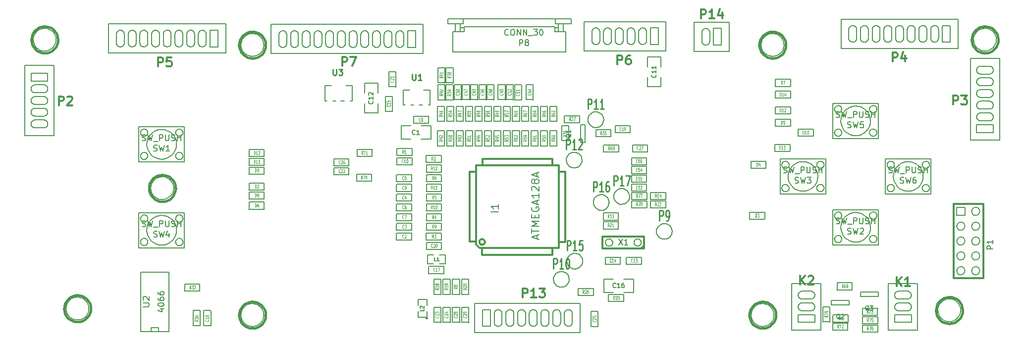
<source format=gto>
G04 (created by PCBNEW-RS274X (2010-05-05 BZR 2356)-stable) date 15/12/2010 2:15:07 p.m.*
G01*
G70*
G90*
%MOIN*%
G04 Gerber Fmt 3.4, Leading zero omitted, Abs format*
%FSLAX34Y34*%
G04 APERTURE LIST*
%ADD10C,0.006000*%
%ADD11C,0.005000*%
%ADD12C,0.007500*%
%ADD13C,0.015000*%
%ADD14C,0.012000*%
%ADD15C,0.008000*%
%ADD16C,0.009900*%
%ADD17C,0.003900*%
%ADD18C,0.010700*%
G04 APERTURE END LIST*
G54D10*
G54D11*
X49528Y-33149D02*
X47953Y-33149D01*
X47953Y-31181D02*
X49528Y-31181D01*
X47166Y-33149D02*
X47954Y-33149D01*
X47166Y-31181D02*
X47954Y-31181D01*
X47166Y-33149D02*
X42442Y-33149D01*
X42442Y-33149D02*
X42442Y-31181D01*
X42442Y-31181D02*
X47166Y-31181D01*
X49529Y-31181D02*
X49529Y-33149D01*
X72244Y-32992D02*
X72244Y-29842D01*
X70276Y-29842D02*
X70276Y-32992D01*
X72244Y-32992D02*
X70276Y-32992D01*
X70276Y-29843D02*
X72244Y-29843D01*
X65747Y-32992D02*
X65747Y-29842D01*
X63779Y-29842D02*
X63779Y-32992D01*
X65747Y-32992D02*
X63779Y-32992D01*
X63779Y-29843D02*
X65747Y-29843D01*
X57205Y-12244D02*
X59567Y-12244D01*
X57205Y-14212D02*
X59567Y-14212D01*
X59567Y-12244D02*
X59567Y-14212D01*
X57205Y-14212D02*
X57205Y-12244D01*
X66536Y-24882D02*
X69606Y-24882D01*
X69606Y-27244D02*
X66536Y-27244D01*
X69606Y-27244D02*
X69606Y-24882D01*
X66536Y-24882D02*
X66536Y-27244D01*
X69071Y-26063D02*
X69051Y-26257D01*
X68995Y-26444D01*
X68903Y-26616D01*
X68780Y-26767D01*
X68630Y-26892D01*
X68458Y-26984D01*
X68272Y-27042D01*
X68077Y-27062D01*
X67884Y-27045D01*
X67697Y-26990D01*
X67524Y-26899D01*
X67372Y-26777D01*
X67246Y-26627D01*
X67152Y-26456D01*
X67093Y-26270D01*
X67072Y-26076D01*
X67088Y-25883D01*
X67142Y-25695D01*
X67231Y-25522D01*
X67352Y-25369D01*
X67501Y-25242D01*
X67671Y-25147D01*
X67857Y-25087D01*
X68051Y-25064D01*
X68244Y-25079D01*
X68432Y-25131D01*
X68606Y-25219D01*
X68760Y-25339D01*
X68888Y-25487D01*
X68984Y-25657D01*
X69046Y-25842D01*
X69070Y-26036D01*
X69071Y-26063D01*
X70077Y-21457D02*
X73147Y-21457D01*
X73147Y-23819D02*
X70077Y-23819D01*
X73147Y-23819D02*
X73147Y-21457D01*
X70077Y-21457D02*
X70077Y-23819D01*
X72612Y-22638D02*
X72592Y-22832D01*
X72536Y-23019D01*
X72444Y-23191D01*
X72321Y-23342D01*
X72171Y-23467D01*
X71999Y-23559D01*
X71813Y-23617D01*
X71618Y-23637D01*
X71425Y-23620D01*
X71238Y-23565D01*
X71065Y-23474D01*
X70913Y-23352D01*
X70787Y-23202D01*
X70693Y-23031D01*
X70634Y-22845D01*
X70613Y-22651D01*
X70629Y-22458D01*
X70683Y-22270D01*
X70772Y-22097D01*
X70893Y-21944D01*
X71042Y-21817D01*
X71212Y-21722D01*
X71398Y-21662D01*
X71592Y-21639D01*
X71785Y-21654D01*
X71973Y-21706D01*
X72147Y-21794D01*
X72301Y-21914D01*
X72429Y-22062D01*
X72525Y-22232D01*
X72587Y-22417D01*
X72611Y-22611D01*
X72612Y-22638D01*
X66536Y-17716D02*
X69606Y-17716D01*
X69606Y-20078D02*
X66536Y-20078D01*
X69606Y-20078D02*
X69606Y-17716D01*
X66536Y-17716D02*
X66536Y-20078D01*
X69071Y-18897D02*
X69051Y-19091D01*
X68995Y-19278D01*
X68903Y-19450D01*
X68780Y-19601D01*
X68630Y-19726D01*
X68458Y-19818D01*
X68272Y-19876D01*
X68077Y-19896D01*
X67884Y-19879D01*
X67697Y-19824D01*
X67524Y-19733D01*
X67372Y-19611D01*
X67246Y-19461D01*
X67152Y-19290D01*
X67093Y-19104D01*
X67072Y-18910D01*
X67088Y-18717D01*
X67142Y-18529D01*
X67231Y-18356D01*
X67352Y-18203D01*
X67501Y-18076D01*
X67671Y-17981D01*
X67857Y-17921D01*
X68051Y-17898D01*
X68244Y-17913D01*
X68432Y-17965D01*
X68606Y-18053D01*
X68760Y-18173D01*
X68888Y-18321D01*
X68984Y-18491D01*
X69046Y-18676D01*
X69070Y-18870D01*
X69071Y-18897D01*
X28740Y-12402D02*
X31102Y-12402D01*
X31102Y-14370D02*
X28740Y-14370D01*
X31102Y-12402D02*
X33464Y-12402D01*
X33464Y-14370D02*
X31102Y-14370D01*
X34251Y-12402D02*
X33463Y-12402D01*
X34251Y-14370D02*
X33463Y-14370D01*
X34251Y-12402D02*
X38975Y-12402D01*
X38975Y-12402D02*
X38975Y-14370D01*
X38975Y-14370D02*
X34251Y-14370D01*
X28739Y-14370D02*
X28739Y-12402D01*
X17815Y-12363D02*
X20177Y-12363D01*
X20177Y-14331D02*
X17815Y-14331D01*
X20964Y-12363D02*
X20176Y-12363D01*
X20964Y-14331D02*
X20176Y-14331D01*
X20964Y-12363D02*
X25688Y-12363D01*
X25688Y-12363D02*
X25688Y-14331D01*
X25688Y-14331D02*
X20964Y-14331D01*
X17814Y-14331D02*
X17814Y-12363D01*
X67087Y-12047D02*
X69449Y-12047D01*
X69449Y-14015D02*
X67087Y-14015D01*
X70236Y-12047D02*
X69448Y-12047D01*
X70236Y-14015D02*
X69448Y-14015D01*
X70236Y-12047D02*
X74960Y-12047D01*
X74960Y-12047D02*
X74960Y-14015D01*
X74960Y-14015D02*
X70236Y-14015D01*
X67086Y-14015D02*
X67086Y-12047D01*
X77756Y-15473D02*
X77756Y-14685D01*
X75788Y-15473D02*
X75788Y-14685D01*
X77756Y-15473D02*
X77756Y-20197D01*
X77756Y-20197D02*
X75788Y-20197D01*
X75788Y-20197D02*
X75788Y-15473D01*
X75788Y-14685D02*
X77756Y-14685D01*
X50590Y-12205D02*
X49802Y-12205D01*
X50590Y-14173D02*
X49802Y-14173D01*
X50590Y-12205D02*
X55314Y-12205D01*
X55314Y-12205D02*
X55314Y-14173D01*
X55314Y-14173D02*
X50590Y-14173D01*
X49802Y-14173D02*
X49802Y-12205D01*
X12166Y-19882D02*
X12166Y-15158D01*
X12166Y-15158D02*
X14134Y-15158D01*
X14134Y-15158D02*
X14134Y-19882D01*
X14134Y-19882D02*
X12166Y-19882D01*
X46948Y-12027D02*
X48928Y-12027D01*
X45808Y-12567D02*
X47828Y-12567D01*
X48608Y-14267D02*
X40968Y-14267D01*
X48568Y-14267D02*
X48568Y-12887D01*
X48568Y-12887D02*
X47818Y-12887D01*
X47818Y-12887D02*
X47818Y-12567D01*
X45858Y-12567D02*
X41718Y-12567D01*
X41718Y-12567D02*
X41718Y-12887D01*
X41718Y-12887D02*
X40968Y-12887D01*
X40968Y-12887D02*
X40968Y-14267D01*
X41148Y-12887D02*
X41148Y-12347D01*
X41718Y-12607D02*
X41468Y-12607D01*
X41468Y-12887D02*
X41468Y-12347D01*
X47818Y-12607D02*
X48068Y-12607D01*
X48388Y-12887D02*
X48388Y-12347D01*
X48068Y-12887D02*
X48068Y-12347D01*
X48918Y-12027D02*
X48918Y-12347D01*
X48918Y-12347D02*
X47878Y-12347D01*
X47878Y-12347D02*
X47878Y-12027D01*
X46958Y-12027D02*
X40618Y-12027D01*
X40618Y-12027D02*
X40618Y-12347D01*
X40618Y-12347D02*
X41658Y-12347D01*
X41658Y-12347D02*
X41658Y-12027D01*
G54D12*
X39330Y-17835D02*
X39449Y-17835D01*
X38700Y-17835D02*
X38937Y-17835D01*
X38149Y-17835D02*
X38346Y-17835D01*
X37637Y-17835D02*
X37756Y-17835D01*
X38071Y-16811D02*
X37637Y-16811D01*
X39015Y-16811D02*
X39449Y-16811D01*
X39449Y-17835D02*
X39449Y-16811D01*
X37637Y-16811D02*
X37637Y-17835D01*
G54D11*
X40082Y-27928D02*
X40482Y-27928D01*
X40482Y-27928D02*
X40482Y-28528D01*
X40482Y-28528D02*
X40082Y-28528D01*
X39682Y-28528D02*
X39282Y-28528D01*
X39282Y-28528D02*
X39282Y-27928D01*
X39282Y-27928D02*
X39682Y-27928D01*
G54D13*
X62711Y-31969D02*
X62693Y-32143D01*
X62643Y-32311D01*
X62560Y-32467D01*
X62449Y-32603D01*
X62314Y-32715D01*
X62159Y-32798D01*
X61991Y-32850D01*
X61817Y-32868D01*
X61643Y-32853D01*
X61474Y-32803D01*
X61319Y-32722D01*
X61182Y-32612D01*
X61069Y-32477D01*
X60984Y-32323D01*
X60931Y-32156D01*
X60912Y-31981D01*
X60926Y-31807D01*
X60975Y-31638D01*
X61055Y-31482D01*
X61164Y-31344D01*
X61298Y-31230D01*
X61451Y-31145D01*
X61618Y-31090D01*
X61793Y-31070D01*
X61967Y-31083D01*
X62136Y-31130D01*
X62293Y-31210D01*
X62431Y-31318D01*
X62546Y-31451D01*
X62633Y-31603D01*
X62688Y-31770D01*
X62710Y-31944D01*
X62711Y-31969D01*
X63380Y-13780D02*
X63362Y-13954D01*
X63312Y-14122D01*
X63229Y-14278D01*
X63118Y-14414D01*
X62983Y-14526D01*
X62828Y-14609D01*
X62660Y-14661D01*
X62486Y-14679D01*
X62312Y-14664D01*
X62143Y-14614D01*
X61988Y-14533D01*
X61851Y-14423D01*
X61738Y-14288D01*
X61653Y-14134D01*
X61600Y-13967D01*
X61581Y-13792D01*
X61595Y-13618D01*
X61644Y-13449D01*
X61724Y-13293D01*
X61833Y-13155D01*
X61967Y-13041D01*
X62120Y-12956D01*
X62287Y-12901D01*
X62462Y-12881D01*
X62636Y-12894D01*
X62805Y-12941D01*
X62962Y-13021D01*
X63100Y-13129D01*
X63215Y-13262D01*
X63302Y-13414D01*
X63357Y-13581D01*
X63379Y-13755D01*
X63380Y-13780D01*
X28380Y-31969D02*
X28362Y-32143D01*
X28312Y-32311D01*
X28229Y-32467D01*
X28118Y-32603D01*
X27983Y-32715D01*
X27828Y-32798D01*
X27660Y-32850D01*
X27486Y-32868D01*
X27312Y-32853D01*
X27143Y-32803D01*
X26988Y-32722D01*
X26851Y-32612D01*
X26738Y-32477D01*
X26653Y-32323D01*
X26600Y-32156D01*
X26581Y-31981D01*
X26595Y-31807D01*
X26644Y-31638D01*
X26724Y-31482D01*
X26833Y-31344D01*
X26967Y-31230D01*
X27120Y-31145D01*
X27287Y-31090D01*
X27462Y-31070D01*
X27636Y-31083D01*
X27805Y-31130D01*
X27962Y-31210D01*
X28100Y-31318D01*
X28215Y-31451D01*
X28302Y-31603D01*
X28357Y-31770D01*
X28379Y-31944D01*
X28380Y-31969D01*
X28380Y-13780D02*
X28362Y-13954D01*
X28312Y-14122D01*
X28229Y-14278D01*
X28118Y-14414D01*
X27983Y-14526D01*
X27828Y-14609D01*
X27660Y-14661D01*
X27486Y-14679D01*
X27312Y-14664D01*
X27143Y-14614D01*
X26988Y-14533D01*
X26851Y-14423D01*
X26738Y-14288D01*
X26653Y-14134D01*
X26600Y-13967D01*
X26581Y-13792D01*
X26595Y-13618D01*
X26644Y-13449D01*
X26724Y-13293D01*
X26833Y-13155D01*
X26967Y-13041D01*
X27120Y-12956D01*
X27287Y-12901D01*
X27462Y-12881D01*
X27636Y-12894D01*
X27805Y-12941D01*
X27962Y-13021D01*
X28100Y-13129D01*
X28215Y-13262D01*
X28302Y-13414D01*
X28357Y-13581D01*
X28379Y-13755D01*
X28380Y-13780D01*
X22317Y-23425D02*
X22299Y-23599D01*
X22249Y-23767D01*
X22166Y-23923D01*
X22055Y-24059D01*
X21920Y-24171D01*
X21765Y-24254D01*
X21597Y-24306D01*
X21423Y-24324D01*
X21249Y-24309D01*
X21080Y-24259D01*
X20925Y-24178D01*
X20788Y-24068D01*
X20675Y-23933D01*
X20590Y-23779D01*
X20537Y-23612D01*
X20518Y-23437D01*
X20532Y-23263D01*
X20581Y-23094D01*
X20661Y-22938D01*
X20770Y-22800D01*
X20904Y-22686D01*
X21057Y-22601D01*
X21224Y-22546D01*
X21399Y-22526D01*
X21573Y-22539D01*
X21742Y-22586D01*
X21899Y-22666D01*
X22037Y-22774D01*
X22152Y-22907D01*
X22239Y-23059D01*
X22294Y-23226D01*
X22316Y-23400D01*
X22317Y-23425D01*
G54D12*
X34074Y-17540D02*
X34193Y-17540D01*
X33444Y-17540D02*
X33681Y-17540D01*
X32893Y-17540D02*
X33090Y-17540D01*
X32381Y-17540D02*
X32500Y-17540D01*
X32815Y-16516D02*
X32381Y-16516D01*
X33759Y-16516D02*
X34193Y-16516D01*
X34193Y-17540D02*
X34193Y-16516D01*
X32381Y-16516D02*
X32381Y-17540D01*
G54D14*
X76650Y-24488D02*
X76650Y-29488D01*
X76650Y-29488D02*
X74650Y-29488D01*
X74650Y-29488D02*
X74650Y-24488D01*
X74650Y-24488D02*
X76650Y-24488D01*
G54D11*
X35923Y-16361D02*
X35023Y-16361D01*
X35023Y-16361D02*
X35023Y-17011D01*
X35923Y-17711D02*
X35923Y-18361D01*
X35923Y-18361D02*
X35023Y-18361D01*
X35023Y-18361D02*
X35023Y-17711D01*
X35923Y-17011D02*
X35923Y-16361D01*
X53127Y-30449D02*
X53127Y-29549D01*
X53127Y-29549D02*
X52477Y-29549D01*
X51777Y-30449D02*
X51127Y-30449D01*
X51127Y-30449D02*
X51127Y-29549D01*
X51127Y-29549D02*
X51777Y-29549D01*
X52477Y-30449D02*
X53127Y-30449D01*
X37484Y-19235D02*
X37484Y-20135D01*
X37484Y-20135D02*
X38134Y-20135D01*
X38834Y-19235D02*
X39484Y-19235D01*
X39484Y-19235D02*
X39484Y-20135D01*
X39484Y-20135D02*
X38834Y-20135D01*
X38134Y-19235D02*
X37484Y-19235D01*
G54D14*
X42766Y-27461D02*
X48096Y-27463D01*
X42536Y-21901D02*
X42536Y-27235D01*
X42766Y-27461D02*
X42536Y-27231D01*
X47678Y-27461D02*
X47678Y-27913D01*
X47678Y-27913D02*
X42946Y-27913D01*
X42946Y-27913D02*
X42946Y-27461D01*
X48096Y-22319D02*
X48548Y-22319D01*
X48548Y-22319D02*
X48548Y-27039D01*
X48548Y-27039D02*
X48096Y-27039D01*
X42962Y-21901D02*
X42962Y-21449D01*
X42962Y-21449D02*
X47670Y-21449D01*
X47670Y-21449D02*
X47670Y-21901D01*
X42536Y-27035D02*
X42084Y-27035D01*
X42084Y-27035D02*
X42084Y-22323D01*
X42084Y-22323D02*
X42536Y-22323D01*
X43128Y-27053D02*
X43124Y-27089D01*
X43113Y-27124D01*
X43096Y-27157D01*
X43073Y-27185D01*
X43045Y-27208D01*
X43012Y-27226D01*
X42977Y-27237D01*
X42941Y-27240D01*
X42905Y-27237D01*
X42870Y-27227D01*
X42838Y-27210D01*
X42809Y-27187D01*
X42785Y-27159D01*
X42768Y-27127D01*
X42757Y-27092D01*
X42753Y-27055D01*
X42756Y-27020D01*
X42766Y-26984D01*
X42782Y-26952D01*
X42805Y-26923D01*
X42833Y-26899D01*
X42865Y-26881D01*
X42900Y-26870D01*
X42937Y-26866D01*
X42972Y-26868D01*
X43007Y-26878D01*
X43040Y-26895D01*
X43069Y-26917D01*
X43093Y-26945D01*
X43111Y-26977D01*
X43123Y-27012D01*
X43127Y-27048D01*
X43128Y-27053D01*
X42536Y-21901D02*
X48096Y-21901D01*
X48096Y-27461D02*
X48096Y-21901D01*
G54D15*
X19967Y-29074D02*
X21867Y-29074D01*
X21867Y-29074D02*
X21867Y-33074D01*
X21867Y-33074D02*
X19967Y-33074D01*
X19967Y-33074D02*
X19967Y-29074D01*
X20667Y-33074D02*
X20667Y-32824D01*
X20667Y-32824D02*
X21167Y-32824D01*
X21167Y-32824D02*
X21167Y-33074D01*
G54D11*
X39267Y-32185D02*
X39266Y-32194D01*
X39263Y-32204D01*
X39258Y-32212D01*
X39252Y-32220D01*
X39244Y-32226D01*
X39236Y-32231D01*
X39227Y-32233D01*
X39217Y-32234D01*
X39208Y-32234D01*
X39199Y-32231D01*
X39190Y-32226D01*
X39183Y-32220D01*
X39176Y-32213D01*
X39172Y-32204D01*
X39169Y-32195D01*
X39168Y-32185D01*
X39168Y-32176D01*
X39171Y-32167D01*
X39175Y-32158D01*
X39182Y-32151D01*
X39189Y-32144D01*
X39197Y-32140D01*
X39207Y-32137D01*
X39216Y-32136D01*
X39225Y-32136D01*
X39235Y-32139D01*
X39243Y-32143D01*
X39251Y-32149D01*
X39257Y-32157D01*
X39262Y-32165D01*
X39265Y-32174D01*
X39266Y-32184D01*
X39267Y-32185D01*
X39217Y-31735D02*
X39217Y-32135D01*
X39217Y-32135D02*
X38617Y-32135D01*
X38617Y-32135D02*
X38617Y-31735D01*
X38617Y-31335D02*
X38617Y-30935D01*
X38617Y-30935D02*
X39217Y-30935D01*
X39217Y-30935D02*
X39217Y-31335D01*
X38189Y-26447D02*
X37185Y-26447D01*
X37165Y-26919D02*
X38189Y-26919D01*
X38189Y-26919D02*
X38189Y-26447D01*
X37176Y-26915D02*
X37176Y-26455D01*
X38189Y-25797D02*
X37185Y-25797D01*
X37165Y-26269D02*
X38189Y-26269D01*
X38189Y-26269D02*
X38189Y-25797D01*
X37176Y-26265D02*
X37176Y-25805D01*
X38189Y-23829D02*
X37185Y-23829D01*
X37165Y-24301D02*
X38189Y-24301D01*
X38189Y-24301D02*
X38189Y-23829D01*
X37176Y-24297D02*
X37176Y-23837D01*
X38189Y-22520D02*
X37185Y-22520D01*
X37165Y-22992D02*
X38189Y-22992D01*
X38189Y-22992D02*
X38189Y-22520D01*
X37176Y-22988D02*
X37176Y-22528D01*
X38327Y-19055D02*
X39331Y-19055D01*
X39351Y-18583D02*
X38327Y-18583D01*
X38327Y-18583D02*
X38327Y-19055D01*
X39340Y-18587D02*
X39340Y-19047D01*
X38189Y-25148D02*
X37185Y-25148D01*
X37165Y-25620D02*
X38189Y-25620D01*
X38189Y-25620D02*
X38189Y-25148D01*
X37176Y-25616D02*
X37176Y-25156D01*
X38189Y-24488D02*
X37185Y-24488D01*
X37165Y-24960D02*
X38189Y-24960D01*
X38189Y-24960D02*
X38189Y-24488D01*
X37176Y-24956D02*
X37176Y-24496D01*
X38189Y-23170D02*
X37185Y-23170D01*
X37165Y-23642D02*
X38189Y-23642D01*
X38189Y-23642D02*
X38189Y-23170D01*
X37176Y-23638D02*
X37176Y-23178D01*
X38229Y-21378D02*
X37225Y-21378D01*
X37205Y-21850D02*
X38229Y-21850D01*
X38229Y-21850D02*
X38229Y-21378D01*
X37216Y-21846D02*
X37216Y-21386D01*
X53656Y-28076D02*
X52652Y-28076D01*
X52632Y-28548D02*
X53656Y-28548D01*
X53656Y-28548D02*
X53656Y-28076D01*
X52643Y-28544D02*
X52643Y-28084D01*
X51232Y-28548D02*
X52236Y-28548D01*
X52256Y-28076D02*
X51232Y-28076D01*
X51232Y-28076D02*
X51232Y-28548D01*
X52245Y-28080D02*
X52245Y-28540D01*
X36418Y-17243D02*
X36418Y-18247D01*
X36890Y-18267D02*
X36890Y-17243D01*
X36890Y-17243D02*
X36418Y-17243D01*
X36886Y-18256D02*
X36426Y-18256D01*
X40355Y-28701D02*
X39351Y-28701D01*
X39331Y-29173D02*
X40355Y-29173D01*
X40355Y-29173D02*
X40355Y-28701D01*
X39342Y-29169D02*
X39342Y-28709D01*
X24685Y-32678D02*
X24685Y-31674D01*
X24213Y-31654D02*
X24213Y-32678D01*
X24213Y-32678D02*
X24685Y-32678D01*
X24217Y-31665D02*
X24677Y-31665D01*
X51890Y-19685D02*
X52894Y-19685D01*
X52914Y-19213D02*
X51890Y-19213D01*
X51890Y-19213D02*
X51890Y-19685D01*
X52903Y-19217D02*
X52903Y-19677D01*
X40197Y-27087D02*
X39193Y-27087D01*
X39173Y-27559D02*
X40197Y-27559D01*
X40197Y-27559D02*
X40197Y-27087D01*
X39184Y-27555D02*
X39184Y-27095D01*
X36654Y-15589D02*
X36654Y-16593D01*
X37126Y-16613D02*
X37126Y-15589D01*
X37126Y-15589D02*
X36654Y-15589D01*
X37122Y-16602D02*
X36662Y-16602D01*
X33977Y-22047D02*
X32973Y-22047D01*
X32953Y-22519D02*
X33977Y-22519D01*
X33977Y-22519D02*
X33977Y-22047D01*
X32964Y-22515D02*
X32964Y-22055D01*
X39685Y-31457D02*
X39685Y-32461D01*
X40157Y-32481D02*
X40157Y-31457D01*
X40157Y-31457D02*
X39685Y-31457D01*
X40153Y-32470D02*
X39693Y-32470D01*
X40315Y-31457D02*
X40315Y-32461D01*
X40787Y-32481D02*
X40787Y-31457D01*
X40787Y-31457D02*
X40315Y-31457D01*
X40783Y-32470D02*
X40323Y-32470D01*
X50276Y-31732D02*
X50276Y-32736D01*
X50748Y-32756D02*
X50748Y-31732D01*
X50748Y-31732D02*
X50276Y-31732D01*
X50744Y-32745D02*
X50284Y-32745D01*
X33977Y-21457D02*
X32973Y-21457D01*
X32953Y-21929D02*
X33977Y-21929D01*
X33977Y-21929D02*
X33977Y-21457D01*
X32964Y-21925D02*
X32964Y-21465D01*
X53052Y-20984D02*
X54056Y-20984D01*
X54076Y-20512D02*
X53052Y-20512D01*
X53052Y-20512D02*
X53052Y-20984D01*
X54065Y-20516D02*
X54065Y-20976D01*
X40945Y-31457D02*
X40945Y-32461D01*
X41417Y-32481D02*
X41417Y-31457D01*
X41417Y-31457D02*
X40945Y-31457D01*
X41413Y-32470D02*
X40953Y-32470D01*
X41575Y-31457D02*
X41575Y-32461D01*
X42047Y-32481D02*
X42047Y-31457D01*
X42047Y-31457D02*
X41575Y-31457D01*
X42043Y-32470D02*
X41583Y-32470D01*
X45906Y-16457D02*
X45906Y-17461D01*
X46378Y-17481D02*
X46378Y-16457D01*
X46378Y-16457D02*
X45906Y-16457D01*
X46374Y-17470D02*
X45914Y-17470D01*
X44015Y-16457D02*
X44015Y-17461D01*
X44487Y-17481D02*
X44487Y-16457D01*
X44487Y-16457D02*
X44015Y-16457D01*
X44483Y-17470D02*
X44023Y-17470D01*
X42717Y-16457D02*
X42717Y-17461D01*
X43189Y-17481D02*
X43189Y-16457D01*
X43189Y-16457D02*
X42717Y-16457D01*
X43185Y-17470D02*
X42725Y-17470D01*
X41614Y-16457D02*
X41614Y-17461D01*
X42086Y-17481D02*
X42086Y-16457D01*
X42086Y-16457D02*
X41614Y-16457D01*
X42082Y-17470D02*
X41622Y-17470D01*
X43268Y-16457D02*
X43268Y-17461D01*
X43740Y-17481D02*
X43740Y-16457D01*
X43740Y-16457D02*
X43268Y-16457D01*
X43736Y-17470D02*
X43276Y-17470D01*
X42166Y-16457D02*
X42166Y-17461D01*
X42638Y-17481D02*
X42638Y-16457D01*
X42638Y-16457D02*
X42166Y-16457D01*
X42634Y-17470D02*
X42174Y-17470D01*
X41063Y-16457D02*
X41063Y-17461D01*
X41535Y-17481D02*
X41535Y-16457D01*
X41535Y-16457D02*
X41063Y-16457D01*
X41531Y-17470D02*
X41071Y-17470D01*
X45590Y-17481D02*
X45590Y-16477D01*
X45118Y-16457D02*
X45118Y-17481D01*
X45118Y-17481D02*
X45590Y-17481D01*
X45122Y-16468D02*
X45582Y-16468D01*
X44567Y-16457D02*
X44567Y-17461D01*
X45039Y-17481D02*
X45039Y-16457D01*
X45039Y-16457D02*
X44567Y-16457D01*
X45035Y-17470D02*
X44575Y-17470D01*
X37205Y-21220D02*
X38209Y-21220D01*
X38229Y-20748D02*
X37205Y-20748D01*
X37205Y-20748D02*
X37205Y-21220D01*
X38218Y-20752D02*
X38218Y-21212D01*
X39173Y-21693D02*
X40177Y-21693D01*
X40197Y-21221D02*
X39173Y-21221D01*
X39173Y-21221D02*
X39173Y-21693D01*
X40186Y-21225D02*
X40186Y-21685D01*
X40187Y-26447D02*
X39183Y-26447D01*
X39163Y-26919D02*
X40187Y-26919D01*
X40187Y-26919D02*
X40187Y-26447D01*
X39174Y-26915D02*
X39174Y-26455D01*
X40197Y-25148D02*
X39193Y-25148D01*
X39173Y-25620D02*
X40197Y-25620D01*
X40197Y-25620D02*
X40197Y-25148D01*
X39184Y-25616D02*
X39184Y-25156D01*
X40197Y-23829D02*
X39193Y-23829D01*
X39173Y-24301D02*
X40197Y-24301D01*
X40197Y-24301D02*
X40197Y-23829D01*
X39184Y-24297D02*
X39184Y-23837D01*
X40197Y-22520D02*
X39193Y-22520D01*
X39173Y-22992D02*
X40197Y-22992D01*
X40197Y-22992D02*
X40197Y-22520D01*
X39184Y-22988D02*
X39184Y-22528D01*
X40945Y-29567D02*
X40945Y-30571D01*
X41417Y-30591D02*
X41417Y-29567D01*
X41417Y-29567D02*
X40945Y-29567D01*
X41413Y-30580D02*
X40953Y-30580D01*
X40197Y-25797D02*
X39193Y-25797D01*
X39173Y-26269D02*
X40197Y-26269D01*
X40197Y-26269D02*
X40197Y-25797D01*
X39184Y-26265D02*
X39184Y-25805D01*
X40198Y-24488D02*
X39194Y-24488D01*
X39174Y-24960D02*
X40198Y-24960D01*
X40198Y-24960D02*
X40198Y-24488D01*
X39185Y-24956D02*
X39185Y-24496D01*
X40197Y-23170D02*
X39193Y-23170D01*
X39173Y-23642D02*
X40197Y-23642D01*
X40197Y-23642D02*
X40197Y-23170D01*
X39184Y-23638D02*
X39184Y-23178D01*
X40197Y-21870D02*
X39193Y-21870D01*
X39173Y-22342D02*
X40197Y-22342D01*
X40197Y-22342D02*
X40197Y-21870D01*
X39184Y-22338D02*
X39184Y-21878D01*
X51092Y-25571D02*
X52096Y-25571D01*
X52116Y-25099D02*
X51092Y-25099D01*
X51092Y-25099D02*
X51092Y-25571D01*
X52105Y-25103D02*
X52105Y-25563D01*
X54281Y-24183D02*
X55285Y-24183D01*
X55305Y-23711D02*
X54281Y-23711D01*
X54281Y-23711D02*
X54281Y-24183D01*
X55294Y-23715D02*
X55294Y-24175D01*
X39685Y-29567D02*
X39685Y-30571D01*
X40157Y-30591D02*
X40157Y-29567D01*
X40157Y-29567D02*
X39685Y-29567D01*
X40153Y-30580D02*
X39693Y-30580D01*
X40315Y-29567D02*
X40315Y-30571D01*
X40787Y-30591D02*
X40787Y-29567D01*
X40787Y-29567D02*
X40315Y-29567D01*
X40783Y-30580D02*
X40323Y-30580D01*
X41575Y-29567D02*
X41575Y-30571D01*
X42047Y-30591D02*
X42047Y-29567D01*
X42047Y-29567D02*
X41575Y-29567D01*
X42043Y-30580D02*
X41583Y-30580D01*
X51102Y-26171D02*
X52106Y-26171D01*
X52126Y-25699D02*
X51102Y-25699D01*
X51102Y-25699D02*
X51102Y-26171D01*
X52115Y-25703D02*
X52115Y-26163D01*
X54281Y-24744D02*
X55285Y-24744D01*
X55305Y-24272D02*
X54281Y-24272D01*
X54281Y-24272D02*
X54281Y-24744D01*
X55294Y-24276D02*
X55294Y-24736D01*
X52461Y-30590D02*
X51457Y-30590D01*
X51437Y-31062D02*
X52461Y-31062D01*
X52461Y-31062D02*
X52461Y-30590D01*
X51448Y-31058D02*
X51448Y-30598D01*
X49409Y-30649D02*
X50413Y-30649D01*
X50433Y-30177D02*
X49409Y-30177D01*
X49409Y-30177D02*
X49409Y-30649D01*
X50422Y-30181D02*
X50422Y-30641D01*
X23938Y-29882D02*
X22934Y-29882D01*
X22914Y-30354D02*
X23938Y-30354D01*
X23938Y-30354D02*
X23938Y-29882D01*
X22925Y-30350D02*
X22925Y-29890D01*
X23976Y-32678D02*
X23976Y-31674D01*
X23504Y-31654D02*
X23504Y-32678D01*
X23504Y-32678D02*
X23976Y-32678D01*
X23508Y-31665D02*
X23968Y-31665D01*
X50591Y-19960D02*
X51595Y-19960D01*
X51615Y-19488D02*
X50591Y-19488D01*
X50591Y-19488D02*
X50591Y-19960D01*
X51604Y-19492D02*
X51604Y-19952D01*
X48779Y-20236D02*
X48779Y-19232D01*
X48307Y-19212D02*
X48307Y-20236D01*
X48307Y-20236D02*
X48779Y-20236D01*
X48311Y-19223D02*
X48771Y-19223D01*
X49488Y-18544D02*
X48484Y-18544D01*
X48464Y-19016D02*
X49488Y-19016D01*
X49488Y-19016D02*
X49488Y-18544D01*
X48475Y-19012D02*
X48475Y-18552D01*
X40512Y-15315D02*
X40512Y-16319D01*
X40984Y-16339D02*
X40984Y-15315D01*
X40984Y-15315D02*
X40512Y-15315D01*
X40980Y-16328D02*
X40520Y-16328D01*
X40984Y-17481D02*
X40984Y-16477D01*
X40512Y-16457D02*
X40512Y-17481D01*
X40512Y-17481D02*
X40984Y-17481D01*
X40516Y-16468D02*
X40976Y-16468D01*
X40433Y-17481D02*
X40433Y-16477D01*
X39961Y-16457D02*
X39961Y-17481D01*
X39961Y-17481D02*
X40433Y-17481D01*
X39965Y-16468D02*
X40425Y-16468D01*
X39961Y-15314D02*
X39961Y-16318D01*
X40433Y-16338D02*
X40433Y-15314D01*
X40433Y-15314D02*
X39961Y-15314D01*
X40429Y-16327D02*
X39969Y-16327D01*
X39941Y-19567D02*
X39941Y-20571D01*
X40413Y-20591D02*
X40413Y-19567D01*
X40413Y-19567D02*
X39941Y-19567D01*
X40409Y-20580D02*
X39949Y-20580D01*
X41201Y-19567D02*
X41201Y-20571D01*
X41673Y-20591D02*
X41673Y-19567D01*
X41673Y-19567D02*
X41201Y-19567D01*
X41669Y-20580D02*
X41209Y-20580D01*
X42461Y-19567D02*
X42461Y-20571D01*
X42933Y-20591D02*
X42933Y-19567D01*
X42933Y-19567D02*
X42461Y-19567D01*
X42929Y-20580D02*
X42469Y-20580D01*
X43721Y-19567D02*
X43721Y-20571D01*
X44193Y-20591D02*
X44193Y-19567D01*
X44193Y-19567D02*
X43721Y-19567D01*
X44189Y-20580D02*
X43729Y-20580D01*
X39941Y-17913D02*
X39941Y-18917D01*
X40413Y-18937D02*
X40413Y-17913D01*
X40413Y-17913D02*
X39941Y-17913D01*
X40409Y-18926D02*
X39949Y-18926D01*
X41201Y-17913D02*
X41201Y-18917D01*
X41673Y-18937D02*
X41673Y-17913D01*
X41673Y-17913D02*
X41201Y-17913D01*
X41669Y-18926D02*
X41209Y-18926D01*
X42461Y-17913D02*
X42461Y-18917D01*
X42933Y-18937D02*
X42933Y-17913D01*
X42933Y-17913D02*
X42461Y-17913D01*
X42929Y-18926D02*
X42469Y-18926D01*
X43721Y-17913D02*
X43721Y-18917D01*
X44193Y-18937D02*
X44193Y-17913D01*
X44193Y-17913D02*
X43721Y-17913D01*
X44189Y-18926D02*
X43729Y-18926D01*
X40571Y-19567D02*
X40571Y-20571D01*
X41043Y-20591D02*
X41043Y-19567D01*
X41043Y-19567D02*
X40571Y-19567D01*
X41039Y-20580D02*
X40579Y-20580D01*
X41831Y-19567D02*
X41831Y-20571D01*
X42303Y-20591D02*
X42303Y-19567D01*
X42303Y-19567D02*
X41831Y-19567D01*
X42299Y-20580D02*
X41839Y-20580D01*
X43091Y-19567D02*
X43091Y-20571D01*
X43563Y-20591D02*
X43563Y-19567D01*
X43563Y-19567D02*
X43091Y-19567D01*
X43559Y-20580D02*
X43099Y-20580D01*
X44351Y-19567D02*
X44351Y-20571D01*
X44823Y-20591D02*
X44823Y-19567D01*
X44823Y-19567D02*
X44351Y-19567D01*
X44819Y-20580D02*
X44359Y-20580D01*
X40571Y-17913D02*
X40571Y-18917D01*
X41043Y-18937D02*
X41043Y-17913D01*
X41043Y-17913D02*
X40571Y-17913D01*
X41039Y-18926D02*
X40579Y-18926D01*
X41831Y-17913D02*
X41831Y-18917D01*
X42303Y-18937D02*
X42303Y-17913D01*
X42303Y-17913D02*
X41831Y-17913D01*
X42299Y-18926D02*
X41839Y-18926D01*
X43091Y-17913D02*
X43091Y-18917D01*
X43563Y-18937D02*
X43563Y-17913D01*
X43563Y-17913D02*
X43091Y-17913D01*
X43559Y-18926D02*
X43099Y-18926D01*
X44351Y-17913D02*
X44351Y-18917D01*
X44823Y-18937D02*
X44823Y-17913D01*
X44823Y-17913D02*
X44351Y-17913D01*
X44819Y-18926D02*
X44359Y-18926D01*
X46870Y-19567D02*
X46870Y-20571D01*
X47342Y-20591D02*
X47342Y-19567D01*
X47342Y-19567D02*
X46870Y-19567D01*
X47338Y-20580D02*
X46878Y-20580D01*
X45610Y-19567D02*
X45610Y-20571D01*
X46082Y-20591D02*
X46082Y-19567D01*
X46082Y-19567D02*
X45610Y-19567D01*
X46078Y-20580D02*
X45618Y-20580D01*
X47500Y-19567D02*
X47500Y-20571D01*
X47972Y-20591D02*
X47972Y-19567D01*
X47972Y-19567D02*
X47500Y-19567D01*
X47968Y-20580D02*
X47508Y-20580D01*
X46240Y-19567D02*
X46240Y-20571D01*
X46712Y-20591D02*
X46712Y-19567D01*
X46712Y-19567D02*
X46240Y-19567D01*
X46708Y-20580D02*
X46248Y-20580D01*
X44981Y-19567D02*
X44981Y-20571D01*
X45453Y-20591D02*
X45453Y-19567D01*
X45453Y-19567D02*
X44981Y-19567D01*
X45449Y-20580D02*
X44989Y-20580D01*
X47500Y-17913D02*
X47500Y-18917D01*
X47972Y-18937D02*
X47972Y-17913D01*
X47972Y-17913D02*
X47500Y-17913D01*
X47968Y-18926D02*
X47508Y-18926D01*
X46240Y-17913D02*
X46240Y-18917D01*
X46712Y-18937D02*
X46712Y-17913D01*
X46712Y-17913D02*
X46240Y-17913D01*
X46708Y-18926D02*
X46248Y-18926D01*
X44981Y-17913D02*
X44981Y-18917D01*
X45453Y-18937D02*
X45453Y-17913D01*
X45453Y-17913D02*
X44981Y-17913D01*
X45449Y-18926D02*
X44989Y-18926D01*
X46870Y-17913D02*
X46870Y-18917D01*
X47342Y-18937D02*
X47342Y-17913D01*
X47342Y-17913D02*
X46870Y-17913D01*
X47338Y-18926D02*
X46878Y-18926D01*
X45610Y-17913D02*
X45610Y-18917D01*
X46082Y-18937D02*
X46082Y-17913D01*
X46082Y-17913D02*
X45610Y-17913D01*
X46078Y-18926D02*
X45618Y-18926D01*
X52128Y-20512D02*
X51124Y-20512D01*
X51104Y-20984D02*
X52128Y-20984D01*
X52128Y-20984D02*
X52128Y-20512D01*
X51115Y-20980D02*
X51115Y-20520D01*
G54D13*
X77672Y-13425D02*
X77654Y-13599D01*
X77604Y-13767D01*
X77521Y-13923D01*
X77410Y-14059D01*
X77275Y-14171D01*
X77120Y-14254D01*
X76952Y-14306D01*
X76778Y-14324D01*
X76604Y-14309D01*
X76435Y-14259D01*
X76280Y-14178D01*
X76143Y-14068D01*
X76030Y-13933D01*
X75945Y-13779D01*
X75892Y-13612D01*
X75873Y-13437D01*
X75887Y-13263D01*
X75936Y-13094D01*
X76016Y-12938D01*
X76125Y-12800D01*
X76259Y-12686D01*
X76412Y-12601D01*
X76579Y-12546D01*
X76754Y-12526D01*
X76928Y-12539D01*
X77097Y-12586D01*
X77254Y-12666D01*
X77392Y-12774D01*
X77507Y-12907D01*
X77594Y-13059D01*
X77649Y-13226D01*
X77671Y-13400D01*
X77672Y-13425D01*
X75270Y-31653D02*
X75252Y-31827D01*
X75202Y-31995D01*
X75119Y-32151D01*
X75008Y-32287D01*
X74873Y-32399D01*
X74718Y-32482D01*
X74550Y-32534D01*
X74376Y-32552D01*
X74202Y-32537D01*
X74033Y-32487D01*
X73878Y-32406D01*
X73741Y-32296D01*
X73628Y-32161D01*
X73543Y-32007D01*
X73490Y-31840D01*
X73471Y-31665D01*
X73485Y-31491D01*
X73534Y-31322D01*
X73614Y-31166D01*
X73723Y-31028D01*
X73857Y-30914D01*
X74010Y-30829D01*
X74177Y-30774D01*
X74352Y-30754D01*
X74526Y-30767D01*
X74695Y-30814D01*
X74852Y-30894D01*
X74990Y-31002D01*
X75105Y-31135D01*
X75192Y-31287D01*
X75247Y-31454D01*
X75269Y-31628D01*
X75270Y-31653D01*
X14404Y-13425D02*
X14386Y-13599D01*
X14336Y-13767D01*
X14253Y-13923D01*
X14142Y-14059D01*
X14007Y-14171D01*
X13852Y-14254D01*
X13684Y-14306D01*
X13510Y-14324D01*
X13336Y-14309D01*
X13167Y-14259D01*
X13012Y-14178D01*
X12875Y-14068D01*
X12762Y-13933D01*
X12677Y-13779D01*
X12624Y-13612D01*
X12605Y-13437D01*
X12619Y-13263D01*
X12668Y-13094D01*
X12748Y-12938D01*
X12857Y-12800D01*
X12991Y-12686D01*
X13144Y-12601D01*
X13311Y-12546D01*
X13486Y-12526D01*
X13660Y-12539D01*
X13829Y-12586D01*
X13986Y-12666D01*
X14124Y-12774D01*
X14239Y-12907D01*
X14326Y-13059D01*
X14381Y-13226D01*
X14403Y-13400D01*
X14404Y-13425D01*
X16609Y-31535D02*
X16591Y-31709D01*
X16541Y-31877D01*
X16458Y-32033D01*
X16347Y-32169D01*
X16212Y-32281D01*
X16057Y-32364D01*
X15889Y-32416D01*
X15715Y-32434D01*
X15541Y-32419D01*
X15372Y-32369D01*
X15217Y-32288D01*
X15080Y-32178D01*
X14967Y-32043D01*
X14882Y-31889D01*
X14829Y-31722D01*
X14810Y-31547D01*
X14824Y-31373D01*
X14873Y-31204D01*
X14953Y-31048D01*
X15062Y-30910D01*
X15196Y-30796D01*
X15349Y-30711D01*
X15516Y-30656D01*
X15691Y-30636D01*
X15865Y-30649D01*
X16034Y-30696D01*
X16191Y-30776D01*
X16329Y-30884D01*
X16444Y-31017D01*
X16531Y-31169D01*
X16586Y-31336D01*
X16608Y-31510D01*
X16609Y-31535D01*
G54D11*
X54978Y-14591D02*
X54078Y-14591D01*
X54078Y-14591D02*
X54078Y-15241D01*
X54978Y-15941D02*
X54978Y-16591D01*
X54978Y-16591D02*
X54078Y-16591D01*
X54078Y-16591D02*
X54078Y-15941D01*
X54978Y-15241D02*
X54978Y-14591D01*
X62992Y-21457D02*
X66062Y-21457D01*
X66062Y-23819D02*
X62992Y-23819D01*
X66062Y-23819D02*
X66062Y-21457D01*
X62992Y-21457D02*
X62992Y-23819D01*
X65527Y-22638D02*
X65507Y-22832D01*
X65451Y-23019D01*
X65359Y-23191D01*
X65236Y-23342D01*
X65086Y-23467D01*
X64914Y-23559D01*
X64728Y-23617D01*
X64533Y-23637D01*
X64340Y-23620D01*
X64153Y-23565D01*
X63980Y-23474D01*
X63828Y-23352D01*
X63702Y-23202D01*
X63608Y-23031D01*
X63549Y-22845D01*
X63528Y-22651D01*
X63544Y-22458D01*
X63598Y-22270D01*
X63687Y-22097D01*
X63808Y-21944D01*
X63957Y-21817D01*
X64127Y-21722D01*
X64313Y-21662D01*
X64507Y-21639D01*
X64700Y-21654D01*
X64888Y-21706D01*
X65062Y-21794D01*
X65216Y-21914D01*
X65344Y-22062D01*
X65440Y-22232D01*
X65502Y-22417D01*
X65526Y-22611D01*
X65527Y-22638D01*
X19843Y-19291D02*
X22913Y-19291D01*
X22913Y-21653D02*
X19843Y-21653D01*
X22913Y-21653D02*
X22913Y-19291D01*
X19843Y-19291D02*
X19843Y-21653D01*
X22378Y-20472D02*
X22358Y-20666D01*
X22302Y-20853D01*
X22210Y-21025D01*
X22087Y-21176D01*
X21937Y-21301D01*
X21765Y-21393D01*
X21579Y-21451D01*
X21384Y-21471D01*
X21191Y-21454D01*
X21004Y-21399D01*
X20831Y-21308D01*
X20679Y-21186D01*
X20553Y-21036D01*
X20459Y-20865D01*
X20400Y-20679D01*
X20379Y-20485D01*
X20395Y-20292D01*
X20449Y-20104D01*
X20538Y-19931D01*
X20659Y-19778D01*
X20808Y-19651D01*
X20978Y-19556D01*
X21164Y-19496D01*
X21358Y-19473D01*
X21551Y-19488D01*
X21739Y-19540D01*
X21913Y-19628D01*
X22067Y-19748D01*
X22195Y-19896D01*
X22291Y-20066D01*
X22353Y-20251D01*
X22377Y-20445D01*
X22378Y-20472D01*
X19843Y-25079D02*
X22913Y-25079D01*
X22913Y-27441D02*
X19843Y-27441D01*
X22913Y-27441D02*
X22913Y-25079D01*
X19843Y-25079D02*
X19843Y-27441D01*
X22378Y-26260D02*
X22358Y-26454D01*
X22302Y-26641D01*
X22210Y-26813D01*
X22087Y-26964D01*
X21937Y-27089D01*
X21765Y-27181D01*
X21579Y-27239D01*
X21384Y-27259D01*
X21191Y-27242D01*
X21004Y-27187D01*
X20831Y-27096D01*
X20679Y-26974D01*
X20553Y-26824D01*
X20459Y-26653D01*
X20400Y-26467D01*
X20379Y-26273D01*
X20395Y-26080D01*
X20449Y-25892D01*
X20538Y-25719D01*
X20659Y-25566D01*
X20808Y-25439D01*
X20978Y-25344D01*
X21164Y-25284D01*
X21358Y-25261D01*
X21551Y-25276D01*
X21739Y-25328D01*
X21913Y-25416D01*
X22067Y-25536D01*
X22195Y-25684D01*
X22291Y-25854D01*
X22353Y-26039D01*
X22377Y-26233D01*
X22378Y-26260D01*
X34527Y-21299D02*
X35531Y-21299D01*
X35551Y-20827D02*
X34527Y-20827D01*
X34527Y-20827D02*
X34527Y-21299D01*
X35540Y-20831D02*
X35540Y-21291D01*
X34488Y-22953D02*
X35492Y-22953D01*
X35512Y-22481D02*
X34488Y-22481D01*
X34488Y-22481D02*
X34488Y-22953D01*
X35501Y-22485D02*
X35501Y-22945D01*
X67835Y-29803D02*
X66831Y-29803D01*
X66811Y-30275D02*
X67835Y-30275D01*
X67835Y-30275D02*
X67835Y-29803D01*
X66822Y-30271D02*
X66822Y-29811D01*
X28268Y-23091D02*
X27264Y-23091D01*
X27244Y-23563D02*
X28268Y-23563D01*
X28268Y-23563D02*
X28268Y-23091D01*
X27255Y-23559D02*
X27255Y-23099D01*
X60945Y-25512D02*
X61949Y-25512D01*
X61969Y-25040D02*
X60945Y-25040D01*
X60945Y-25040D02*
X60945Y-25512D01*
X61958Y-25044D02*
X61958Y-25504D01*
X68533Y-31978D02*
X69537Y-31978D01*
X69557Y-31506D02*
X68533Y-31506D01*
X68533Y-31506D02*
X68533Y-31978D01*
X69546Y-31510D02*
X69546Y-31970D01*
X65865Y-31417D02*
X65865Y-32421D01*
X66337Y-32441D02*
X66337Y-31417D01*
X66337Y-31417D02*
X65865Y-31417D01*
X66333Y-32430D02*
X65873Y-32430D01*
X66535Y-32992D02*
X67539Y-32992D01*
X67559Y-32520D02*
X66535Y-32520D01*
X66535Y-32520D02*
X66535Y-32992D01*
X67548Y-32524D02*
X67548Y-32984D01*
X62677Y-19252D02*
X63681Y-19252D01*
X63701Y-18780D02*
X62677Y-18780D01*
X62677Y-18780D02*
X62677Y-19252D01*
X63690Y-18784D02*
X63690Y-19244D01*
X28268Y-24370D02*
X27264Y-24370D01*
X27244Y-24842D02*
X28268Y-24842D01*
X28268Y-24842D02*
X28268Y-24370D01*
X27255Y-24838D02*
X27255Y-24378D01*
X62677Y-16575D02*
X63681Y-16575D01*
X63701Y-16103D02*
X62677Y-16103D01*
X62677Y-16103D02*
X62677Y-16575D01*
X63690Y-16107D02*
X63690Y-16567D01*
X28268Y-23681D02*
X27264Y-23681D01*
X27244Y-24153D02*
X28268Y-24153D01*
X28268Y-24153D02*
X28268Y-23681D01*
X27255Y-24149D02*
X27255Y-23689D01*
X68543Y-32559D02*
X69547Y-32559D01*
X69567Y-32087D02*
X68543Y-32087D01*
X68543Y-32087D02*
X68543Y-32559D01*
X69556Y-32091D02*
X69556Y-32551D01*
X61023Y-22086D02*
X62027Y-22086D01*
X62047Y-21614D02*
X61023Y-21614D01*
X61023Y-21614D02*
X61023Y-22086D01*
X62036Y-21618D02*
X62036Y-22078D01*
X28268Y-21417D02*
X27264Y-21417D01*
X27244Y-21889D02*
X28268Y-21889D01*
X28268Y-21889D02*
X28268Y-21417D01*
X27255Y-21885D02*
X27255Y-21425D01*
X62677Y-17362D02*
X63681Y-17362D01*
X63701Y-16890D02*
X62677Y-16890D01*
X62677Y-16890D02*
X62677Y-17362D01*
X63690Y-16894D02*
X63690Y-17354D01*
X28268Y-20827D02*
X27264Y-20827D01*
X27244Y-21299D02*
X28268Y-21299D01*
X28268Y-21299D02*
X28268Y-20827D01*
X27255Y-21295D02*
X27255Y-20835D01*
X62677Y-18425D02*
X63681Y-18425D01*
X63701Y-17953D02*
X62677Y-17953D01*
X62677Y-17953D02*
X62677Y-18425D01*
X63690Y-17957D02*
X63690Y-18417D01*
X62638Y-20945D02*
X63642Y-20945D01*
X63662Y-20473D02*
X62638Y-20473D01*
X62638Y-20473D02*
X62638Y-20945D01*
X63651Y-20477D02*
X63651Y-20937D01*
X64212Y-19921D02*
X65216Y-19921D01*
X65236Y-19449D02*
X64212Y-19449D01*
X64212Y-19449D02*
X64212Y-19921D01*
X65225Y-19453D02*
X65225Y-19913D01*
X28268Y-22008D02*
X27264Y-22008D01*
X27244Y-22480D02*
X28268Y-22480D01*
X28268Y-22480D02*
X28268Y-22008D01*
X27255Y-22476D02*
X27255Y-22016D01*
X67558Y-31969D02*
X66554Y-31969D01*
X66534Y-32441D02*
X67558Y-32441D01*
X67558Y-32441D02*
X67558Y-31969D01*
X66545Y-32437D02*
X66545Y-31977D01*
X49702Y-28346D02*
X49691Y-28448D01*
X49662Y-28547D01*
X49613Y-28638D01*
X49548Y-28718D01*
X49468Y-28784D01*
X49377Y-28833D01*
X49279Y-28864D01*
X49176Y-28874D01*
X49074Y-28865D01*
X48975Y-28836D01*
X48884Y-28788D01*
X48803Y-28723D01*
X48737Y-28644D01*
X48687Y-28554D01*
X48656Y-28455D01*
X48645Y-28353D01*
X48653Y-28251D01*
X48682Y-28152D01*
X48729Y-28060D01*
X48793Y-27979D01*
X48872Y-27912D01*
X48962Y-27862D01*
X49060Y-27830D01*
X49162Y-27818D01*
X49264Y-27826D01*
X49364Y-27853D01*
X49456Y-27900D01*
X49537Y-27963D01*
X49605Y-28042D01*
X49656Y-28131D01*
X49688Y-28229D01*
X49701Y-28332D01*
X49702Y-28346D01*
X49663Y-21535D02*
X49652Y-21637D01*
X49623Y-21736D01*
X49574Y-21827D01*
X49509Y-21907D01*
X49429Y-21973D01*
X49338Y-22022D01*
X49240Y-22053D01*
X49137Y-22063D01*
X49035Y-22054D01*
X48936Y-22025D01*
X48845Y-21977D01*
X48764Y-21912D01*
X48698Y-21833D01*
X48648Y-21743D01*
X48617Y-21644D01*
X48606Y-21542D01*
X48614Y-21440D01*
X48643Y-21341D01*
X48690Y-21249D01*
X48754Y-21168D01*
X48833Y-21101D01*
X48923Y-21051D01*
X49021Y-21019D01*
X49123Y-21007D01*
X49225Y-21015D01*
X49325Y-21042D01*
X49417Y-21089D01*
X49498Y-21152D01*
X49566Y-21231D01*
X49617Y-21320D01*
X49649Y-21418D01*
X49662Y-21521D01*
X49663Y-21535D01*
X51120Y-18819D02*
X51109Y-18921D01*
X51080Y-19020D01*
X51031Y-19111D01*
X50966Y-19191D01*
X50886Y-19257D01*
X50795Y-19306D01*
X50697Y-19337D01*
X50594Y-19347D01*
X50492Y-19338D01*
X50393Y-19309D01*
X50302Y-19261D01*
X50221Y-19196D01*
X50155Y-19117D01*
X50105Y-19027D01*
X50074Y-18928D01*
X50063Y-18826D01*
X50071Y-18724D01*
X50100Y-18625D01*
X50147Y-18533D01*
X50211Y-18452D01*
X50290Y-18385D01*
X50380Y-18335D01*
X50478Y-18303D01*
X50580Y-18291D01*
X50682Y-18299D01*
X50782Y-18326D01*
X50874Y-18373D01*
X50955Y-18436D01*
X51023Y-18515D01*
X51074Y-18604D01*
X51106Y-18702D01*
X51119Y-18805D01*
X51120Y-18819D01*
X48797Y-29567D02*
X48786Y-29669D01*
X48757Y-29768D01*
X48708Y-29859D01*
X48643Y-29939D01*
X48563Y-30005D01*
X48472Y-30054D01*
X48374Y-30085D01*
X48271Y-30095D01*
X48169Y-30086D01*
X48070Y-30057D01*
X47979Y-30009D01*
X47898Y-29944D01*
X47832Y-29865D01*
X47782Y-29775D01*
X47751Y-29676D01*
X47740Y-29574D01*
X47748Y-29472D01*
X47777Y-29373D01*
X47824Y-29281D01*
X47888Y-29200D01*
X47967Y-29133D01*
X48057Y-29083D01*
X48155Y-29051D01*
X48257Y-29039D01*
X48359Y-29047D01*
X48459Y-29074D01*
X48551Y-29121D01*
X48632Y-29184D01*
X48700Y-29263D01*
X48751Y-29352D01*
X48783Y-29450D01*
X48796Y-29553D01*
X48797Y-29567D01*
X55726Y-26339D02*
X55715Y-26441D01*
X55686Y-26540D01*
X55637Y-26631D01*
X55572Y-26711D01*
X55492Y-26777D01*
X55401Y-26826D01*
X55303Y-26857D01*
X55200Y-26867D01*
X55098Y-26858D01*
X54999Y-26829D01*
X54908Y-26781D01*
X54827Y-26716D01*
X54761Y-26637D01*
X54711Y-26547D01*
X54680Y-26448D01*
X54669Y-26346D01*
X54677Y-26244D01*
X54706Y-26145D01*
X54753Y-26053D01*
X54817Y-25972D01*
X54896Y-25905D01*
X54986Y-25855D01*
X55084Y-25823D01*
X55186Y-25811D01*
X55288Y-25819D01*
X55388Y-25846D01*
X55480Y-25893D01*
X55561Y-25956D01*
X55629Y-26035D01*
X55680Y-26124D01*
X55712Y-26222D01*
X55725Y-26325D01*
X55726Y-26339D01*
X52992Y-23031D02*
X53996Y-23031D01*
X54016Y-22559D02*
X52992Y-22559D01*
X52992Y-22559D02*
X52992Y-23031D01*
X54005Y-22563D02*
X54005Y-23023D01*
X52992Y-22441D02*
X53996Y-22441D01*
X54016Y-21969D02*
X52992Y-21969D01*
X52992Y-21969D02*
X52992Y-22441D01*
X54005Y-21973D02*
X54005Y-22433D01*
X52992Y-23622D02*
X53996Y-23622D01*
X54016Y-23150D02*
X52992Y-23150D01*
X52992Y-23150D02*
X52992Y-23622D01*
X54005Y-23154D02*
X54005Y-23614D01*
X52992Y-21850D02*
X53996Y-21850D01*
X54016Y-21378D02*
X52992Y-21378D01*
X52992Y-21378D02*
X52992Y-21850D01*
X54005Y-21382D02*
X54005Y-21842D01*
X68543Y-33110D02*
X69547Y-33110D01*
X69567Y-32638D02*
X68543Y-32638D01*
X68543Y-32638D02*
X68543Y-33110D01*
X69556Y-32642D02*
X69556Y-33102D01*
G54D14*
X53841Y-27486D02*
X51041Y-27486D01*
X51041Y-27486D02*
X51041Y-26686D01*
X51041Y-26686D02*
X53841Y-26686D01*
X53841Y-26686D02*
X53841Y-27486D01*
X53841Y-27286D02*
X53641Y-27486D01*
G54D11*
X53012Y-24183D02*
X54016Y-24183D01*
X54036Y-23711D02*
X53012Y-23711D01*
X53012Y-23711D02*
X53012Y-24183D01*
X54025Y-23715D02*
X54025Y-24175D01*
X53012Y-24744D02*
X54016Y-24744D01*
X54036Y-24272D02*
X53012Y-24272D01*
X53012Y-24272D02*
X53012Y-24744D01*
X54025Y-24276D02*
X54025Y-24736D01*
X51484Y-24390D02*
X51473Y-24492D01*
X51444Y-24591D01*
X51395Y-24682D01*
X51330Y-24762D01*
X51250Y-24828D01*
X51159Y-24877D01*
X51061Y-24908D01*
X50958Y-24918D01*
X50856Y-24909D01*
X50757Y-24880D01*
X50666Y-24832D01*
X50585Y-24767D01*
X50519Y-24688D01*
X50469Y-24598D01*
X50438Y-24499D01*
X50427Y-24397D01*
X50435Y-24295D01*
X50464Y-24196D01*
X50511Y-24104D01*
X50575Y-24023D01*
X50654Y-23956D01*
X50744Y-23906D01*
X50842Y-23874D01*
X50944Y-23862D01*
X51046Y-23870D01*
X51146Y-23897D01*
X51238Y-23944D01*
X51319Y-24007D01*
X51387Y-24086D01*
X51438Y-24175D01*
X51470Y-24273D01*
X51483Y-24376D01*
X51484Y-24390D01*
X52862Y-23986D02*
X52851Y-24088D01*
X52822Y-24187D01*
X52773Y-24278D01*
X52708Y-24358D01*
X52628Y-24424D01*
X52537Y-24473D01*
X52439Y-24504D01*
X52336Y-24514D01*
X52234Y-24505D01*
X52135Y-24476D01*
X52044Y-24428D01*
X51963Y-24363D01*
X51897Y-24284D01*
X51847Y-24194D01*
X51816Y-24095D01*
X51805Y-23993D01*
X51813Y-23891D01*
X51842Y-23792D01*
X51889Y-23700D01*
X51953Y-23619D01*
X52032Y-23552D01*
X52122Y-23502D01*
X52220Y-23470D01*
X52322Y-23458D01*
X52424Y-23466D01*
X52524Y-23493D01*
X52616Y-23540D01*
X52697Y-23603D01*
X52765Y-23682D01*
X52816Y-23771D01*
X52848Y-23869D01*
X52861Y-23972D01*
X52862Y-23986D01*
X69586Y-30721D02*
X68386Y-30721D01*
X68386Y-30721D02*
X68386Y-30421D01*
X68386Y-30421D02*
X69586Y-30421D01*
X69586Y-30421D02*
X69586Y-30721D01*
X67646Y-31292D02*
X66446Y-31292D01*
X66446Y-31292D02*
X66446Y-30992D01*
X66446Y-30992D02*
X67646Y-30992D01*
X67646Y-30992D02*
X67646Y-31292D01*
X49574Y-20364D02*
X49574Y-19164D01*
X49574Y-19164D02*
X49874Y-19164D01*
X49874Y-19164D02*
X49874Y-20364D01*
X49874Y-20364D02*
X49574Y-20364D01*
G54D10*
X44539Y-31870D02*
X44539Y-32460D01*
X45069Y-31870D02*
X45069Y-32460D01*
X44539Y-32460D02*
X44541Y-32483D01*
X44544Y-32506D01*
X44549Y-32528D01*
X44555Y-32550D01*
X44564Y-32571D01*
X44575Y-32592D01*
X44587Y-32611D01*
X44601Y-32630D01*
X44617Y-32647D01*
X44634Y-32663D01*
X44653Y-32677D01*
X44672Y-32689D01*
X44693Y-32700D01*
X44714Y-32709D01*
X44736Y-32715D01*
X44758Y-32720D01*
X44781Y-32723D01*
X44804Y-32725D01*
X44827Y-32723D01*
X44850Y-32720D01*
X44872Y-32715D01*
X44894Y-32709D01*
X44915Y-32700D01*
X44936Y-32689D01*
X44955Y-32677D01*
X44974Y-32663D01*
X44991Y-32647D01*
X45007Y-32630D01*
X45021Y-32611D01*
X45033Y-32592D01*
X45044Y-32571D01*
X45053Y-32550D01*
X45059Y-32528D01*
X45064Y-32506D01*
X45067Y-32483D01*
X45069Y-32460D01*
X45069Y-31870D02*
X45067Y-31847D01*
X45064Y-31824D01*
X45059Y-31802D01*
X45053Y-31780D01*
X45044Y-31759D01*
X45033Y-31738D01*
X45021Y-31719D01*
X45007Y-31700D01*
X44991Y-31683D01*
X44974Y-31667D01*
X44955Y-31653D01*
X44936Y-31641D01*
X44915Y-31630D01*
X44894Y-31621D01*
X44872Y-31615D01*
X44850Y-31610D01*
X44827Y-31607D01*
X44804Y-31605D01*
X44781Y-31607D01*
X44758Y-31610D01*
X44736Y-31615D01*
X44714Y-31621D01*
X44693Y-31630D01*
X44672Y-31641D01*
X44653Y-31653D01*
X44634Y-31667D01*
X44617Y-31683D01*
X44601Y-31700D01*
X44587Y-31719D01*
X44575Y-31738D01*
X44564Y-31759D01*
X44555Y-31780D01*
X44549Y-31802D01*
X44544Y-31824D01*
X44541Y-31847D01*
X44539Y-31870D01*
X43752Y-31870D02*
X43752Y-32460D01*
X44282Y-31870D02*
X44282Y-32460D01*
X43752Y-32460D02*
X43754Y-32483D01*
X43757Y-32506D01*
X43762Y-32528D01*
X43768Y-32550D01*
X43777Y-32571D01*
X43788Y-32592D01*
X43800Y-32611D01*
X43814Y-32630D01*
X43830Y-32647D01*
X43847Y-32663D01*
X43866Y-32677D01*
X43885Y-32689D01*
X43906Y-32700D01*
X43927Y-32709D01*
X43949Y-32715D01*
X43971Y-32720D01*
X43994Y-32723D01*
X44017Y-32725D01*
X44040Y-32723D01*
X44063Y-32720D01*
X44085Y-32715D01*
X44107Y-32709D01*
X44128Y-32700D01*
X44149Y-32689D01*
X44168Y-32677D01*
X44187Y-32663D01*
X44204Y-32647D01*
X44220Y-32630D01*
X44234Y-32611D01*
X44246Y-32592D01*
X44257Y-32571D01*
X44266Y-32550D01*
X44272Y-32528D01*
X44277Y-32506D01*
X44280Y-32483D01*
X44282Y-32460D01*
X44282Y-31870D02*
X44280Y-31847D01*
X44277Y-31824D01*
X44272Y-31802D01*
X44266Y-31780D01*
X44257Y-31759D01*
X44246Y-31738D01*
X44234Y-31719D01*
X44220Y-31700D01*
X44204Y-31683D01*
X44187Y-31667D01*
X44168Y-31653D01*
X44149Y-31641D01*
X44128Y-31630D01*
X44107Y-31621D01*
X44085Y-31615D01*
X44063Y-31610D01*
X44040Y-31607D01*
X44017Y-31605D01*
X43994Y-31607D01*
X43971Y-31610D01*
X43949Y-31615D01*
X43927Y-31621D01*
X43906Y-31630D01*
X43885Y-31641D01*
X43866Y-31653D01*
X43847Y-31667D01*
X43830Y-31683D01*
X43814Y-31700D01*
X43800Y-31719D01*
X43788Y-31738D01*
X43777Y-31759D01*
X43768Y-31780D01*
X43762Y-31802D01*
X43757Y-31824D01*
X43754Y-31847D01*
X43752Y-31870D01*
X42964Y-31605D02*
X42964Y-32725D01*
X43494Y-32725D01*
X43494Y-31605D01*
X42964Y-31605D01*
X45326Y-31870D02*
X45326Y-32460D01*
X45856Y-31870D02*
X45856Y-32460D01*
X45326Y-32460D02*
X45328Y-32483D01*
X45331Y-32506D01*
X45336Y-32528D01*
X45342Y-32550D01*
X45351Y-32571D01*
X45362Y-32592D01*
X45374Y-32611D01*
X45388Y-32630D01*
X45404Y-32647D01*
X45421Y-32663D01*
X45440Y-32677D01*
X45459Y-32689D01*
X45480Y-32700D01*
X45501Y-32709D01*
X45523Y-32715D01*
X45545Y-32720D01*
X45568Y-32723D01*
X45591Y-32725D01*
X45614Y-32723D01*
X45637Y-32720D01*
X45659Y-32715D01*
X45681Y-32709D01*
X45702Y-32700D01*
X45723Y-32689D01*
X45742Y-32677D01*
X45761Y-32663D01*
X45778Y-32647D01*
X45794Y-32630D01*
X45808Y-32611D01*
X45820Y-32592D01*
X45831Y-32571D01*
X45840Y-32550D01*
X45846Y-32528D01*
X45851Y-32506D01*
X45854Y-32483D01*
X45856Y-32460D01*
X45856Y-31870D02*
X45854Y-31847D01*
X45851Y-31824D01*
X45846Y-31802D01*
X45840Y-31780D01*
X45831Y-31759D01*
X45820Y-31738D01*
X45808Y-31719D01*
X45794Y-31700D01*
X45778Y-31683D01*
X45761Y-31667D01*
X45742Y-31653D01*
X45723Y-31641D01*
X45702Y-31630D01*
X45681Y-31621D01*
X45659Y-31615D01*
X45637Y-31610D01*
X45614Y-31607D01*
X45591Y-31605D01*
X45568Y-31607D01*
X45545Y-31610D01*
X45523Y-31615D01*
X45501Y-31621D01*
X45480Y-31630D01*
X45459Y-31641D01*
X45440Y-31653D01*
X45421Y-31667D01*
X45404Y-31683D01*
X45388Y-31700D01*
X45374Y-31719D01*
X45362Y-31738D01*
X45351Y-31759D01*
X45342Y-31780D01*
X45336Y-31802D01*
X45331Y-31824D01*
X45328Y-31847D01*
X45326Y-31870D01*
X46114Y-31870D02*
X46114Y-32460D01*
X46644Y-31870D02*
X46644Y-32460D01*
X46114Y-32460D02*
X46116Y-32483D01*
X46119Y-32506D01*
X46124Y-32528D01*
X46130Y-32550D01*
X46139Y-32571D01*
X46150Y-32592D01*
X46162Y-32611D01*
X46176Y-32630D01*
X46192Y-32647D01*
X46209Y-32663D01*
X46228Y-32677D01*
X46247Y-32689D01*
X46268Y-32700D01*
X46289Y-32709D01*
X46311Y-32715D01*
X46333Y-32720D01*
X46356Y-32723D01*
X46379Y-32725D01*
X46402Y-32723D01*
X46425Y-32720D01*
X46447Y-32715D01*
X46469Y-32709D01*
X46490Y-32700D01*
X46511Y-32689D01*
X46530Y-32677D01*
X46549Y-32663D01*
X46566Y-32647D01*
X46582Y-32630D01*
X46596Y-32611D01*
X46608Y-32592D01*
X46619Y-32571D01*
X46628Y-32550D01*
X46634Y-32528D01*
X46639Y-32506D01*
X46642Y-32483D01*
X46644Y-32460D01*
X46644Y-31870D02*
X46642Y-31847D01*
X46639Y-31824D01*
X46634Y-31802D01*
X46628Y-31780D01*
X46619Y-31759D01*
X46608Y-31738D01*
X46596Y-31719D01*
X46582Y-31700D01*
X46566Y-31683D01*
X46549Y-31667D01*
X46530Y-31653D01*
X46511Y-31641D01*
X46490Y-31630D01*
X46469Y-31621D01*
X46447Y-31615D01*
X46425Y-31610D01*
X46402Y-31607D01*
X46379Y-31605D01*
X46356Y-31607D01*
X46333Y-31610D01*
X46311Y-31615D01*
X46289Y-31621D01*
X46268Y-31630D01*
X46247Y-31641D01*
X46228Y-31653D01*
X46209Y-31667D01*
X46192Y-31683D01*
X46176Y-31700D01*
X46162Y-31719D01*
X46150Y-31738D01*
X46139Y-31759D01*
X46130Y-31780D01*
X46124Y-31802D01*
X46119Y-31824D01*
X46116Y-31847D01*
X46114Y-31870D01*
X46901Y-31870D02*
X46901Y-32460D01*
X47431Y-31870D02*
X47431Y-32460D01*
X46901Y-32460D02*
X46903Y-32483D01*
X46906Y-32506D01*
X46911Y-32528D01*
X46917Y-32550D01*
X46926Y-32571D01*
X46937Y-32592D01*
X46949Y-32611D01*
X46963Y-32630D01*
X46979Y-32647D01*
X46996Y-32663D01*
X47015Y-32677D01*
X47034Y-32689D01*
X47055Y-32700D01*
X47076Y-32709D01*
X47098Y-32715D01*
X47120Y-32720D01*
X47143Y-32723D01*
X47166Y-32725D01*
X47189Y-32723D01*
X47212Y-32720D01*
X47234Y-32715D01*
X47256Y-32709D01*
X47277Y-32700D01*
X47298Y-32689D01*
X47317Y-32677D01*
X47336Y-32663D01*
X47353Y-32647D01*
X47369Y-32630D01*
X47383Y-32611D01*
X47395Y-32592D01*
X47406Y-32571D01*
X47415Y-32550D01*
X47421Y-32528D01*
X47426Y-32506D01*
X47429Y-32483D01*
X47431Y-32460D01*
X47431Y-31870D02*
X47429Y-31847D01*
X47426Y-31824D01*
X47421Y-31802D01*
X47415Y-31780D01*
X47406Y-31759D01*
X47395Y-31738D01*
X47383Y-31719D01*
X47369Y-31700D01*
X47353Y-31683D01*
X47336Y-31667D01*
X47317Y-31653D01*
X47298Y-31641D01*
X47277Y-31630D01*
X47256Y-31621D01*
X47234Y-31615D01*
X47212Y-31610D01*
X47189Y-31607D01*
X47166Y-31605D01*
X47143Y-31607D01*
X47120Y-31610D01*
X47098Y-31615D01*
X47076Y-31621D01*
X47055Y-31630D01*
X47034Y-31641D01*
X47015Y-31653D01*
X46996Y-31667D01*
X46979Y-31683D01*
X46963Y-31700D01*
X46949Y-31719D01*
X46937Y-31738D01*
X46926Y-31759D01*
X46917Y-31780D01*
X46911Y-31802D01*
X46906Y-31824D01*
X46903Y-31847D01*
X46901Y-31870D01*
X47688Y-31870D02*
X47688Y-32460D01*
X48218Y-31870D02*
X48218Y-32460D01*
X47688Y-32460D02*
X47690Y-32483D01*
X47693Y-32506D01*
X47698Y-32528D01*
X47704Y-32550D01*
X47713Y-32571D01*
X47724Y-32592D01*
X47736Y-32611D01*
X47750Y-32630D01*
X47766Y-32647D01*
X47783Y-32663D01*
X47802Y-32677D01*
X47821Y-32689D01*
X47842Y-32700D01*
X47863Y-32709D01*
X47885Y-32715D01*
X47907Y-32720D01*
X47930Y-32723D01*
X47953Y-32725D01*
X47976Y-32723D01*
X47999Y-32720D01*
X48021Y-32715D01*
X48043Y-32709D01*
X48064Y-32700D01*
X48085Y-32689D01*
X48104Y-32677D01*
X48123Y-32663D01*
X48140Y-32647D01*
X48156Y-32630D01*
X48170Y-32611D01*
X48182Y-32592D01*
X48193Y-32571D01*
X48202Y-32550D01*
X48208Y-32528D01*
X48213Y-32506D01*
X48216Y-32483D01*
X48218Y-32460D01*
X48218Y-31870D02*
X48216Y-31847D01*
X48213Y-31824D01*
X48208Y-31802D01*
X48202Y-31780D01*
X48193Y-31759D01*
X48182Y-31738D01*
X48170Y-31719D01*
X48156Y-31700D01*
X48140Y-31683D01*
X48123Y-31667D01*
X48104Y-31653D01*
X48085Y-31641D01*
X48064Y-31630D01*
X48043Y-31621D01*
X48021Y-31615D01*
X47999Y-31610D01*
X47976Y-31607D01*
X47953Y-31605D01*
X47930Y-31607D01*
X47907Y-31610D01*
X47885Y-31615D01*
X47863Y-31621D01*
X47842Y-31630D01*
X47821Y-31641D01*
X47802Y-31653D01*
X47783Y-31667D01*
X47766Y-31683D01*
X47750Y-31700D01*
X47736Y-31719D01*
X47724Y-31738D01*
X47713Y-31759D01*
X47704Y-31780D01*
X47698Y-31802D01*
X47693Y-31824D01*
X47690Y-31847D01*
X47688Y-31870D01*
X48475Y-31870D02*
X48475Y-32460D01*
X49005Y-31870D02*
X49005Y-32460D01*
X48475Y-32460D02*
X48477Y-32483D01*
X48480Y-32506D01*
X48485Y-32528D01*
X48491Y-32550D01*
X48500Y-32571D01*
X48511Y-32592D01*
X48523Y-32611D01*
X48537Y-32630D01*
X48553Y-32647D01*
X48570Y-32663D01*
X48589Y-32677D01*
X48608Y-32689D01*
X48629Y-32700D01*
X48650Y-32709D01*
X48672Y-32715D01*
X48694Y-32720D01*
X48717Y-32723D01*
X48740Y-32725D01*
X48763Y-32723D01*
X48786Y-32720D01*
X48808Y-32715D01*
X48830Y-32709D01*
X48851Y-32700D01*
X48872Y-32689D01*
X48891Y-32677D01*
X48910Y-32663D01*
X48927Y-32647D01*
X48943Y-32630D01*
X48957Y-32611D01*
X48969Y-32592D01*
X48980Y-32571D01*
X48989Y-32550D01*
X48995Y-32528D01*
X49000Y-32506D01*
X49003Y-32483D01*
X49005Y-32460D01*
X49005Y-31870D02*
X49003Y-31847D01*
X49000Y-31824D01*
X48995Y-31802D01*
X48989Y-31780D01*
X48980Y-31759D01*
X48969Y-31738D01*
X48957Y-31719D01*
X48943Y-31700D01*
X48927Y-31683D01*
X48910Y-31667D01*
X48891Y-31653D01*
X48872Y-31641D01*
X48851Y-31630D01*
X48830Y-31621D01*
X48808Y-31615D01*
X48786Y-31610D01*
X48763Y-31607D01*
X48740Y-31605D01*
X48717Y-31607D01*
X48694Y-31610D01*
X48672Y-31615D01*
X48650Y-31621D01*
X48629Y-31630D01*
X48608Y-31641D01*
X48589Y-31653D01*
X48570Y-31667D01*
X48553Y-31683D01*
X48537Y-31700D01*
X48523Y-31719D01*
X48511Y-31738D01*
X48500Y-31759D01*
X48491Y-31780D01*
X48485Y-31802D01*
X48480Y-31824D01*
X48477Y-31847D01*
X48475Y-31870D01*
X70965Y-30895D02*
X71555Y-30895D01*
X70965Y-30365D02*
X71555Y-30365D01*
X71555Y-30895D02*
X71578Y-30893D01*
X71601Y-30890D01*
X71623Y-30885D01*
X71645Y-30879D01*
X71666Y-30870D01*
X71687Y-30859D01*
X71706Y-30847D01*
X71725Y-30833D01*
X71742Y-30817D01*
X71758Y-30800D01*
X71772Y-30781D01*
X71784Y-30762D01*
X71795Y-30741D01*
X71804Y-30720D01*
X71810Y-30698D01*
X71815Y-30676D01*
X71818Y-30653D01*
X71820Y-30630D01*
X71818Y-30607D01*
X71815Y-30584D01*
X71810Y-30562D01*
X71804Y-30540D01*
X71795Y-30519D01*
X71784Y-30498D01*
X71772Y-30479D01*
X71758Y-30460D01*
X71742Y-30443D01*
X71725Y-30427D01*
X71706Y-30413D01*
X71687Y-30401D01*
X71666Y-30390D01*
X71645Y-30381D01*
X71623Y-30375D01*
X71601Y-30370D01*
X71578Y-30367D01*
X71555Y-30365D01*
X70965Y-30365D02*
X70942Y-30367D01*
X70919Y-30370D01*
X70897Y-30375D01*
X70875Y-30381D01*
X70854Y-30390D01*
X70833Y-30401D01*
X70814Y-30413D01*
X70795Y-30427D01*
X70778Y-30443D01*
X70762Y-30460D01*
X70748Y-30479D01*
X70736Y-30498D01*
X70725Y-30519D01*
X70716Y-30540D01*
X70710Y-30562D01*
X70705Y-30584D01*
X70702Y-30607D01*
X70700Y-30630D01*
X70702Y-30653D01*
X70705Y-30676D01*
X70710Y-30698D01*
X70716Y-30720D01*
X70725Y-30741D01*
X70736Y-30762D01*
X70748Y-30781D01*
X70762Y-30800D01*
X70778Y-30817D01*
X70795Y-30833D01*
X70814Y-30847D01*
X70833Y-30859D01*
X70854Y-30870D01*
X70875Y-30879D01*
X70897Y-30885D01*
X70919Y-30890D01*
X70942Y-30893D01*
X70965Y-30895D01*
X70965Y-31682D02*
X71555Y-31682D01*
X70965Y-31152D02*
X71555Y-31152D01*
X71555Y-31682D02*
X71578Y-31680D01*
X71601Y-31677D01*
X71623Y-31672D01*
X71645Y-31666D01*
X71666Y-31657D01*
X71687Y-31646D01*
X71706Y-31634D01*
X71725Y-31620D01*
X71742Y-31604D01*
X71758Y-31587D01*
X71772Y-31568D01*
X71784Y-31549D01*
X71795Y-31528D01*
X71804Y-31507D01*
X71810Y-31485D01*
X71815Y-31463D01*
X71818Y-31440D01*
X71820Y-31417D01*
X71818Y-31394D01*
X71815Y-31371D01*
X71810Y-31349D01*
X71804Y-31327D01*
X71795Y-31306D01*
X71784Y-31285D01*
X71772Y-31266D01*
X71758Y-31247D01*
X71742Y-31230D01*
X71725Y-31214D01*
X71706Y-31200D01*
X71687Y-31188D01*
X71666Y-31177D01*
X71645Y-31168D01*
X71623Y-31162D01*
X71601Y-31157D01*
X71578Y-31154D01*
X71555Y-31152D01*
X70965Y-31152D02*
X70942Y-31154D01*
X70919Y-31157D01*
X70897Y-31162D01*
X70875Y-31168D01*
X70854Y-31177D01*
X70833Y-31188D01*
X70814Y-31200D01*
X70795Y-31214D01*
X70778Y-31230D01*
X70762Y-31247D01*
X70748Y-31266D01*
X70736Y-31285D01*
X70725Y-31306D01*
X70716Y-31327D01*
X70710Y-31349D01*
X70705Y-31371D01*
X70702Y-31394D01*
X70700Y-31417D01*
X70702Y-31440D01*
X70705Y-31463D01*
X70710Y-31485D01*
X70716Y-31507D01*
X70725Y-31528D01*
X70736Y-31549D01*
X70748Y-31568D01*
X70762Y-31587D01*
X70778Y-31604D01*
X70795Y-31620D01*
X70814Y-31634D01*
X70833Y-31646D01*
X70854Y-31657D01*
X70875Y-31666D01*
X70897Y-31672D01*
X70919Y-31677D01*
X70942Y-31680D01*
X70965Y-31682D01*
X70700Y-31940D02*
X70700Y-32470D01*
X71820Y-32470D01*
X71820Y-31940D01*
X70700Y-31940D01*
X64468Y-30895D02*
X65058Y-30895D01*
X64468Y-30365D02*
X65058Y-30365D01*
X65058Y-30895D02*
X65081Y-30893D01*
X65104Y-30890D01*
X65126Y-30885D01*
X65148Y-30879D01*
X65169Y-30870D01*
X65190Y-30859D01*
X65209Y-30847D01*
X65228Y-30833D01*
X65245Y-30817D01*
X65261Y-30800D01*
X65275Y-30781D01*
X65287Y-30762D01*
X65298Y-30741D01*
X65307Y-30720D01*
X65313Y-30698D01*
X65318Y-30676D01*
X65321Y-30653D01*
X65323Y-30630D01*
X65321Y-30607D01*
X65318Y-30584D01*
X65313Y-30562D01*
X65307Y-30540D01*
X65298Y-30519D01*
X65287Y-30498D01*
X65275Y-30479D01*
X65261Y-30460D01*
X65245Y-30443D01*
X65228Y-30427D01*
X65209Y-30413D01*
X65190Y-30401D01*
X65169Y-30390D01*
X65148Y-30381D01*
X65126Y-30375D01*
X65104Y-30370D01*
X65081Y-30367D01*
X65058Y-30365D01*
X64468Y-30365D02*
X64445Y-30367D01*
X64422Y-30370D01*
X64400Y-30375D01*
X64378Y-30381D01*
X64357Y-30390D01*
X64336Y-30401D01*
X64317Y-30413D01*
X64298Y-30427D01*
X64281Y-30443D01*
X64265Y-30460D01*
X64251Y-30479D01*
X64239Y-30498D01*
X64228Y-30519D01*
X64219Y-30540D01*
X64213Y-30562D01*
X64208Y-30584D01*
X64205Y-30607D01*
X64203Y-30630D01*
X64205Y-30653D01*
X64208Y-30676D01*
X64213Y-30698D01*
X64219Y-30720D01*
X64228Y-30741D01*
X64239Y-30762D01*
X64251Y-30781D01*
X64265Y-30800D01*
X64281Y-30817D01*
X64298Y-30833D01*
X64317Y-30847D01*
X64336Y-30859D01*
X64357Y-30870D01*
X64378Y-30879D01*
X64400Y-30885D01*
X64422Y-30890D01*
X64445Y-30893D01*
X64468Y-30895D01*
X64468Y-31682D02*
X65058Y-31682D01*
X64468Y-31152D02*
X65058Y-31152D01*
X65058Y-31682D02*
X65081Y-31680D01*
X65104Y-31677D01*
X65126Y-31672D01*
X65148Y-31666D01*
X65169Y-31657D01*
X65190Y-31646D01*
X65209Y-31634D01*
X65228Y-31620D01*
X65245Y-31604D01*
X65261Y-31587D01*
X65275Y-31568D01*
X65287Y-31549D01*
X65298Y-31528D01*
X65307Y-31507D01*
X65313Y-31485D01*
X65318Y-31463D01*
X65321Y-31440D01*
X65323Y-31417D01*
X65321Y-31394D01*
X65318Y-31371D01*
X65313Y-31349D01*
X65307Y-31327D01*
X65298Y-31306D01*
X65287Y-31285D01*
X65275Y-31266D01*
X65261Y-31247D01*
X65245Y-31230D01*
X65228Y-31214D01*
X65209Y-31200D01*
X65190Y-31188D01*
X65169Y-31177D01*
X65148Y-31168D01*
X65126Y-31162D01*
X65104Y-31157D01*
X65081Y-31154D01*
X65058Y-31152D01*
X64468Y-31152D02*
X64445Y-31154D01*
X64422Y-31157D01*
X64400Y-31162D01*
X64378Y-31168D01*
X64357Y-31177D01*
X64336Y-31188D01*
X64317Y-31200D01*
X64298Y-31214D01*
X64281Y-31230D01*
X64265Y-31247D01*
X64251Y-31266D01*
X64239Y-31285D01*
X64228Y-31306D01*
X64219Y-31327D01*
X64213Y-31349D01*
X64208Y-31371D01*
X64205Y-31394D01*
X64203Y-31417D01*
X64205Y-31440D01*
X64208Y-31463D01*
X64213Y-31485D01*
X64219Y-31507D01*
X64228Y-31528D01*
X64239Y-31549D01*
X64251Y-31568D01*
X64265Y-31587D01*
X64281Y-31604D01*
X64298Y-31620D01*
X64317Y-31634D01*
X64336Y-31646D01*
X64357Y-31657D01*
X64378Y-31666D01*
X64400Y-31672D01*
X64422Y-31677D01*
X64445Y-31680D01*
X64468Y-31682D01*
X64203Y-31940D02*
X64203Y-32470D01*
X65323Y-32470D01*
X65323Y-31940D01*
X64203Y-31940D01*
X58257Y-13523D02*
X58257Y-12933D01*
X57727Y-13523D02*
X57727Y-12933D01*
X58257Y-12933D02*
X58255Y-12910D01*
X58252Y-12887D01*
X58247Y-12865D01*
X58241Y-12843D01*
X58232Y-12822D01*
X58221Y-12801D01*
X58209Y-12782D01*
X58195Y-12763D01*
X58179Y-12746D01*
X58162Y-12730D01*
X58143Y-12716D01*
X58124Y-12704D01*
X58103Y-12693D01*
X58082Y-12684D01*
X58060Y-12678D01*
X58038Y-12673D01*
X58015Y-12670D01*
X57992Y-12668D01*
X57969Y-12670D01*
X57946Y-12673D01*
X57924Y-12678D01*
X57902Y-12684D01*
X57881Y-12693D01*
X57860Y-12704D01*
X57841Y-12716D01*
X57822Y-12730D01*
X57805Y-12746D01*
X57789Y-12763D01*
X57775Y-12782D01*
X57763Y-12801D01*
X57752Y-12822D01*
X57743Y-12843D01*
X57737Y-12865D01*
X57732Y-12887D01*
X57729Y-12910D01*
X57727Y-12933D01*
X57727Y-13523D02*
X57729Y-13546D01*
X57732Y-13569D01*
X57737Y-13591D01*
X57743Y-13613D01*
X57752Y-13634D01*
X57763Y-13655D01*
X57775Y-13674D01*
X57789Y-13693D01*
X57805Y-13710D01*
X57822Y-13726D01*
X57841Y-13740D01*
X57860Y-13752D01*
X57881Y-13763D01*
X57902Y-13772D01*
X57924Y-13778D01*
X57946Y-13783D01*
X57969Y-13786D01*
X57992Y-13788D01*
X58015Y-13786D01*
X58038Y-13783D01*
X58060Y-13778D01*
X58082Y-13772D01*
X58103Y-13763D01*
X58124Y-13752D01*
X58143Y-13740D01*
X58162Y-13726D01*
X58179Y-13710D01*
X58195Y-13693D01*
X58209Y-13674D01*
X58221Y-13655D01*
X58232Y-13634D01*
X58241Y-13613D01*
X58247Y-13591D01*
X58252Y-13569D01*
X58255Y-13546D01*
X58257Y-13523D01*
X58515Y-12668D02*
X58515Y-13788D01*
X59045Y-13788D01*
X59045Y-12668D01*
X58515Y-12668D01*
X67135Y-26850D02*
X67130Y-26897D01*
X67116Y-26943D01*
X67094Y-26985D01*
X67063Y-27022D01*
X67027Y-27053D01*
X66984Y-27075D01*
X66939Y-27089D01*
X66891Y-27094D01*
X66845Y-27090D01*
X66799Y-27077D01*
X66756Y-27055D01*
X66719Y-27025D01*
X66688Y-26988D01*
X66665Y-26946D01*
X66651Y-26900D01*
X66646Y-26853D01*
X66650Y-26806D01*
X66663Y-26760D01*
X66685Y-26718D01*
X66714Y-26680D01*
X66751Y-26649D01*
X66792Y-26626D01*
X66838Y-26611D01*
X66885Y-26606D01*
X66932Y-26609D01*
X66978Y-26622D01*
X67021Y-26644D01*
X67058Y-26673D01*
X67090Y-26709D01*
X67113Y-26751D01*
X67128Y-26796D01*
X67134Y-26844D01*
X67135Y-26850D01*
X67135Y-25276D02*
X67130Y-25323D01*
X67116Y-25369D01*
X67094Y-25411D01*
X67063Y-25448D01*
X67027Y-25479D01*
X66984Y-25501D01*
X66939Y-25515D01*
X66891Y-25520D01*
X66845Y-25516D01*
X66799Y-25503D01*
X66756Y-25481D01*
X66719Y-25451D01*
X66688Y-25414D01*
X66665Y-25372D01*
X66651Y-25326D01*
X66646Y-25279D01*
X66650Y-25232D01*
X66663Y-25186D01*
X66685Y-25144D01*
X66714Y-25106D01*
X66751Y-25075D01*
X66792Y-25052D01*
X66838Y-25037D01*
X66885Y-25032D01*
X66932Y-25035D01*
X66978Y-25048D01*
X67021Y-25070D01*
X67058Y-25099D01*
X67090Y-25135D01*
X67113Y-25177D01*
X67128Y-25222D01*
X67134Y-25270D01*
X67135Y-25276D01*
X69497Y-26850D02*
X69492Y-26897D01*
X69478Y-26943D01*
X69456Y-26985D01*
X69425Y-27022D01*
X69389Y-27053D01*
X69346Y-27075D01*
X69301Y-27089D01*
X69253Y-27094D01*
X69207Y-27090D01*
X69161Y-27077D01*
X69118Y-27055D01*
X69081Y-27025D01*
X69050Y-26988D01*
X69027Y-26946D01*
X69013Y-26900D01*
X69008Y-26853D01*
X69012Y-26806D01*
X69025Y-26760D01*
X69047Y-26718D01*
X69076Y-26680D01*
X69113Y-26649D01*
X69154Y-26626D01*
X69200Y-26611D01*
X69247Y-26606D01*
X69294Y-26609D01*
X69340Y-26622D01*
X69383Y-26644D01*
X69420Y-26673D01*
X69452Y-26709D01*
X69475Y-26751D01*
X69490Y-26796D01*
X69496Y-26844D01*
X69497Y-26850D01*
X69497Y-25276D02*
X69492Y-25323D01*
X69478Y-25369D01*
X69456Y-25411D01*
X69425Y-25448D01*
X69389Y-25479D01*
X69346Y-25501D01*
X69301Y-25515D01*
X69253Y-25520D01*
X69207Y-25516D01*
X69161Y-25503D01*
X69118Y-25481D01*
X69081Y-25451D01*
X69050Y-25414D01*
X69027Y-25372D01*
X69013Y-25326D01*
X69008Y-25279D01*
X69012Y-25232D01*
X69025Y-25186D01*
X69047Y-25144D01*
X69076Y-25106D01*
X69113Y-25075D01*
X69154Y-25052D01*
X69200Y-25037D01*
X69247Y-25032D01*
X69294Y-25035D01*
X69340Y-25048D01*
X69383Y-25070D01*
X69420Y-25099D01*
X69452Y-25135D01*
X69475Y-25177D01*
X69490Y-25222D01*
X69496Y-25270D01*
X69497Y-25276D01*
X70676Y-23425D02*
X70671Y-23472D01*
X70657Y-23518D01*
X70635Y-23560D01*
X70604Y-23597D01*
X70568Y-23628D01*
X70525Y-23650D01*
X70480Y-23664D01*
X70432Y-23669D01*
X70386Y-23665D01*
X70340Y-23652D01*
X70297Y-23630D01*
X70260Y-23600D01*
X70229Y-23563D01*
X70206Y-23521D01*
X70192Y-23475D01*
X70187Y-23428D01*
X70191Y-23381D01*
X70204Y-23335D01*
X70226Y-23293D01*
X70255Y-23255D01*
X70292Y-23224D01*
X70333Y-23201D01*
X70379Y-23186D01*
X70426Y-23181D01*
X70473Y-23184D01*
X70519Y-23197D01*
X70562Y-23219D01*
X70599Y-23248D01*
X70631Y-23284D01*
X70654Y-23326D01*
X70669Y-23371D01*
X70675Y-23419D01*
X70676Y-23425D01*
X70676Y-21851D02*
X70671Y-21898D01*
X70657Y-21944D01*
X70635Y-21986D01*
X70604Y-22023D01*
X70568Y-22054D01*
X70525Y-22076D01*
X70480Y-22090D01*
X70432Y-22095D01*
X70386Y-22091D01*
X70340Y-22078D01*
X70297Y-22056D01*
X70260Y-22026D01*
X70229Y-21989D01*
X70206Y-21947D01*
X70192Y-21901D01*
X70187Y-21854D01*
X70191Y-21807D01*
X70204Y-21761D01*
X70226Y-21719D01*
X70255Y-21681D01*
X70292Y-21650D01*
X70333Y-21627D01*
X70379Y-21612D01*
X70426Y-21607D01*
X70473Y-21610D01*
X70519Y-21623D01*
X70562Y-21645D01*
X70599Y-21674D01*
X70631Y-21710D01*
X70654Y-21752D01*
X70669Y-21797D01*
X70675Y-21845D01*
X70676Y-21851D01*
X73038Y-23425D02*
X73033Y-23472D01*
X73019Y-23518D01*
X72997Y-23560D01*
X72966Y-23597D01*
X72930Y-23628D01*
X72887Y-23650D01*
X72842Y-23664D01*
X72794Y-23669D01*
X72748Y-23665D01*
X72702Y-23652D01*
X72659Y-23630D01*
X72622Y-23600D01*
X72591Y-23563D01*
X72568Y-23521D01*
X72554Y-23475D01*
X72549Y-23428D01*
X72553Y-23381D01*
X72566Y-23335D01*
X72588Y-23293D01*
X72617Y-23255D01*
X72654Y-23224D01*
X72695Y-23201D01*
X72741Y-23186D01*
X72788Y-23181D01*
X72835Y-23184D01*
X72881Y-23197D01*
X72924Y-23219D01*
X72961Y-23248D01*
X72993Y-23284D01*
X73016Y-23326D01*
X73031Y-23371D01*
X73037Y-23419D01*
X73038Y-23425D01*
X73038Y-21851D02*
X73033Y-21898D01*
X73019Y-21944D01*
X72997Y-21986D01*
X72966Y-22023D01*
X72930Y-22054D01*
X72887Y-22076D01*
X72842Y-22090D01*
X72794Y-22095D01*
X72748Y-22091D01*
X72702Y-22078D01*
X72659Y-22056D01*
X72622Y-22026D01*
X72591Y-21989D01*
X72568Y-21947D01*
X72554Y-21901D01*
X72549Y-21854D01*
X72553Y-21807D01*
X72566Y-21761D01*
X72588Y-21719D01*
X72617Y-21681D01*
X72654Y-21650D01*
X72695Y-21627D01*
X72741Y-21612D01*
X72788Y-21607D01*
X72835Y-21610D01*
X72881Y-21623D01*
X72924Y-21645D01*
X72961Y-21674D01*
X72993Y-21710D01*
X73016Y-21752D01*
X73031Y-21797D01*
X73037Y-21845D01*
X73038Y-21851D01*
X67135Y-19684D02*
X67130Y-19731D01*
X67116Y-19777D01*
X67094Y-19819D01*
X67063Y-19856D01*
X67027Y-19887D01*
X66984Y-19909D01*
X66939Y-19923D01*
X66891Y-19928D01*
X66845Y-19924D01*
X66799Y-19911D01*
X66756Y-19889D01*
X66719Y-19859D01*
X66688Y-19822D01*
X66665Y-19780D01*
X66651Y-19734D01*
X66646Y-19687D01*
X66650Y-19640D01*
X66663Y-19594D01*
X66685Y-19552D01*
X66714Y-19514D01*
X66751Y-19483D01*
X66792Y-19460D01*
X66838Y-19445D01*
X66885Y-19440D01*
X66932Y-19443D01*
X66978Y-19456D01*
X67021Y-19478D01*
X67058Y-19507D01*
X67090Y-19543D01*
X67113Y-19585D01*
X67128Y-19630D01*
X67134Y-19678D01*
X67135Y-19684D01*
X67135Y-18110D02*
X67130Y-18157D01*
X67116Y-18203D01*
X67094Y-18245D01*
X67063Y-18282D01*
X67027Y-18313D01*
X66984Y-18335D01*
X66939Y-18349D01*
X66891Y-18354D01*
X66845Y-18350D01*
X66799Y-18337D01*
X66756Y-18315D01*
X66719Y-18285D01*
X66688Y-18248D01*
X66665Y-18206D01*
X66651Y-18160D01*
X66646Y-18113D01*
X66650Y-18066D01*
X66663Y-18020D01*
X66685Y-17978D01*
X66714Y-17940D01*
X66751Y-17909D01*
X66792Y-17886D01*
X66838Y-17871D01*
X66885Y-17866D01*
X66932Y-17869D01*
X66978Y-17882D01*
X67021Y-17904D01*
X67058Y-17933D01*
X67090Y-17969D01*
X67113Y-18011D01*
X67128Y-18056D01*
X67134Y-18104D01*
X67135Y-18110D01*
X69497Y-19684D02*
X69492Y-19731D01*
X69478Y-19777D01*
X69456Y-19819D01*
X69425Y-19856D01*
X69389Y-19887D01*
X69346Y-19909D01*
X69301Y-19923D01*
X69253Y-19928D01*
X69207Y-19924D01*
X69161Y-19911D01*
X69118Y-19889D01*
X69081Y-19859D01*
X69050Y-19822D01*
X69027Y-19780D01*
X69013Y-19734D01*
X69008Y-19687D01*
X69012Y-19640D01*
X69025Y-19594D01*
X69047Y-19552D01*
X69076Y-19514D01*
X69113Y-19483D01*
X69154Y-19460D01*
X69200Y-19445D01*
X69247Y-19440D01*
X69294Y-19443D01*
X69340Y-19456D01*
X69383Y-19478D01*
X69420Y-19507D01*
X69452Y-19543D01*
X69475Y-19585D01*
X69490Y-19630D01*
X69496Y-19678D01*
X69497Y-19684D01*
X69497Y-18110D02*
X69492Y-18157D01*
X69478Y-18203D01*
X69456Y-18245D01*
X69425Y-18282D01*
X69389Y-18313D01*
X69346Y-18335D01*
X69301Y-18349D01*
X69253Y-18354D01*
X69207Y-18350D01*
X69161Y-18337D01*
X69118Y-18315D01*
X69081Y-18285D01*
X69050Y-18248D01*
X69027Y-18206D01*
X69013Y-18160D01*
X69008Y-18113D01*
X69012Y-18066D01*
X69025Y-18020D01*
X69047Y-17978D01*
X69076Y-17940D01*
X69113Y-17909D01*
X69154Y-17886D01*
X69200Y-17871D01*
X69247Y-17866D01*
X69294Y-17869D01*
X69340Y-17882D01*
X69383Y-17904D01*
X69420Y-17933D01*
X69452Y-17969D01*
X69475Y-18011D01*
X69490Y-18056D01*
X69496Y-18104D01*
X69497Y-18110D01*
X36879Y-13681D02*
X36879Y-13091D01*
X36349Y-13681D02*
X36349Y-13091D01*
X36879Y-13091D02*
X36877Y-13068D01*
X36874Y-13045D01*
X36869Y-13023D01*
X36863Y-13001D01*
X36854Y-12980D01*
X36843Y-12959D01*
X36831Y-12940D01*
X36817Y-12921D01*
X36801Y-12904D01*
X36784Y-12888D01*
X36765Y-12874D01*
X36746Y-12862D01*
X36725Y-12851D01*
X36704Y-12842D01*
X36682Y-12836D01*
X36660Y-12831D01*
X36637Y-12828D01*
X36614Y-12826D01*
X36591Y-12828D01*
X36568Y-12831D01*
X36546Y-12836D01*
X36524Y-12842D01*
X36503Y-12851D01*
X36482Y-12862D01*
X36463Y-12874D01*
X36444Y-12888D01*
X36427Y-12904D01*
X36411Y-12921D01*
X36397Y-12940D01*
X36385Y-12959D01*
X36374Y-12980D01*
X36365Y-13001D01*
X36359Y-13023D01*
X36354Y-13045D01*
X36351Y-13068D01*
X36349Y-13091D01*
X36349Y-13681D02*
X36351Y-13704D01*
X36354Y-13727D01*
X36359Y-13749D01*
X36365Y-13771D01*
X36374Y-13792D01*
X36385Y-13813D01*
X36397Y-13832D01*
X36411Y-13851D01*
X36427Y-13868D01*
X36444Y-13884D01*
X36463Y-13898D01*
X36482Y-13910D01*
X36503Y-13921D01*
X36524Y-13930D01*
X36546Y-13936D01*
X36568Y-13941D01*
X36591Y-13944D01*
X36614Y-13946D01*
X36637Y-13944D01*
X36660Y-13941D01*
X36682Y-13936D01*
X36704Y-13930D01*
X36725Y-13921D01*
X36746Y-13910D01*
X36765Y-13898D01*
X36784Y-13884D01*
X36801Y-13868D01*
X36817Y-13851D01*
X36831Y-13832D01*
X36843Y-13813D01*
X36854Y-13792D01*
X36863Y-13771D01*
X36869Y-13749D01*
X36874Y-13727D01*
X36877Y-13704D01*
X36879Y-13681D01*
X37667Y-13681D02*
X37667Y-13091D01*
X37137Y-13681D02*
X37137Y-13091D01*
X37667Y-13091D02*
X37665Y-13068D01*
X37662Y-13045D01*
X37657Y-13023D01*
X37651Y-13001D01*
X37642Y-12980D01*
X37631Y-12959D01*
X37619Y-12940D01*
X37605Y-12921D01*
X37589Y-12904D01*
X37572Y-12888D01*
X37553Y-12874D01*
X37534Y-12862D01*
X37513Y-12851D01*
X37492Y-12842D01*
X37470Y-12836D01*
X37448Y-12831D01*
X37425Y-12828D01*
X37402Y-12826D01*
X37379Y-12828D01*
X37356Y-12831D01*
X37334Y-12836D01*
X37312Y-12842D01*
X37291Y-12851D01*
X37270Y-12862D01*
X37251Y-12874D01*
X37232Y-12888D01*
X37215Y-12904D01*
X37199Y-12921D01*
X37185Y-12940D01*
X37173Y-12959D01*
X37162Y-12980D01*
X37153Y-13001D01*
X37147Y-13023D01*
X37142Y-13045D01*
X37139Y-13068D01*
X37137Y-13091D01*
X37137Y-13681D02*
X37139Y-13704D01*
X37142Y-13727D01*
X37147Y-13749D01*
X37153Y-13771D01*
X37162Y-13792D01*
X37173Y-13813D01*
X37185Y-13832D01*
X37199Y-13851D01*
X37215Y-13868D01*
X37232Y-13884D01*
X37251Y-13898D01*
X37270Y-13910D01*
X37291Y-13921D01*
X37312Y-13930D01*
X37334Y-13936D01*
X37356Y-13941D01*
X37379Y-13944D01*
X37402Y-13946D01*
X37425Y-13944D01*
X37448Y-13941D01*
X37470Y-13936D01*
X37492Y-13930D01*
X37513Y-13921D01*
X37534Y-13910D01*
X37553Y-13898D01*
X37572Y-13884D01*
X37589Y-13868D01*
X37605Y-13851D01*
X37619Y-13832D01*
X37631Y-13813D01*
X37642Y-13792D01*
X37651Y-13771D01*
X37657Y-13749D01*
X37662Y-13727D01*
X37665Y-13704D01*
X37667Y-13681D01*
X37924Y-12826D02*
X37924Y-13946D01*
X38454Y-13946D01*
X38454Y-12826D01*
X37924Y-12826D01*
X36092Y-13681D02*
X36092Y-13091D01*
X35562Y-13681D02*
X35562Y-13091D01*
X36092Y-13091D02*
X36090Y-13068D01*
X36087Y-13045D01*
X36082Y-13023D01*
X36076Y-13001D01*
X36067Y-12980D01*
X36056Y-12959D01*
X36044Y-12940D01*
X36030Y-12921D01*
X36014Y-12904D01*
X35997Y-12888D01*
X35978Y-12874D01*
X35959Y-12862D01*
X35938Y-12851D01*
X35917Y-12842D01*
X35895Y-12836D01*
X35873Y-12831D01*
X35850Y-12828D01*
X35827Y-12826D01*
X35804Y-12828D01*
X35781Y-12831D01*
X35759Y-12836D01*
X35737Y-12842D01*
X35716Y-12851D01*
X35695Y-12862D01*
X35676Y-12874D01*
X35657Y-12888D01*
X35640Y-12904D01*
X35624Y-12921D01*
X35610Y-12940D01*
X35598Y-12959D01*
X35587Y-12980D01*
X35578Y-13001D01*
X35572Y-13023D01*
X35567Y-13045D01*
X35564Y-13068D01*
X35562Y-13091D01*
X35562Y-13681D02*
X35564Y-13704D01*
X35567Y-13727D01*
X35572Y-13749D01*
X35578Y-13771D01*
X35587Y-13792D01*
X35598Y-13813D01*
X35610Y-13832D01*
X35624Y-13851D01*
X35640Y-13868D01*
X35657Y-13884D01*
X35676Y-13898D01*
X35695Y-13910D01*
X35716Y-13921D01*
X35737Y-13930D01*
X35759Y-13936D01*
X35781Y-13941D01*
X35804Y-13944D01*
X35827Y-13946D01*
X35850Y-13944D01*
X35873Y-13941D01*
X35895Y-13936D01*
X35917Y-13930D01*
X35938Y-13921D01*
X35959Y-13910D01*
X35978Y-13898D01*
X35997Y-13884D01*
X36014Y-13868D01*
X36030Y-13851D01*
X36044Y-13832D01*
X36056Y-13813D01*
X36067Y-13792D01*
X36076Y-13771D01*
X36082Y-13749D01*
X36087Y-13727D01*
X36090Y-13704D01*
X36092Y-13681D01*
X35304Y-13681D02*
X35304Y-13091D01*
X34774Y-13681D02*
X34774Y-13091D01*
X35304Y-13091D02*
X35302Y-13068D01*
X35299Y-13045D01*
X35294Y-13023D01*
X35288Y-13001D01*
X35279Y-12980D01*
X35268Y-12959D01*
X35256Y-12940D01*
X35242Y-12921D01*
X35226Y-12904D01*
X35209Y-12888D01*
X35190Y-12874D01*
X35171Y-12862D01*
X35150Y-12851D01*
X35129Y-12842D01*
X35107Y-12836D01*
X35085Y-12831D01*
X35062Y-12828D01*
X35039Y-12826D01*
X35016Y-12828D01*
X34993Y-12831D01*
X34971Y-12836D01*
X34949Y-12842D01*
X34928Y-12851D01*
X34907Y-12862D01*
X34888Y-12874D01*
X34869Y-12888D01*
X34852Y-12904D01*
X34836Y-12921D01*
X34822Y-12940D01*
X34810Y-12959D01*
X34799Y-12980D01*
X34790Y-13001D01*
X34784Y-13023D01*
X34779Y-13045D01*
X34776Y-13068D01*
X34774Y-13091D01*
X34774Y-13681D02*
X34776Y-13704D01*
X34779Y-13727D01*
X34784Y-13749D01*
X34790Y-13771D01*
X34799Y-13792D01*
X34810Y-13813D01*
X34822Y-13832D01*
X34836Y-13851D01*
X34852Y-13868D01*
X34869Y-13884D01*
X34888Y-13898D01*
X34907Y-13910D01*
X34928Y-13921D01*
X34949Y-13930D01*
X34971Y-13936D01*
X34993Y-13941D01*
X35016Y-13944D01*
X35039Y-13946D01*
X35062Y-13944D01*
X35085Y-13941D01*
X35107Y-13936D01*
X35129Y-13930D01*
X35150Y-13921D01*
X35171Y-13910D01*
X35190Y-13898D01*
X35209Y-13884D01*
X35226Y-13868D01*
X35242Y-13851D01*
X35256Y-13832D01*
X35268Y-13813D01*
X35279Y-13792D01*
X35288Y-13771D01*
X35294Y-13749D01*
X35299Y-13727D01*
X35302Y-13704D01*
X35304Y-13681D01*
X34517Y-13681D02*
X34517Y-13091D01*
X33987Y-13681D02*
X33987Y-13091D01*
X34517Y-13091D02*
X34515Y-13068D01*
X34512Y-13045D01*
X34507Y-13023D01*
X34501Y-13001D01*
X34492Y-12980D01*
X34481Y-12959D01*
X34469Y-12940D01*
X34455Y-12921D01*
X34439Y-12904D01*
X34422Y-12888D01*
X34403Y-12874D01*
X34384Y-12862D01*
X34363Y-12851D01*
X34342Y-12842D01*
X34320Y-12836D01*
X34298Y-12831D01*
X34275Y-12828D01*
X34252Y-12826D01*
X34229Y-12828D01*
X34206Y-12831D01*
X34184Y-12836D01*
X34162Y-12842D01*
X34141Y-12851D01*
X34120Y-12862D01*
X34101Y-12874D01*
X34082Y-12888D01*
X34065Y-12904D01*
X34049Y-12921D01*
X34035Y-12940D01*
X34023Y-12959D01*
X34012Y-12980D01*
X34003Y-13001D01*
X33997Y-13023D01*
X33992Y-13045D01*
X33989Y-13068D01*
X33987Y-13091D01*
X33987Y-13681D02*
X33989Y-13704D01*
X33992Y-13727D01*
X33997Y-13749D01*
X34003Y-13771D01*
X34012Y-13792D01*
X34023Y-13813D01*
X34035Y-13832D01*
X34049Y-13851D01*
X34065Y-13868D01*
X34082Y-13884D01*
X34101Y-13898D01*
X34120Y-13910D01*
X34141Y-13921D01*
X34162Y-13930D01*
X34184Y-13936D01*
X34206Y-13941D01*
X34229Y-13944D01*
X34252Y-13946D01*
X34275Y-13944D01*
X34298Y-13941D01*
X34320Y-13936D01*
X34342Y-13930D01*
X34363Y-13921D01*
X34384Y-13910D01*
X34403Y-13898D01*
X34422Y-13884D01*
X34439Y-13868D01*
X34455Y-13851D01*
X34469Y-13832D01*
X34481Y-13813D01*
X34492Y-13792D01*
X34501Y-13771D01*
X34507Y-13749D01*
X34512Y-13727D01*
X34515Y-13704D01*
X34517Y-13681D01*
X33730Y-13681D02*
X33730Y-13091D01*
X33200Y-13681D02*
X33200Y-13091D01*
X33730Y-13091D02*
X33728Y-13068D01*
X33725Y-13045D01*
X33720Y-13023D01*
X33714Y-13001D01*
X33705Y-12980D01*
X33694Y-12959D01*
X33682Y-12940D01*
X33668Y-12921D01*
X33652Y-12904D01*
X33635Y-12888D01*
X33616Y-12874D01*
X33597Y-12862D01*
X33576Y-12851D01*
X33555Y-12842D01*
X33533Y-12836D01*
X33511Y-12831D01*
X33488Y-12828D01*
X33465Y-12826D01*
X33442Y-12828D01*
X33419Y-12831D01*
X33397Y-12836D01*
X33375Y-12842D01*
X33354Y-12851D01*
X33333Y-12862D01*
X33314Y-12874D01*
X33295Y-12888D01*
X33278Y-12904D01*
X33262Y-12921D01*
X33248Y-12940D01*
X33236Y-12959D01*
X33225Y-12980D01*
X33216Y-13001D01*
X33210Y-13023D01*
X33205Y-13045D01*
X33202Y-13068D01*
X33200Y-13091D01*
X33200Y-13681D02*
X33202Y-13704D01*
X33205Y-13727D01*
X33210Y-13749D01*
X33216Y-13771D01*
X33225Y-13792D01*
X33236Y-13813D01*
X33248Y-13832D01*
X33262Y-13851D01*
X33278Y-13868D01*
X33295Y-13884D01*
X33314Y-13898D01*
X33333Y-13910D01*
X33354Y-13921D01*
X33375Y-13930D01*
X33397Y-13936D01*
X33419Y-13941D01*
X33442Y-13944D01*
X33465Y-13946D01*
X33488Y-13944D01*
X33511Y-13941D01*
X33533Y-13936D01*
X33555Y-13930D01*
X33576Y-13921D01*
X33597Y-13910D01*
X33616Y-13898D01*
X33635Y-13884D01*
X33652Y-13868D01*
X33668Y-13851D01*
X33682Y-13832D01*
X33694Y-13813D01*
X33705Y-13792D01*
X33714Y-13771D01*
X33720Y-13749D01*
X33725Y-13727D01*
X33728Y-13704D01*
X33730Y-13681D01*
X32942Y-13681D02*
X32942Y-13091D01*
X32412Y-13681D02*
X32412Y-13091D01*
X32942Y-13091D02*
X32940Y-13068D01*
X32937Y-13045D01*
X32932Y-13023D01*
X32926Y-13001D01*
X32917Y-12980D01*
X32906Y-12959D01*
X32894Y-12940D01*
X32880Y-12921D01*
X32864Y-12904D01*
X32847Y-12888D01*
X32828Y-12874D01*
X32809Y-12862D01*
X32788Y-12851D01*
X32767Y-12842D01*
X32745Y-12836D01*
X32723Y-12831D01*
X32700Y-12828D01*
X32677Y-12826D01*
X32654Y-12828D01*
X32631Y-12831D01*
X32609Y-12836D01*
X32587Y-12842D01*
X32566Y-12851D01*
X32545Y-12862D01*
X32526Y-12874D01*
X32507Y-12888D01*
X32490Y-12904D01*
X32474Y-12921D01*
X32460Y-12940D01*
X32448Y-12959D01*
X32437Y-12980D01*
X32428Y-13001D01*
X32422Y-13023D01*
X32417Y-13045D01*
X32414Y-13068D01*
X32412Y-13091D01*
X32412Y-13681D02*
X32414Y-13704D01*
X32417Y-13727D01*
X32422Y-13749D01*
X32428Y-13771D01*
X32437Y-13792D01*
X32448Y-13813D01*
X32460Y-13832D01*
X32474Y-13851D01*
X32490Y-13868D01*
X32507Y-13884D01*
X32526Y-13898D01*
X32545Y-13910D01*
X32566Y-13921D01*
X32587Y-13930D01*
X32609Y-13936D01*
X32631Y-13941D01*
X32654Y-13944D01*
X32677Y-13946D01*
X32700Y-13944D01*
X32723Y-13941D01*
X32745Y-13936D01*
X32767Y-13930D01*
X32788Y-13921D01*
X32809Y-13910D01*
X32828Y-13898D01*
X32847Y-13884D01*
X32864Y-13868D01*
X32880Y-13851D01*
X32894Y-13832D01*
X32906Y-13813D01*
X32917Y-13792D01*
X32926Y-13771D01*
X32932Y-13749D01*
X32937Y-13727D01*
X32940Y-13704D01*
X32942Y-13681D01*
X32155Y-13681D02*
X32155Y-13091D01*
X31625Y-13681D02*
X31625Y-13091D01*
X32155Y-13091D02*
X32153Y-13068D01*
X32150Y-13045D01*
X32145Y-13023D01*
X32139Y-13001D01*
X32130Y-12980D01*
X32119Y-12959D01*
X32107Y-12940D01*
X32093Y-12921D01*
X32077Y-12904D01*
X32060Y-12888D01*
X32041Y-12874D01*
X32022Y-12862D01*
X32001Y-12851D01*
X31980Y-12842D01*
X31958Y-12836D01*
X31936Y-12831D01*
X31913Y-12828D01*
X31890Y-12826D01*
X31867Y-12828D01*
X31844Y-12831D01*
X31822Y-12836D01*
X31800Y-12842D01*
X31779Y-12851D01*
X31758Y-12862D01*
X31739Y-12874D01*
X31720Y-12888D01*
X31703Y-12904D01*
X31687Y-12921D01*
X31673Y-12940D01*
X31661Y-12959D01*
X31650Y-12980D01*
X31641Y-13001D01*
X31635Y-13023D01*
X31630Y-13045D01*
X31627Y-13068D01*
X31625Y-13091D01*
X31625Y-13681D02*
X31627Y-13704D01*
X31630Y-13727D01*
X31635Y-13749D01*
X31641Y-13771D01*
X31650Y-13792D01*
X31661Y-13813D01*
X31673Y-13832D01*
X31687Y-13851D01*
X31703Y-13868D01*
X31720Y-13884D01*
X31739Y-13898D01*
X31758Y-13910D01*
X31779Y-13921D01*
X31800Y-13930D01*
X31822Y-13936D01*
X31844Y-13941D01*
X31867Y-13944D01*
X31890Y-13946D01*
X31913Y-13944D01*
X31936Y-13941D01*
X31958Y-13936D01*
X31980Y-13930D01*
X32001Y-13921D01*
X32022Y-13910D01*
X32041Y-13898D01*
X32060Y-13884D01*
X32077Y-13868D01*
X32093Y-13851D01*
X32107Y-13832D01*
X32119Y-13813D01*
X32130Y-13792D01*
X32139Y-13771D01*
X32145Y-13749D01*
X32150Y-13727D01*
X32153Y-13704D01*
X32155Y-13681D01*
X31367Y-13681D02*
X31367Y-13091D01*
X30837Y-13681D02*
X30837Y-13091D01*
X31367Y-13091D02*
X31365Y-13068D01*
X31362Y-13045D01*
X31357Y-13023D01*
X31351Y-13001D01*
X31342Y-12980D01*
X31331Y-12959D01*
X31319Y-12940D01*
X31305Y-12921D01*
X31289Y-12904D01*
X31272Y-12888D01*
X31253Y-12874D01*
X31234Y-12862D01*
X31213Y-12851D01*
X31192Y-12842D01*
X31170Y-12836D01*
X31148Y-12831D01*
X31125Y-12828D01*
X31102Y-12826D01*
X31079Y-12828D01*
X31056Y-12831D01*
X31034Y-12836D01*
X31012Y-12842D01*
X30991Y-12851D01*
X30970Y-12862D01*
X30951Y-12874D01*
X30932Y-12888D01*
X30915Y-12904D01*
X30899Y-12921D01*
X30885Y-12940D01*
X30873Y-12959D01*
X30862Y-12980D01*
X30853Y-13001D01*
X30847Y-13023D01*
X30842Y-13045D01*
X30839Y-13068D01*
X30837Y-13091D01*
X30837Y-13681D02*
X30839Y-13704D01*
X30842Y-13727D01*
X30847Y-13749D01*
X30853Y-13771D01*
X30862Y-13792D01*
X30873Y-13813D01*
X30885Y-13832D01*
X30899Y-13851D01*
X30915Y-13868D01*
X30932Y-13884D01*
X30951Y-13898D01*
X30970Y-13910D01*
X30991Y-13921D01*
X31012Y-13930D01*
X31034Y-13936D01*
X31056Y-13941D01*
X31079Y-13944D01*
X31102Y-13946D01*
X31125Y-13944D01*
X31148Y-13941D01*
X31170Y-13936D01*
X31192Y-13930D01*
X31213Y-13921D01*
X31234Y-13910D01*
X31253Y-13898D01*
X31272Y-13884D01*
X31289Y-13868D01*
X31305Y-13851D01*
X31319Y-13832D01*
X31331Y-13813D01*
X31342Y-13792D01*
X31351Y-13771D01*
X31357Y-13749D01*
X31362Y-13727D01*
X31365Y-13704D01*
X31367Y-13681D01*
X30580Y-13681D02*
X30580Y-13091D01*
X30050Y-13681D02*
X30050Y-13091D01*
X30580Y-13091D02*
X30578Y-13068D01*
X30575Y-13045D01*
X30570Y-13023D01*
X30564Y-13001D01*
X30555Y-12980D01*
X30544Y-12959D01*
X30532Y-12940D01*
X30518Y-12921D01*
X30502Y-12904D01*
X30485Y-12888D01*
X30466Y-12874D01*
X30447Y-12862D01*
X30426Y-12851D01*
X30405Y-12842D01*
X30383Y-12836D01*
X30361Y-12831D01*
X30338Y-12828D01*
X30315Y-12826D01*
X30292Y-12828D01*
X30269Y-12831D01*
X30247Y-12836D01*
X30225Y-12842D01*
X30204Y-12851D01*
X30183Y-12862D01*
X30164Y-12874D01*
X30145Y-12888D01*
X30128Y-12904D01*
X30112Y-12921D01*
X30098Y-12940D01*
X30086Y-12959D01*
X30075Y-12980D01*
X30066Y-13001D01*
X30060Y-13023D01*
X30055Y-13045D01*
X30052Y-13068D01*
X30050Y-13091D01*
X30050Y-13681D02*
X30052Y-13704D01*
X30055Y-13727D01*
X30060Y-13749D01*
X30066Y-13771D01*
X30075Y-13792D01*
X30086Y-13813D01*
X30098Y-13832D01*
X30112Y-13851D01*
X30128Y-13868D01*
X30145Y-13884D01*
X30164Y-13898D01*
X30183Y-13910D01*
X30204Y-13921D01*
X30225Y-13930D01*
X30247Y-13936D01*
X30269Y-13941D01*
X30292Y-13944D01*
X30315Y-13946D01*
X30338Y-13944D01*
X30361Y-13941D01*
X30383Y-13936D01*
X30405Y-13930D01*
X30426Y-13921D01*
X30447Y-13910D01*
X30466Y-13898D01*
X30485Y-13884D01*
X30502Y-13868D01*
X30518Y-13851D01*
X30532Y-13832D01*
X30544Y-13813D01*
X30555Y-13792D01*
X30564Y-13771D01*
X30570Y-13749D01*
X30575Y-13727D01*
X30578Y-13704D01*
X30580Y-13681D01*
X29793Y-13681D02*
X29793Y-13091D01*
X29263Y-13681D02*
X29263Y-13091D01*
X29793Y-13091D02*
X29791Y-13068D01*
X29788Y-13045D01*
X29783Y-13023D01*
X29777Y-13001D01*
X29768Y-12980D01*
X29757Y-12959D01*
X29745Y-12940D01*
X29731Y-12921D01*
X29715Y-12904D01*
X29698Y-12888D01*
X29679Y-12874D01*
X29660Y-12862D01*
X29639Y-12851D01*
X29618Y-12842D01*
X29596Y-12836D01*
X29574Y-12831D01*
X29551Y-12828D01*
X29528Y-12826D01*
X29505Y-12828D01*
X29482Y-12831D01*
X29460Y-12836D01*
X29438Y-12842D01*
X29417Y-12851D01*
X29396Y-12862D01*
X29377Y-12874D01*
X29358Y-12888D01*
X29341Y-12904D01*
X29325Y-12921D01*
X29311Y-12940D01*
X29299Y-12959D01*
X29288Y-12980D01*
X29279Y-13001D01*
X29273Y-13023D01*
X29268Y-13045D01*
X29265Y-13068D01*
X29263Y-13091D01*
X29263Y-13681D02*
X29265Y-13704D01*
X29268Y-13727D01*
X29273Y-13749D01*
X29279Y-13771D01*
X29288Y-13792D01*
X29299Y-13813D01*
X29311Y-13832D01*
X29325Y-13851D01*
X29341Y-13868D01*
X29358Y-13884D01*
X29377Y-13898D01*
X29396Y-13910D01*
X29417Y-13921D01*
X29438Y-13930D01*
X29460Y-13936D01*
X29482Y-13941D01*
X29505Y-13944D01*
X29528Y-13946D01*
X29551Y-13944D01*
X29574Y-13941D01*
X29596Y-13936D01*
X29618Y-13930D01*
X29639Y-13921D01*
X29660Y-13910D01*
X29679Y-13898D01*
X29698Y-13884D01*
X29715Y-13868D01*
X29731Y-13851D01*
X29745Y-13832D01*
X29757Y-13813D01*
X29768Y-13792D01*
X29777Y-13771D01*
X29783Y-13749D01*
X29788Y-13727D01*
X29791Y-13704D01*
X29793Y-13681D01*
X23591Y-13642D02*
X23591Y-13052D01*
X23061Y-13642D02*
X23061Y-13052D01*
X23591Y-13052D02*
X23589Y-13029D01*
X23586Y-13006D01*
X23581Y-12984D01*
X23575Y-12962D01*
X23566Y-12941D01*
X23555Y-12920D01*
X23543Y-12901D01*
X23529Y-12882D01*
X23513Y-12865D01*
X23496Y-12849D01*
X23477Y-12835D01*
X23458Y-12823D01*
X23437Y-12812D01*
X23416Y-12803D01*
X23394Y-12797D01*
X23372Y-12792D01*
X23349Y-12789D01*
X23326Y-12787D01*
X23303Y-12789D01*
X23280Y-12792D01*
X23258Y-12797D01*
X23236Y-12803D01*
X23215Y-12812D01*
X23194Y-12823D01*
X23175Y-12835D01*
X23156Y-12849D01*
X23139Y-12865D01*
X23123Y-12882D01*
X23109Y-12901D01*
X23097Y-12920D01*
X23086Y-12941D01*
X23077Y-12962D01*
X23071Y-12984D01*
X23066Y-13006D01*
X23063Y-13029D01*
X23061Y-13052D01*
X23061Y-13642D02*
X23063Y-13665D01*
X23066Y-13688D01*
X23071Y-13710D01*
X23077Y-13732D01*
X23086Y-13753D01*
X23097Y-13774D01*
X23109Y-13793D01*
X23123Y-13812D01*
X23139Y-13829D01*
X23156Y-13845D01*
X23175Y-13859D01*
X23194Y-13871D01*
X23215Y-13882D01*
X23236Y-13891D01*
X23258Y-13897D01*
X23280Y-13902D01*
X23303Y-13905D01*
X23326Y-13907D01*
X23349Y-13905D01*
X23372Y-13902D01*
X23394Y-13897D01*
X23416Y-13891D01*
X23437Y-13882D01*
X23458Y-13871D01*
X23477Y-13859D01*
X23496Y-13845D01*
X23513Y-13829D01*
X23529Y-13812D01*
X23543Y-13793D01*
X23555Y-13774D01*
X23566Y-13753D01*
X23575Y-13732D01*
X23581Y-13710D01*
X23586Y-13688D01*
X23589Y-13665D01*
X23591Y-13642D01*
X24378Y-13642D02*
X24378Y-13052D01*
X23848Y-13642D02*
X23848Y-13052D01*
X24378Y-13052D02*
X24376Y-13029D01*
X24373Y-13006D01*
X24368Y-12984D01*
X24362Y-12962D01*
X24353Y-12941D01*
X24342Y-12920D01*
X24330Y-12901D01*
X24316Y-12882D01*
X24300Y-12865D01*
X24283Y-12849D01*
X24264Y-12835D01*
X24245Y-12823D01*
X24224Y-12812D01*
X24203Y-12803D01*
X24181Y-12797D01*
X24159Y-12792D01*
X24136Y-12789D01*
X24113Y-12787D01*
X24090Y-12789D01*
X24067Y-12792D01*
X24045Y-12797D01*
X24023Y-12803D01*
X24002Y-12812D01*
X23981Y-12823D01*
X23962Y-12835D01*
X23943Y-12849D01*
X23926Y-12865D01*
X23910Y-12882D01*
X23896Y-12901D01*
X23884Y-12920D01*
X23873Y-12941D01*
X23864Y-12962D01*
X23858Y-12984D01*
X23853Y-13006D01*
X23850Y-13029D01*
X23848Y-13052D01*
X23848Y-13642D02*
X23850Y-13665D01*
X23853Y-13688D01*
X23858Y-13710D01*
X23864Y-13732D01*
X23873Y-13753D01*
X23884Y-13774D01*
X23896Y-13793D01*
X23910Y-13812D01*
X23926Y-13829D01*
X23943Y-13845D01*
X23962Y-13859D01*
X23981Y-13871D01*
X24002Y-13882D01*
X24023Y-13891D01*
X24045Y-13897D01*
X24067Y-13902D01*
X24090Y-13905D01*
X24113Y-13907D01*
X24136Y-13905D01*
X24159Y-13902D01*
X24181Y-13897D01*
X24203Y-13891D01*
X24224Y-13882D01*
X24245Y-13871D01*
X24264Y-13859D01*
X24283Y-13845D01*
X24300Y-13829D01*
X24316Y-13812D01*
X24330Y-13793D01*
X24342Y-13774D01*
X24353Y-13753D01*
X24362Y-13732D01*
X24368Y-13710D01*
X24373Y-13688D01*
X24376Y-13665D01*
X24378Y-13642D01*
X24636Y-12787D02*
X24636Y-13907D01*
X25166Y-13907D01*
X25166Y-12787D01*
X24636Y-12787D01*
X22804Y-13642D02*
X22804Y-13052D01*
X22274Y-13642D02*
X22274Y-13052D01*
X22804Y-13052D02*
X22802Y-13029D01*
X22799Y-13006D01*
X22794Y-12984D01*
X22788Y-12962D01*
X22779Y-12941D01*
X22768Y-12920D01*
X22756Y-12901D01*
X22742Y-12882D01*
X22726Y-12865D01*
X22709Y-12849D01*
X22690Y-12835D01*
X22671Y-12823D01*
X22650Y-12812D01*
X22629Y-12803D01*
X22607Y-12797D01*
X22585Y-12792D01*
X22562Y-12789D01*
X22539Y-12787D01*
X22516Y-12789D01*
X22493Y-12792D01*
X22471Y-12797D01*
X22449Y-12803D01*
X22428Y-12812D01*
X22407Y-12823D01*
X22388Y-12835D01*
X22369Y-12849D01*
X22352Y-12865D01*
X22336Y-12882D01*
X22322Y-12901D01*
X22310Y-12920D01*
X22299Y-12941D01*
X22290Y-12962D01*
X22284Y-12984D01*
X22279Y-13006D01*
X22276Y-13029D01*
X22274Y-13052D01*
X22274Y-13642D02*
X22276Y-13665D01*
X22279Y-13688D01*
X22284Y-13710D01*
X22290Y-13732D01*
X22299Y-13753D01*
X22310Y-13774D01*
X22322Y-13793D01*
X22336Y-13812D01*
X22352Y-13829D01*
X22369Y-13845D01*
X22388Y-13859D01*
X22407Y-13871D01*
X22428Y-13882D01*
X22449Y-13891D01*
X22471Y-13897D01*
X22493Y-13902D01*
X22516Y-13905D01*
X22539Y-13907D01*
X22562Y-13905D01*
X22585Y-13902D01*
X22607Y-13897D01*
X22629Y-13891D01*
X22650Y-13882D01*
X22671Y-13871D01*
X22690Y-13859D01*
X22709Y-13845D01*
X22726Y-13829D01*
X22742Y-13812D01*
X22756Y-13793D01*
X22768Y-13774D01*
X22779Y-13753D01*
X22788Y-13732D01*
X22794Y-13710D01*
X22799Y-13688D01*
X22802Y-13665D01*
X22804Y-13642D01*
X22016Y-13642D02*
X22016Y-13052D01*
X21486Y-13642D02*
X21486Y-13052D01*
X22016Y-13052D02*
X22014Y-13029D01*
X22011Y-13006D01*
X22006Y-12984D01*
X22000Y-12962D01*
X21991Y-12941D01*
X21980Y-12920D01*
X21968Y-12901D01*
X21954Y-12882D01*
X21938Y-12865D01*
X21921Y-12849D01*
X21902Y-12835D01*
X21883Y-12823D01*
X21862Y-12812D01*
X21841Y-12803D01*
X21819Y-12797D01*
X21797Y-12792D01*
X21774Y-12789D01*
X21751Y-12787D01*
X21728Y-12789D01*
X21705Y-12792D01*
X21683Y-12797D01*
X21661Y-12803D01*
X21640Y-12812D01*
X21619Y-12823D01*
X21600Y-12835D01*
X21581Y-12849D01*
X21564Y-12865D01*
X21548Y-12882D01*
X21534Y-12901D01*
X21522Y-12920D01*
X21511Y-12941D01*
X21502Y-12962D01*
X21496Y-12984D01*
X21491Y-13006D01*
X21488Y-13029D01*
X21486Y-13052D01*
X21486Y-13642D02*
X21488Y-13665D01*
X21491Y-13688D01*
X21496Y-13710D01*
X21502Y-13732D01*
X21511Y-13753D01*
X21522Y-13774D01*
X21534Y-13793D01*
X21548Y-13812D01*
X21564Y-13829D01*
X21581Y-13845D01*
X21600Y-13859D01*
X21619Y-13871D01*
X21640Y-13882D01*
X21661Y-13891D01*
X21683Y-13897D01*
X21705Y-13902D01*
X21728Y-13905D01*
X21751Y-13907D01*
X21774Y-13905D01*
X21797Y-13902D01*
X21819Y-13897D01*
X21841Y-13891D01*
X21862Y-13882D01*
X21883Y-13871D01*
X21902Y-13859D01*
X21921Y-13845D01*
X21938Y-13829D01*
X21954Y-13812D01*
X21968Y-13793D01*
X21980Y-13774D01*
X21991Y-13753D01*
X22000Y-13732D01*
X22006Y-13710D01*
X22011Y-13688D01*
X22014Y-13665D01*
X22016Y-13642D01*
X21229Y-13642D02*
X21229Y-13052D01*
X20699Y-13642D02*
X20699Y-13052D01*
X21229Y-13052D02*
X21227Y-13029D01*
X21224Y-13006D01*
X21219Y-12984D01*
X21213Y-12962D01*
X21204Y-12941D01*
X21193Y-12920D01*
X21181Y-12901D01*
X21167Y-12882D01*
X21151Y-12865D01*
X21134Y-12849D01*
X21115Y-12835D01*
X21096Y-12823D01*
X21075Y-12812D01*
X21054Y-12803D01*
X21032Y-12797D01*
X21010Y-12792D01*
X20987Y-12789D01*
X20964Y-12787D01*
X20941Y-12789D01*
X20918Y-12792D01*
X20896Y-12797D01*
X20874Y-12803D01*
X20853Y-12812D01*
X20832Y-12823D01*
X20813Y-12835D01*
X20794Y-12849D01*
X20777Y-12865D01*
X20761Y-12882D01*
X20747Y-12901D01*
X20735Y-12920D01*
X20724Y-12941D01*
X20715Y-12962D01*
X20709Y-12984D01*
X20704Y-13006D01*
X20701Y-13029D01*
X20699Y-13052D01*
X20699Y-13642D02*
X20701Y-13665D01*
X20704Y-13688D01*
X20709Y-13710D01*
X20715Y-13732D01*
X20724Y-13753D01*
X20735Y-13774D01*
X20747Y-13793D01*
X20761Y-13812D01*
X20777Y-13829D01*
X20794Y-13845D01*
X20813Y-13859D01*
X20832Y-13871D01*
X20853Y-13882D01*
X20874Y-13891D01*
X20896Y-13897D01*
X20918Y-13902D01*
X20941Y-13905D01*
X20964Y-13907D01*
X20987Y-13905D01*
X21010Y-13902D01*
X21032Y-13897D01*
X21054Y-13891D01*
X21075Y-13882D01*
X21096Y-13871D01*
X21115Y-13859D01*
X21134Y-13845D01*
X21151Y-13829D01*
X21167Y-13812D01*
X21181Y-13793D01*
X21193Y-13774D01*
X21204Y-13753D01*
X21213Y-13732D01*
X21219Y-13710D01*
X21224Y-13688D01*
X21227Y-13665D01*
X21229Y-13642D01*
X20442Y-13642D02*
X20442Y-13052D01*
X19912Y-13642D02*
X19912Y-13052D01*
X20442Y-13052D02*
X20440Y-13029D01*
X20437Y-13006D01*
X20432Y-12984D01*
X20426Y-12962D01*
X20417Y-12941D01*
X20406Y-12920D01*
X20394Y-12901D01*
X20380Y-12882D01*
X20364Y-12865D01*
X20347Y-12849D01*
X20328Y-12835D01*
X20309Y-12823D01*
X20288Y-12812D01*
X20267Y-12803D01*
X20245Y-12797D01*
X20223Y-12792D01*
X20200Y-12789D01*
X20177Y-12787D01*
X20154Y-12789D01*
X20131Y-12792D01*
X20109Y-12797D01*
X20087Y-12803D01*
X20066Y-12812D01*
X20045Y-12823D01*
X20026Y-12835D01*
X20007Y-12849D01*
X19990Y-12865D01*
X19974Y-12882D01*
X19960Y-12901D01*
X19948Y-12920D01*
X19937Y-12941D01*
X19928Y-12962D01*
X19922Y-12984D01*
X19917Y-13006D01*
X19914Y-13029D01*
X19912Y-13052D01*
X19912Y-13642D02*
X19914Y-13665D01*
X19917Y-13688D01*
X19922Y-13710D01*
X19928Y-13732D01*
X19937Y-13753D01*
X19948Y-13774D01*
X19960Y-13793D01*
X19974Y-13812D01*
X19990Y-13829D01*
X20007Y-13845D01*
X20026Y-13859D01*
X20045Y-13871D01*
X20066Y-13882D01*
X20087Y-13891D01*
X20109Y-13897D01*
X20131Y-13902D01*
X20154Y-13905D01*
X20177Y-13907D01*
X20200Y-13905D01*
X20223Y-13902D01*
X20245Y-13897D01*
X20267Y-13891D01*
X20288Y-13882D01*
X20309Y-13871D01*
X20328Y-13859D01*
X20347Y-13845D01*
X20364Y-13829D01*
X20380Y-13812D01*
X20394Y-13793D01*
X20406Y-13774D01*
X20417Y-13753D01*
X20426Y-13732D01*
X20432Y-13710D01*
X20437Y-13688D01*
X20440Y-13665D01*
X20442Y-13642D01*
X19655Y-13642D02*
X19655Y-13052D01*
X19125Y-13642D02*
X19125Y-13052D01*
X19655Y-13052D02*
X19653Y-13029D01*
X19650Y-13006D01*
X19645Y-12984D01*
X19639Y-12962D01*
X19630Y-12941D01*
X19619Y-12920D01*
X19607Y-12901D01*
X19593Y-12882D01*
X19577Y-12865D01*
X19560Y-12849D01*
X19541Y-12835D01*
X19522Y-12823D01*
X19501Y-12812D01*
X19480Y-12803D01*
X19458Y-12797D01*
X19436Y-12792D01*
X19413Y-12789D01*
X19390Y-12787D01*
X19367Y-12789D01*
X19344Y-12792D01*
X19322Y-12797D01*
X19300Y-12803D01*
X19279Y-12812D01*
X19258Y-12823D01*
X19239Y-12835D01*
X19220Y-12849D01*
X19203Y-12865D01*
X19187Y-12882D01*
X19173Y-12901D01*
X19161Y-12920D01*
X19150Y-12941D01*
X19141Y-12962D01*
X19135Y-12984D01*
X19130Y-13006D01*
X19127Y-13029D01*
X19125Y-13052D01*
X19125Y-13642D02*
X19127Y-13665D01*
X19130Y-13688D01*
X19135Y-13710D01*
X19141Y-13732D01*
X19150Y-13753D01*
X19161Y-13774D01*
X19173Y-13793D01*
X19187Y-13812D01*
X19203Y-13829D01*
X19220Y-13845D01*
X19239Y-13859D01*
X19258Y-13871D01*
X19279Y-13882D01*
X19300Y-13891D01*
X19322Y-13897D01*
X19344Y-13902D01*
X19367Y-13905D01*
X19390Y-13907D01*
X19413Y-13905D01*
X19436Y-13902D01*
X19458Y-13897D01*
X19480Y-13891D01*
X19501Y-13882D01*
X19522Y-13871D01*
X19541Y-13859D01*
X19560Y-13845D01*
X19577Y-13829D01*
X19593Y-13812D01*
X19607Y-13793D01*
X19619Y-13774D01*
X19630Y-13753D01*
X19639Y-13732D01*
X19645Y-13710D01*
X19650Y-13688D01*
X19653Y-13665D01*
X19655Y-13642D01*
X18867Y-13642D02*
X18867Y-13052D01*
X18337Y-13642D02*
X18337Y-13052D01*
X18867Y-13052D02*
X18865Y-13029D01*
X18862Y-13006D01*
X18857Y-12984D01*
X18851Y-12962D01*
X18842Y-12941D01*
X18831Y-12920D01*
X18819Y-12901D01*
X18805Y-12882D01*
X18789Y-12865D01*
X18772Y-12849D01*
X18753Y-12835D01*
X18734Y-12823D01*
X18713Y-12812D01*
X18692Y-12803D01*
X18670Y-12797D01*
X18648Y-12792D01*
X18625Y-12789D01*
X18602Y-12787D01*
X18579Y-12789D01*
X18556Y-12792D01*
X18534Y-12797D01*
X18512Y-12803D01*
X18491Y-12812D01*
X18470Y-12823D01*
X18451Y-12835D01*
X18432Y-12849D01*
X18415Y-12865D01*
X18399Y-12882D01*
X18385Y-12901D01*
X18373Y-12920D01*
X18362Y-12941D01*
X18353Y-12962D01*
X18347Y-12984D01*
X18342Y-13006D01*
X18339Y-13029D01*
X18337Y-13052D01*
X18337Y-13642D02*
X18339Y-13665D01*
X18342Y-13688D01*
X18347Y-13710D01*
X18353Y-13732D01*
X18362Y-13753D01*
X18373Y-13774D01*
X18385Y-13793D01*
X18399Y-13812D01*
X18415Y-13829D01*
X18432Y-13845D01*
X18451Y-13859D01*
X18470Y-13871D01*
X18491Y-13882D01*
X18512Y-13891D01*
X18534Y-13897D01*
X18556Y-13902D01*
X18579Y-13905D01*
X18602Y-13907D01*
X18625Y-13905D01*
X18648Y-13902D01*
X18670Y-13897D01*
X18692Y-13891D01*
X18713Y-13882D01*
X18734Y-13871D01*
X18753Y-13859D01*
X18772Y-13845D01*
X18789Y-13829D01*
X18805Y-13812D01*
X18819Y-13793D01*
X18831Y-13774D01*
X18842Y-13753D01*
X18851Y-13732D01*
X18857Y-13710D01*
X18862Y-13688D01*
X18865Y-13665D01*
X18867Y-13642D01*
X72863Y-13326D02*
X72863Y-12736D01*
X72333Y-13326D02*
X72333Y-12736D01*
X72863Y-12736D02*
X72861Y-12713D01*
X72858Y-12690D01*
X72853Y-12668D01*
X72847Y-12646D01*
X72838Y-12625D01*
X72827Y-12604D01*
X72815Y-12585D01*
X72801Y-12566D01*
X72785Y-12549D01*
X72768Y-12533D01*
X72749Y-12519D01*
X72730Y-12507D01*
X72709Y-12496D01*
X72688Y-12487D01*
X72666Y-12481D01*
X72644Y-12476D01*
X72621Y-12473D01*
X72598Y-12471D01*
X72575Y-12473D01*
X72552Y-12476D01*
X72530Y-12481D01*
X72508Y-12487D01*
X72487Y-12496D01*
X72466Y-12507D01*
X72447Y-12519D01*
X72428Y-12533D01*
X72411Y-12549D01*
X72395Y-12566D01*
X72381Y-12585D01*
X72369Y-12604D01*
X72358Y-12625D01*
X72349Y-12646D01*
X72343Y-12668D01*
X72338Y-12690D01*
X72335Y-12713D01*
X72333Y-12736D01*
X72333Y-13326D02*
X72335Y-13349D01*
X72338Y-13372D01*
X72343Y-13394D01*
X72349Y-13416D01*
X72358Y-13437D01*
X72369Y-13458D01*
X72381Y-13477D01*
X72395Y-13496D01*
X72411Y-13513D01*
X72428Y-13529D01*
X72447Y-13543D01*
X72466Y-13555D01*
X72487Y-13566D01*
X72508Y-13575D01*
X72530Y-13581D01*
X72552Y-13586D01*
X72575Y-13589D01*
X72598Y-13591D01*
X72621Y-13589D01*
X72644Y-13586D01*
X72666Y-13581D01*
X72688Y-13575D01*
X72709Y-13566D01*
X72730Y-13555D01*
X72749Y-13543D01*
X72768Y-13529D01*
X72785Y-13513D01*
X72801Y-13496D01*
X72815Y-13477D01*
X72827Y-13458D01*
X72838Y-13437D01*
X72847Y-13416D01*
X72853Y-13394D01*
X72858Y-13372D01*
X72861Y-13349D01*
X72863Y-13326D01*
X73650Y-13326D02*
X73650Y-12736D01*
X73120Y-13326D02*
X73120Y-12736D01*
X73650Y-12736D02*
X73648Y-12713D01*
X73645Y-12690D01*
X73640Y-12668D01*
X73634Y-12646D01*
X73625Y-12625D01*
X73614Y-12604D01*
X73602Y-12585D01*
X73588Y-12566D01*
X73572Y-12549D01*
X73555Y-12533D01*
X73536Y-12519D01*
X73517Y-12507D01*
X73496Y-12496D01*
X73475Y-12487D01*
X73453Y-12481D01*
X73431Y-12476D01*
X73408Y-12473D01*
X73385Y-12471D01*
X73362Y-12473D01*
X73339Y-12476D01*
X73317Y-12481D01*
X73295Y-12487D01*
X73274Y-12496D01*
X73253Y-12507D01*
X73234Y-12519D01*
X73215Y-12533D01*
X73198Y-12549D01*
X73182Y-12566D01*
X73168Y-12585D01*
X73156Y-12604D01*
X73145Y-12625D01*
X73136Y-12646D01*
X73130Y-12668D01*
X73125Y-12690D01*
X73122Y-12713D01*
X73120Y-12736D01*
X73120Y-13326D02*
X73122Y-13349D01*
X73125Y-13372D01*
X73130Y-13394D01*
X73136Y-13416D01*
X73145Y-13437D01*
X73156Y-13458D01*
X73168Y-13477D01*
X73182Y-13496D01*
X73198Y-13513D01*
X73215Y-13529D01*
X73234Y-13543D01*
X73253Y-13555D01*
X73274Y-13566D01*
X73295Y-13575D01*
X73317Y-13581D01*
X73339Y-13586D01*
X73362Y-13589D01*
X73385Y-13591D01*
X73408Y-13589D01*
X73431Y-13586D01*
X73453Y-13581D01*
X73475Y-13575D01*
X73496Y-13566D01*
X73517Y-13555D01*
X73536Y-13543D01*
X73555Y-13529D01*
X73572Y-13513D01*
X73588Y-13496D01*
X73602Y-13477D01*
X73614Y-13458D01*
X73625Y-13437D01*
X73634Y-13416D01*
X73640Y-13394D01*
X73645Y-13372D01*
X73648Y-13349D01*
X73650Y-13326D01*
X73908Y-12471D02*
X73908Y-13591D01*
X74438Y-13591D01*
X74438Y-12471D01*
X73908Y-12471D01*
X72076Y-13326D02*
X72076Y-12736D01*
X71546Y-13326D02*
X71546Y-12736D01*
X72076Y-12736D02*
X72074Y-12713D01*
X72071Y-12690D01*
X72066Y-12668D01*
X72060Y-12646D01*
X72051Y-12625D01*
X72040Y-12604D01*
X72028Y-12585D01*
X72014Y-12566D01*
X71998Y-12549D01*
X71981Y-12533D01*
X71962Y-12519D01*
X71943Y-12507D01*
X71922Y-12496D01*
X71901Y-12487D01*
X71879Y-12481D01*
X71857Y-12476D01*
X71834Y-12473D01*
X71811Y-12471D01*
X71788Y-12473D01*
X71765Y-12476D01*
X71743Y-12481D01*
X71721Y-12487D01*
X71700Y-12496D01*
X71679Y-12507D01*
X71660Y-12519D01*
X71641Y-12533D01*
X71624Y-12549D01*
X71608Y-12566D01*
X71594Y-12585D01*
X71582Y-12604D01*
X71571Y-12625D01*
X71562Y-12646D01*
X71556Y-12668D01*
X71551Y-12690D01*
X71548Y-12713D01*
X71546Y-12736D01*
X71546Y-13326D02*
X71548Y-13349D01*
X71551Y-13372D01*
X71556Y-13394D01*
X71562Y-13416D01*
X71571Y-13437D01*
X71582Y-13458D01*
X71594Y-13477D01*
X71608Y-13496D01*
X71624Y-13513D01*
X71641Y-13529D01*
X71660Y-13543D01*
X71679Y-13555D01*
X71700Y-13566D01*
X71721Y-13575D01*
X71743Y-13581D01*
X71765Y-13586D01*
X71788Y-13589D01*
X71811Y-13591D01*
X71834Y-13589D01*
X71857Y-13586D01*
X71879Y-13581D01*
X71901Y-13575D01*
X71922Y-13566D01*
X71943Y-13555D01*
X71962Y-13543D01*
X71981Y-13529D01*
X71998Y-13513D01*
X72014Y-13496D01*
X72028Y-13477D01*
X72040Y-13458D01*
X72051Y-13437D01*
X72060Y-13416D01*
X72066Y-13394D01*
X72071Y-13372D01*
X72074Y-13349D01*
X72076Y-13326D01*
X71288Y-13326D02*
X71288Y-12736D01*
X70758Y-13326D02*
X70758Y-12736D01*
X71288Y-12736D02*
X71286Y-12713D01*
X71283Y-12690D01*
X71278Y-12668D01*
X71272Y-12646D01*
X71263Y-12625D01*
X71252Y-12604D01*
X71240Y-12585D01*
X71226Y-12566D01*
X71210Y-12549D01*
X71193Y-12533D01*
X71174Y-12519D01*
X71155Y-12507D01*
X71134Y-12496D01*
X71113Y-12487D01*
X71091Y-12481D01*
X71069Y-12476D01*
X71046Y-12473D01*
X71023Y-12471D01*
X71000Y-12473D01*
X70977Y-12476D01*
X70955Y-12481D01*
X70933Y-12487D01*
X70912Y-12496D01*
X70891Y-12507D01*
X70872Y-12519D01*
X70853Y-12533D01*
X70836Y-12549D01*
X70820Y-12566D01*
X70806Y-12585D01*
X70794Y-12604D01*
X70783Y-12625D01*
X70774Y-12646D01*
X70768Y-12668D01*
X70763Y-12690D01*
X70760Y-12713D01*
X70758Y-12736D01*
X70758Y-13326D02*
X70760Y-13349D01*
X70763Y-13372D01*
X70768Y-13394D01*
X70774Y-13416D01*
X70783Y-13437D01*
X70794Y-13458D01*
X70806Y-13477D01*
X70820Y-13496D01*
X70836Y-13513D01*
X70853Y-13529D01*
X70872Y-13543D01*
X70891Y-13555D01*
X70912Y-13566D01*
X70933Y-13575D01*
X70955Y-13581D01*
X70977Y-13586D01*
X71000Y-13589D01*
X71023Y-13591D01*
X71046Y-13589D01*
X71069Y-13586D01*
X71091Y-13581D01*
X71113Y-13575D01*
X71134Y-13566D01*
X71155Y-13555D01*
X71174Y-13543D01*
X71193Y-13529D01*
X71210Y-13513D01*
X71226Y-13496D01*
X71240Y-13477D01*
X71252Y-13458D01*
X71263Y-13437D01*
X71272Y-13416D01*
X71278Y-13394D01*
X71283Y-13372D01*
X71286Y-13349D01*
X71288Y-13326D01*
X70501Y-13326D02*
X70501Y-12736D01*
X69971Y-13326D02*
X69971Y-12736D01*
X70501Y-12736D02*
X70499Y-12713D01*
X70496Y-12690D01*
X70491Y-12668D01*
X70485Y-12646D01*
X70476Y-12625D01*
X70465Y-12604D01*
X70453Y-12585D01*
X70439Y-12566D01*
X70423Y-12549D01*
X70406Y-12533D01*
X70387Y-12519D01*
X70368Y-12507D01*
X70347Y-12496D01*
X70326Y-12487D01*
X70304Y-12481D01*
X70282Y-12476D01*
X70259Y-12473D01*
X70236Y-12471D01*
X70213Y-12473D01*
X70190Y-12476D01*
X70168Y-12481D01*
X70146Y-12487D01*
X70125Y-12496D01*
X70104Y-12507D01*
X70085Y-12519D01*
X70066Y-12533D01*
X70049Y-12549D01*
X70033Y-12566D01*
X70019Y-12585D01*
X70007Y-12604D01*
X69996Y-12625D01*
X69987Y-12646D01*
X69981Y-12668D01*
X69976Y-12690D01*
X69973Y-12713D01*
X69971Y-12736D01*
X69971Y-13326D02*
X69973Y-13349D01*
X69976Y-13372D01*
X69981Y-13394D01*
X69987Y-13416D01*
X69996Y-13437D01*
X70007Y-13458D01*
X70019Y-13477D01*
X70033Y-13496D01*
X70049Y-13513D01*
X70066Y-13529D01*
X70085Y-13543D01*
X70104Y-13555D01*
X70125Y-13566D01*
X70146Y-13575D01*
X70168Y-13581D01*
X70190Y-13586D01*
X70213Y-13589D01*
X70236Y-13591D01*
X70259Y-13589D01*
X70282Y-13586D01*
X70304Y-13581D01*
X70326Y-13575D01*
X70347Y-13566D01*
X70368Y-13555D01*
X70387Y-13543D01*
X70406Y-13529D01*
X70423Y-13513D01*
X70439Y-13496D01*
X70453Y-13477D01*
X70465Y-13458D01*
X70476Y-13437D01*
X70485Y-13416D01*
X70491Y-13394D01*
X70496Y-13372D01*
X70499Y-13349D01*
X70501Y-13326D01*
X69714Y-13326D02*
X69714Y-12736D01*
X69184Y-13326D02*
X69184Y-12736D01*
X69714Y-12736D02*
X69712Y-12713D01*
X69709Y-12690D01*
X69704Y-12668D01*
X69698Y-12646D01*
X69689Y-12625D01*
X69678Y-12604D01*
X69666Y-12585D01*
X69652Y-12566D01*
X69636Y-12549D01*
X69619Y-12533D01*
X69600Y-12519D01*
X69581Y-12507D01*
X69560Y-12496D01*
X69539Y-12487D01*
X69517Y-12481D01*
X69495Y-12476D01*
X69472Y-12473D01*
X69449Y-12471D01*
X69426Y-12473D01*
X69403Y-12476D01*
X69381Y-12481D01*
X69359Y-12487D01*
X69338Y-12496D01*
X69317Y-12507D01*
X69298Y-12519D01*
X69279Y-12533D01*
X69262Y-12549D01*
X69246Y-12566D01*
X69232Y-12585D01*
X69220Y-12604D01*
X69209Y-12625D01*
X69200Y-12646D01*
X69194Y-12668D01*
X69189Y-12690D01*
X69186Y-12713D01*
X69184Y-12736D01*
X69184Y-13326D02*
X69186Y-13349D01*
X69189Y-13372D01*
X69194Y-13394D01*
X69200Y-13416D01*
X69209Y-13437D01*
X69220Y-13458D01*
X69232Y-13477D01*
X69246Y-13496D01*
X69262Y-13513D01*
X69279Y-13529D01*
X69298Y-13543D01*
X69317Y-13555D01*
X69338Y-13566D01*
X69359Y-13575D01*
X69381Y-13581D01*
X69403Y-13586D01*
X69426Y-13589D01*
X69449Y-13591D01*
X69472Y-13589D01*
X69495Y-13586D01*
X69517Y-13581D01*
X69539Y-13575D01*
X69560Y-13566D01*
X69581Y-13555D01*
X69600Y-13543D01*
X69619Y-13529D01*
X69636Y-13513D01*
X69652Y-13496D01*
X69666Y-13477D01*
X69678Y-13458D01*
X69689Y-13437D01*
X69698Y-13416D01*
X69704Y-13394D01*
X69709Y-13372D01*
X69712Y-13349D01*
X69714Y-13326D01*
X68927Y-13326D02*
X68927Y-12736D01*
X68397Y-13326D02*
X68397Y-12736D01*
X68927Y-12736D02*
X68925Y-12713D01*
X68922Y-12690D01*
X68917Y-12668D01*
X68911Y-12646D01*
X68902Y-12625D01*
X68891Y-12604D01*
X68879Y-12585D01*
X68865Y-12566D01*
X68849Y-12549D01*
X68832Y-12533D01*
X68813Y-12519D01*
X68794Y-12507D01*
X68773Y-12496D01*
X68752Y-12487D01*
X68730Y-12481D01*
X68708Y-12476D01*
X68685Y-12473D01*
X68662Y-12471D01*
X68639Y-12473D01*
X68616Y-12476D01*
X68594Y-12481D01*
X68572Y-12487D01*
X68551Y-12496D01*
X68530Y-12507D01*
X68511Y-12519D01*
X68492Y-12533D01*
X68475Y-12549D01*
X68459Y-12566D01*
X68445Y-12585D01*
X68433Y-12604D01*
X68422Y-12625D01*
X68413Y-12646D01*
X68407Y-12668D01*
X68402Y-12690D01*
X68399Y-12713D01*
X68397Y-12736D01*
X68397Y-13326D02*
X68399Y-13349D01*
X68402Y-13372D01*
X68407Y-13394D01*
X68413Y-13416D01*
X68422Y-13437D01*
X68433Y-13458D01*
X68445Y-13477D01*
X68459Y-13496D01*
X68475Y-13513D01*
X68492Y-13529D01*
X68511Y-13543D01*
X68530Y-13555D01*
X68551Y-13566D01*
X68572Y-13575D01*
X68594Y-13581D01*
X68616Y-13586D01*
X68639Y-13589D01*
X68662Y-13591D01*
X68685Y-13589D01*
X68708Y-13586D01*
X68730Y-13581D01*
X68752Y-13575D01*
X68773Y-13566D01*
X68794Y-13555D01*
X68813Y-13543D01*
X68832Y-13529D01*
X68849Y-13513D01*
X68865Y-13496D01*
X68879Y-13477D01*
X68891Y-13458D01*
X68902Y-13437D01*
X68911Y-13416D01*
X68917Y-13394D01*
X68922Y-13372D01*
X68925Y-13349D01*
X68927Y-13326D01*
X68139Y-13326D02*
X68139Y-12736D01*
X67609Y-13326D02*
X67609Y-12736D01*
X68139Y-12736D02*
X68137Y-12713D01*
X68134Y-12690D01*
X68129Y-12668D01*
X68123Y-12646D01*
X68114Y-12625D01*
X68103Y-12604D01*
X68091Y-12585D01*
X68077Y-12566D01*
X68061Y-12549D01*
X68044Y-12533D01*
X68025Y-12519D01*
X68006Y-12507D01*
X67985Y-12496D01*
X67964Y-12487D01*
X67942Y-12481D01*
X67920Y-12476D01*
X67897Y-12473D01*
X67874Y-12471D01*
X67851Y-12473D01*
X67828Y-12476D01*
X67806Y-12481D01*
X67784Y-12487D01*
X67763Y-12496D01*
X67742Y-12507D01*
X67723Y-12519D01*
X67704Y-12533D01*
X67687Y-12549D01*
X67671Y-12566D01*
X67657Y-12585D01*
X67645Y-12604D01*
X67634Y-12625D01*
X67625Y-12646D01*
X67619Y-12668D01*
X67614Y-12690D01*
X67611Y-12713D01*
X67609Y-12736D01*
X67609Y-13326D02*
X67611Y-13349D01*
X67614Y-13372D01*
X67619Y-13394D01*
X67625Y-13416D01*
X67634Y-13437D01*
X67645Y-13458D01*
X67657Y-13477D01*
X67671Y-13496D01*
X67687Y-13513D01*
X67704Y-13529D01*
X67723Y-13543D01*
X67742Y-13555D01*
X67763Y-13566D01*
X67784Y-13575D01*
X67806Y-13581D01*
X67828Y-13586D01*
X67851Y-13589D01*
X67874Y-13591D01*
X67897Y-13589D01*
X67920Y-13586D01*
X67942Y-13581D01*
X67964Y-13575D01*
X67985Y-13566D01*
X68006Y-13555D01*
X68025Y-13543D01*
X68044Y-13529D01*
X68061Y-13513D01*
X68077Y-13496D01*
X68091Y-13477D01*
X68103Y-13458D01*
X68114Y-13437D01*
X68123Y-13416D01*
X68129Y-13394D01*
X68134Y-13372D01*
X68137Y-13349D01*
X68139Y-13326D01*
X76477Y-18100D02*
X77067Y-18100D01*
X76477Y-17570D02*
X77067Y-17570D01*
X77067Y-18100D02*
X77090Y-18098D01*
X77113Y-18095D01*
X77135Y-18090D01*
X77157Y-18084D01*
X77178Y-18075D01*
X77199Y-18064D01*
X77218Y-18052D01*
X77237Y-18038D01*
X77254Y-18022D01*
X77270Y-18005D01*
X77284Y-17986D01*
X77296Y-17967D01*
X77307Y-17946D01*
X77316Y-17925D01*
X77322Y-17903D01*
X77327Y-17881D01*
X77330Y-17858D01*
X77332Y-17835D01*
X77330Y-17812D01*
X77327Y-17789D01*
X77322Y-17767D01*
X77316Y-17745D01*
X77307Y-17724D01*
X77296Y-17703D01*
X77284Y-17684D01*
X77270Y-17665D01*
X77254Y-17648D01*
X77237Y-17632D01*
X77218Y-17618D01*
X77199Y-17606D01*
X77178Y-17595D01*
X77157Y-17586D01*
X77135Y-17580D01*
X77113Y-17575D01*
X77090Y-17572D01*
X77067Y-17570D01*
X76477Y-17570D02*
X76454Y-17572D01*
X76431Y-17575D01*
X76409Y-17580D01*
X76387Y-17586D01*
X76366Y-17595D01*
X76345Y-17606D01*
X76326Y-17618D01*
X76307Y-17632D01*
X76290Y-17648D01*
X76274Y-17665D01*
X76260Y-17684D01*
X76248Y-17703D01*
X76237Y-17724D01*
X76228Y-17745D01*
X76222Y-17767D01*
X76217Y-17789D01*
X76214Y-17812D01*
X76212Y-17835D01*
X76214Y-17858D01*
X76217Y-17881D01*
X76222Y-17903D01*
X76228Y-17925D01*
X76237Y-17946D01*
X76248Y-17967D01*
X76260Y-17986D01*
X76274Y-18005D01*
X76290Y-18022D01*
X76307Y-18038D01*
X76326Y-18052D01*
X76345Y-18064D01*
X76366Y-18075D01*
X76387Y-18084D01*
X76409Y-18090D01*
X76431Y-18095D01*
X76454Y-18098D01*
X76477Y-18100D01*
X76477Y-18887D02*
X77067Y-18887D01*
X76477Y-18357D02*
X77067Y-18357D01*
X77067Y-18887D02*
X77090Y-18885D01*
X77113Y-18882D01*
X77135Y-18877D01*
X77157Y-18871D01*
X77178Y-18862D01*
X77199Y-18851D01*
X77218Y-18839D01*
X77237Y-18825D01*
X77254Y-18809D01*
X77270Y-18792D01*
X77284Y-18773D01*
X77296Y-18754D01*
X77307Y-18733D01*
X77316Y-18712D01*
X77322Y-18690D01*
X77327Y-18668D01*
X77330Y-18645D01*
X77332Y-18622D01*
X77330Y-18599D01*
X77327Y-18576D01*
X77322Y-18554D01*
X77316Y-18532D01*
X77307Y-18511D01*
X77296Y-18490D01*
X77284Y-18471D01*
X77270Y-18452D01*
X77254Y-18435D01*
X77237Y-18419D01*
X77218Y-18405D01*
X77199Y-18393D01*
X77178Y-18382D01*
X77157Y-18373D01*
X77135Y-18367D01*
X77113Y-18362D01*
X77090Y-18359D01*
X77067Y-18357D01*
X76477Y-18357D02*
X76454Y-18359D01*
X76431Y-18362D01*
X76409Y-18367D01*
X76387Y-18373D01*
X76366Y-18382D01*
X76345Y-18393D01*
X76326Y-18405D01*
X76307Y-18419D01*
X76290Y-18435D01*
X76274Y-18452D01*
X76260Y-18471D01*
X76248Y-18490D01*
X76237Y-18511D01*
X76228Y-18532D01*
X76222Y-18554D01*
X76217Y-18576D01*
X76214Y-18599D01*
X76212Y-18622D01*
X76214Y-18645D01*
X76217Y-18668D01*
X76222Y-18690D01*
X76228Y-18712D01*
X76237Y-18733D01*
X76248Y-18754D01*
X76260Y-18773D01*
X76274Y-18792D01*
X76290Y-18809D01*
X76307Y-18825D01*
X76326Y-18839D01*
X76345Y-18851D01*
X76366Y-18862D01*
X76387Y-18871D01*
X76409Y-18877D01*
X76431Y-18882D01*
X76454Y-18885D01*
X76477Y-18887D01*
X76212Y-19145D02*
X76212Y-19675D01*
X77332Y-19675D01*
X77332Y-19145D01*
X76212Y-19145D01*
X76477Y-17313D02*
X77067Y-17313D01*
X76477Y-16783D02*
X77067Y-16783D01*
X77067Y-17313D02*
X77090Y-17311D01*
X77113Y-17308D01*
X77135Y-17303D01*
X77157Y-17297D01*
X77178Y-17288D01*
X77199Y-17277D01*
X77218Y-17265D01*
X77237Y-17251D01*
X77254Y-17235D01*
X77270Y-17218D01*
X77284Y-17199D01*
X77296Y-17180D01*
X77307Y-17159D01*
X77316Y-17138D01*
X77322Y-17116D01*
X77327Y-17094D01*
X77330Y-17071D01*
X77332Y-17048D01*
X77330Y-17025D01*
X77327Y-17002D01*
X77322Y-16980D01*
X77316Y-16958D01*
X77307Y-16937D01*
X77296Y-16916D01*
X77284Y-16897D01*
X77270Y-16878D01*
X77254Y-16861D01*
X77237Y-16845D01*
X77218Y-16831D01*
X77199Y-16819D01*
X77178Y-16808D01*
X77157Y-16799D01*
X77135Y-16793D01*
X77113Y-16788D01*
X77090Y-16785D01*
X77067Y-16783D01*
X76477Y-16783D02*
X76454Y-16785D01*
X76431Y-16788D01*
X76409Y-16793D01*
X76387Y-16799D01*
X76366Y-16808D01*
X76345Y-16819D01*
X76326Y-16831D01*
X76307Y-16845D01*
X76290Y-16861D01*
X76274Y-16878D01*
X76260Y-16897D01*
X76248Y-16916D01*
X76237Y-16937D01*
X76228Y-16958D01*
X76222Y-16980D01*
X76217Y-17002D01*
X76214Y-17025D01*
X76212Y-17048D01*
X76214Y-17071D01*
X76217Y-17094D01*
X76222Y-17116D01*
X76228Y-17138D01*
X76237Y-17159D01*
X76248Y-17180D01*
X76260Y-17199D01*
X76274Y-17218D01*
X76290Y-17235D01*
X76307Y-17251D01*
X76326Y-17265D01*
X76345Y-17277D01*
X76366Y-17288D01*
X76387Y-17297D01*
X76409Y-17303D01*
X76431Y-17308D01*
X76454Y-17311D01*
X76477Y-17313D01*
X76477Y-16525D02*
X77067Y-16525D01*
X76477Y-15995D02*
X77067Y-15995D01*
X77067Y-16525D02*
X77090Y-16523D01*
X77113Y-16520D01*
X77135Y-16515D01*
X77157Y-16509D01*
X77178Y-16500D01*
X77199Y-16489D01*
X77218Y-16477D01*
X77237Y-16463D01*
X77254Y-16447D01*
X77270Y-16430D01*
X77284Y-16411D01*
X77296Y-16392D01*
X77307Y-16371D01*
X77316Y-16350D01*
X77322Y-16328D01*
X77327Y-16306D01*
X77330Y-16283D01*
X77332Y-16260D01*
X77330Y-16237D01*
X77327Y-16214D01*
X77322Y-16192D01*
X77316Y-16170D01*
X77307Y-16149D01*
X77296Y-16128D01*
X77284Y-16109D01*
X77270Y-16090D01*
X77254Y-16073D01*
X77237Y-16057D01*
X77218Y-16043D01*
X77199Y-16031D01*
X77178Y-16020D01*
X77157Y-16011D01*
X77135Y-16005D01*
X77113Y-16000D01*
X77090Y-15997D01*
X77067Y-15995D01*
X76477Y-15995D02*
X76454Y-15997D01*
X76431Y-16000D01*
X76409Y-16005D01*
X76387Y-16011D01*
X76366Y-16020D01*
X76345Y-16031D01*
X76326Y-16043D01*
X76307Y-16057D01*
X76290Y-16073D01*
X76274Y-16090D01*
X76260Y-16109D01*
X76248Y-16128D01*
X76237Y-16149D01*
X76228Y-16170D01*
X76222Y-16192D01*
X76217Y-16214D01*
X76214Y-16237D01*
X76212Y-16260D01*
X76214Y-16283D01*
X76217Y-16306D01*
X76222Y-16328D01*
X76228Y-16350D01*
X76237Y-16371D01*
X76248Y-16392D01*
X76260Y-16411D01*
X76274Y-16430D01*
X76290Y-16447D01*
X76307Y-16463D01*
X76326Y-16477D01*
X76345Y-16489D01*
X76366Y-16500D01*
X76387Y-16509D01*
X76409Y-16515D01*
X76431Y-16520D01*
X76454Y-16523D01*
X76477Y-16525D01*
X76477Y-15738D02*
X77067Y-15738D01*
X76477Y-15208D02*
X77067Y-15208D01*
X77067Y-15738D02*
X77090Y-15736D01*
X77113Y-15733D01*
X77135Y-15728D01*
X77157Y-15722D01*
X77178Y-15713D01*
X77199Y-15702D01*
X77218Y-15690D01*
X77237Y-15676D01*
X77254Y-15660D01*
X77270Y-15643D01*
X77284Y-15624D01*
X77296Y-15605D01*
X77307Y-15584D01*
X77316Y-15563D01*
X77322Y-15541D01*
X77327Y-15519D01*
X77330Y-15496D01*
X77332Y-15473D01*
X77330Y-15450D01*
X77327Y-15427D01*
X77322Y-15405D01*
X77316Y-15383D01*
X77307Y-15362D01*
X77296Y-15341D01*
X77284Y-15322D01*
X77270Y-15303D01*
X77254Y-15286D01*
X77237Y-15270D01*
X77218Y-15256D01*
X77199Y-15244D01*
X77178Y-15233D01*
X77157Y-15224D01*
X77135Y-15218D01*
X77113Y-15213D01*
X77090Y-15210D01*
X77067Y-15208D01*
X76477Y-15208D02*
X76454Y-15210D01*
X76431Y-15213D01*
X76409Y-15218D01*
X76387Y-15224D01*
X76366Y-15233D01*
X76345Y-15244D01*
X76326Y-15256D01*
X76307Y-15270D01*
X76290Y-15286D01*
X76274Y-15303D01*
X76260Y-15322D01*
X76248Y-15341D01*
X76237Y-15362D01*
X76228Y-15383D01*
X76222Y-15405D01*
X76217Y-15427D01*
X76214Y-15450D01*
X76212Y-15473D01*
X76214Y-15496D01*
X76217Y-15519D01*
X76222Y-15541D01*
X76228Y-15563D01*
X76237Y-15584D01*
X76248Y-15605D01*
X76260Y-15624D01*
X76274Y-15643D01*
X76290Y-15660D01*
X76307Y-15676D01*
X76326Y-15690D01*
X76345Y-15702D01*
X76366Y-15713D01*
X76387Y-15722D01*
X76409Y-15728D01*
X76431Y-15733D01*
X76454Y-15736D01*
X76477Y-15738D01*
X53217Y-13484D02*
X53217Y-12894D01*
X52687Y-13484D02*
X52687Y-12894D01*
X53217Y-12894D02*
X53215Y-12871D01*
X53212Y-12848D01*
X53207Y-12826D01*
X53201Y-12804D01*
X53192Y-12783D01*
X53181Y-12762D01*
X53169Y-12743D01*
X53155Y-12724D01*
X53139Y-12707D01*
X53122Y-12691D01*
X53103Y-12677D01*
X53084Y-12665D01*
X53063Y-12654D01*
X53042Y-12645D01*
X53020Y-12639D01*
X52998Y-12634D01*
X52975Y-12631D01*
X52952Y-12629D01*
X52929Y-12631D01*
X52906Y-12634D01*
X52884Y-12639D01*
X52862Y-12645D01*
X52841Y-12654D01*
X52820Y-12665D01*
X52801Y-12677D01*
X52782Y-12691D01*
X52765Y-12707D01*
X52749Y-12724D01*
X52735Y-12743D01*
X52723Y-12762D01*
X52712Y-12783D01*
X52703Y-12804D01*
X52697Y-12826D01*
X52692Y-12848D01*
X52689Y-12871D01*
X52687Y-12894D01*
X52687Y-13484D02*
X52689Y-13507D01*
X52692Y-13530D01*
X52697Y-13552D01*
X52703Y-13574D01*
X52712Y-13595D01*
X52723Y-13616D01*
X52735Y-13635D01*
X52749Y-13654D01*
X52765Y-13671D01*
X52782Y-13687D01*
X52801Y-13701D01*
X52820Y-13713D01*
X52841Y-13724D01*
X52862Y-13733D01*
X52884Y-13739D01*
X52906Y-13744D01*
X52929Y-13747D01*
X52952Y-13749D01*
X52975Y-13747D01*
X52998Y-13744D01*
X53020Y-13739D01*
X53042Y-13733D01*
X53063Y-13724D01*
X53084Y-13713D01*
X53103Y-13701D01*
X53122Y-13687D01*
X53139Y-13671D01*
X53155Y-13654D01*
X53169Y-13635D01*
X53181Y-13616D01*
X53192Y-13595D01*
X53201Y-13574D01*
X53207Y-13552D01*
X53212Y-13530D01*
X53215Y-13507D01*
X53217Y-13484D01*
X54004Y-13484D02*
X54004Y-12894D01*
X53474Y-13484D02*
X53474Y-12894D01*
X54004Y-12894D02*
X54002Y-12871D01*
X53999Y-12848D01*
X53994Y-12826D01*
X53988Y-12804D01*
X53979Y-12783D01*
X53968Y-12762D01*
X53956Y-12743D01*
X53942Y-12724D01*
X53926Y-12707D01*
X53909Y-12691D01*
X53890Y-12677D01*
X53871Y-12665D01*
X53850Y-12654D01*
X53829Y-12645D01*
X53807Y-12639D01*
X53785Y-12634D01*
X53762Y-12631D01*
X53739Y-12629D01*
X53716Y-12631D01*
X53693Y-12634D01*
X53671Y-12639D01*
X53649Y-12645D01*
X53628Y-12654D01*
X53607Y-12665D01*
X53588Y-12677D01*
X53569Y-12691D01*
X53552Y-12707D01*
X53536Y-12724D01*
X53522Y-12743D01*
X53510Y-12762D01*
X53499Y-12783D01*
X53490Y-12804D01*
X53484Y-12826D01*
X53479Y-12848D01*
X53476Y-12871D01*
X53474Y-12894D01*
X53474Y-13484D02*
X53476Y-13507D01*
X53479Y-13530D01*
X53484Y-13552D01*
X53490Y-13574D01*
X53499Y-13595D01*
X53510Y-13616D01*
X53522Y-13635D01*
X53536Y-13654D01*
X53552Y-13671D01*
X53569Y-13687D01*
X53588Y-13701D01*
X53607Y-13713D01*
X53628Y-13724D01*
X53649Y-13733D01*
X53671Y-13739D01*
X53693Y-13744D01*
X53716Y-13747D01*
X53739Y-13749D01*
X53762Y-13747D01*
X53785Y-13744D01*
X53807Y-13739D01*
X53829Y-13733D01*
X53850Y-13724D01*
X53871Y-13713D01*
X53890Y-13701D01*
X53909Y-13687D01*
X53926Y-13671D01*
X53942Y-13654D01*
X53956Y-13635D01*
X53968Y-13616D01*
X53979Y-13595D01*
X53988Y-13574D01*
X53994Y-13552D01*
X53999Y-13530D01*
X54002Y-13507D01*
X54004Y-13484D01*
X54262Y-12629D02*
X54262Y-13749D01*
X54792Y-13749D01*
X54792Y-12629D01*
X54262Y-12629D01*
X52430Y-13484D02*
X52430Y-12894D01*
X51900Y-13484D02*
X51900Y-12894D01*
X52430Y-12894D02*
X52428Y-12871D01*
X52425Y-12848D01*
X52420Y-12826D01*
X52414Y-12804D01*
X52405Y-12783D01*
X52394Y-12762D01*
X52382Y-12743D01*
X52368Y-12724D01*
X52352Y-12707D01*
X52335Y-12691D01*
X52316Y-12677D01*
X52297Y-12665D01*
X52276Y-12654D01*
X52255Y-12645D01*
X52233Y-12639D01*
X52211Y-12634D01*
X52188Y-12631D01*
X52165Y-12629D01*
X52142Y-12631D01*
X52119Y-12634D01*
X52097Y-12639D01*
X52075Y-12645D01*
X52054Y-12654D01*
X52033Y-12665D01*
X52014Y-12677D01*
X51995Y-12691D01*
X51978Y-12707D01*
X51962Y-12724D01*
X51948Y-12743D01*
X51936Y-12762D01*
X51925Y-12783D01*
X51916Y-12804D01*
X51910Y-12826D01*
X51905Y-12848D01*
X51902Y-12871D01*
X51900Y-12894D01*
X51900Y-13484D02*
X51902Y-13507D01*
X51905Y-13530D01*
X51910Y-13552D01*
X51916Y-13574D01*
X51925Y-13595D01*
X51936Y-13616D01*
X51948Y-13635D01*
X51962Y-13654D01*
X51978Y-13671D01*
X51995Y-13687D01*
X52014Y-13701D01*
X52033Y-13713D01*
X52054Y-13724D01*
X52075Y-13733D01*
X52097Y-13739D01*
X52119Y-13744D01*
X52142Y-13747D01*
X52165Y-13749D01*
X52188Y-13747D01*
X52211Y-13744D01*
X52233Y-13739D01*
X52255Y-13733D01*
X52276Y-13724D01*
X52297Y-13713D01*
X52316Y-13701D01*
X52335Y-13687D01*
X52352Y-13671D01*
X52368Y-13654D01*
X52382Y-13635D01*
X52394Y-13616D01*
X52405Y-13595D01*
X52414Y-13574D01*
X52420Y-13552D01*
X52425Y-13530D01*
X52428Y-13507D01*
X52430Y-13484D01*
X51642Y-13484D02*
X51642Y-12894D01*
X51112Y-13484D02*
X51112Y-12894D01*
X51642Y-12894D02*
X51640Y-12871D01*
X51637Y-12848D01*
X51632Y-12826D01*
X51626Y-12804D01*
X51617Y-12783D01*
X51606Y-12762D01*
X51594Y-12743D01*
X51580Y-12724D01*
X51564Y-12707D01*
X51547Y-12691D01*
X51528Y-12677D01*
X51509Y-12665D01*
X51488Y-12654D01*
X51467Y-12645D01*
X51445Y-12639D01*
X51423Y-12634D01*
X51400Y-12631D01*
X51377Y-12629D01*
X51354Y-12631D01*
X51331Y-12634D01*
X51309Y-12639D01*
X51287Y-12645D01*
X51266Y-12654D01*
X51245Y-12665D01*
X51226Y-12677D01*
X51207Y-12691D01*
X51190Y-12707D01*
X51174Y-12724D01*
X51160Y-12743D01*
X51148Y-12762D01*
X51137Y-12783D01*
X51128Y-12804D01*
X51122Y-12826D01*
X51117Y-12848D01*
X51114Y-12871D01*
X51112Y-12894D01*
X51112Y-13484D02*
X51114Y-13507D01*
X51117Y-13530D01*
X51122Y-13552D01*
X51128Y-13574D01*
X51137Y-13595D01*
X51148Y-13616D01*
X51160Y-13635D01*
X51174Y-13654D01*
X51190Y-13671D01*
X51207Y-13687D01*
X51226Y-13701D01*
X51245Y-13713D01*
X51266Y-13724D01*
X51287Y-13733D01*
X51309Y-13739D01*
X51331Y-13744D01*
X51354Y-13747D01*
X51377Y-13749D01*
X51400Y-13747D01*
X51423Y-13744D01*
X51445Y-13739D01*
X51467Y-13733D01*
X51488Y-13724D01*
X51509Y-13713D01*
X51528Y-13701D01*
X51547Y-13687D01*
X51564Y-13671D01*
X51580Y-13654D01*
X51594Y-13635D01*
X51606Y-13616D01*
X51617Y-13595D01*
X51626Y-13574D01*
X51632Y-13552D01*
X51637Y-13530D01*
X51640Y-13507D01*
X51642Y-13484D01*
X50855Y-13484D02*
X50855Y-12894D01*
X50325Y-13484D02*
X50325Y-12894D01*
X50855Y-12894D02*
X50853Y-12871D01*
X50850Y-12848D01*
X50845Y-12826D01*
X50839Y-12804D01*
X50830Y-12783D01*
X50819Y-12762D01*
X50807Y-12743D01*
X50793Y-12724D01*
X50777Y-12707D01*
X50760Y-12691D01*
X50741Y-12677D01*
X50722Y-12665D01*
X50701Y-12654D01*
X50680Y-12645D01*
X50658Y-12639D01*
X50636Y-12634D01*
X50613Y-12631D01*
X50590Y-12629D01*
X50567Y-12631D01*
X50544Y-12634D01*
X50522Y-12639D01*
X50500Y-12645D01*
X50479Y-12654D01*
X50458Y-12665D01*
X50439Y-12677D01*
X50420Y-12691D01*
X50403Y-12707D01*
X50387Y-12724D01*
X50373Y-12743D01*
X50361Y-12762D01*
X50350Y-12783D01*
X50341Y-12804D01*
X50335Y-12826D01*
X50330Y-12848D01*
X50327Y-12871D01*
X50325Y-12894D01*
X50325Y-13484D02*
X50327Y-13507D01*
X50330Y-13530D01*
X50335Y-13552D01*
X50341Y-13574D01*
X50350Y-13595D01*
X50361Y-13616D01*
X50373Y-13635D01*
X50387Y-13654D01*
X50403Y-13671D01*
X50420Y-13687D01*
X50439Y-13701D01*
X50458Y-13713D01*
X50479Y-13724D01*
X50500Y-13733D01*
X50522Y-13739D01*
X50544Y-13744D01*
X50567Y-13747D01*
X50590Y-13749D01*
X50613Y-13747D01*
X50636Y-13744D01*
X50658Y-13739D01*
X50680Y-13733D01*
X50701Y-13724D01*
X50722Y-13713D01*
X50741Y-13701D01*
X50760Y-13687D01*
X50777Y-13671D01*
X50793Y-13654D01*
X50807Y-13635D01*
X50819Y-13616D01*
X50830Y-13595D01*
X50839Y-13574D01*
X50845Y-13552D01*
X50850Y-13530D01*
X50853Y-13507D01*
X50855Y-13484D01*
X13445Y-17255D02*
X12855Y-17255D01*
X13445Y-17785D02*
X12855Y-17785D01*
X12855Y-17255D02*
X12832Y-17257D01*
X12809Y-17260D01*
X12787Y-17265D01*
X12765Y-17271D01*
X12744Y-17280D01*
X12723Y-17291D01*
X12704Y-17303D01*
X12685Y-17317D01*
X12668Y-17333D01*
X12652Y-17350D01*
X12638Y-17369D01*
X12626Y-17388D01*
X12615Y-17409D01*
X12606Y-17430D01*
X12600Y-17452D01*
X12595Y-17474D01*
X12592Y-17497D01*
X12590Y-17520D01*
X12592Y-17543D01*
X12595Y-17566D01*
X12600Y-17588D01*
X12606Y-17610D01*
X12615Y-17631D01*
X12626Y-17652D01*
X12638Y-17671D01*
X12652Y-17690D01*
X12668Y-17707D01*
X12685Y-17723D01*
X12704Y-17737D01*
X12723Y-17749D01*
X12744Y-17760D01*
X12765Y-17769D01*
X12787Y-17775D01*
X12809Y-17780D01*
X12832Y-17783D01*
X12855Y-17785D01*
X13445Y-17785D02*
X13468Y-17783D01*
X13491Y-17780D01*
X13513Y-17775D01*
X13535Y-17769D01*
X13556Y-17760D01*
X13577Y-17749D01*
X13596Y-17737D01*
X13615Y-17723D01*
X13632Y-17707D01*
X13648Y-17690D01*
X13662Y-17671D01*
X13674Y-17652D01*
X13685Y-17631D01*
X13694Y-17610D01*
X13700Y-17588D01*
X13705Y-17566D01*
X13708Y-17543D01*
X13710Y-17520D01*
X13708Y-17497D01*
X13705Y-17474D01*
X13700Y-17452D01*
X13694Y-17430D01*
X13685Y-17409D01*
X13674Y-17388D01*
X13662Y-17369D01*
X13648Y-17350D01*
X13632Y-17333D01*
X13615Y-17317D01*
X13596Y-17303D01*
X13577Y-17291D01*
X13556Y-17280D01*
X13535Y-17271D01*
X13513Y-17265D01*
X13491Y-17260D01*
X13468Y-17257D01*
X13445Y-17255D01*
X13445Y-16468D02*
X12855Y-16468D01*
X13445Y-16998D02*
X12855Y-16998D01*
X12855Y-16468D02*
X12832Y-16470D01*
X12809Y-16473D01*
X12787Y-16478D01*
X12765Y-16484D01*
X12744Y-16493D01*
X12723Y-16504D01*
X12704Y-16516D01*
X12685Y-16530D01*
X12668Y-16546D01*
X12652Y-16563D01*
X12638Y-16582D01*
X12626Y-16601D01*
X12615Y-16622D01*
X12606Y-16643D01*
X12600Y-16665D01*
X12595Y-16687D01*
X12592Y-16710D01*
X12590Y-16733D01*
X12592Y-16756D01*
X12595Y-16779D01*
X12600Y-16801D01*
X12606Y-16823D01*
X12615Y-16844D01*
X12626Y-16865D01*
X12638Y-16884D01*
X12652Y-16903D01*
X12668Y-16920D01*
X12685Y-16936D01*
X12704Y-16950D01*
X12723Y-16962D01*
X12744Y-16973D01*
X12765Y-16982D01*
X12787Y-16988D01*
X12809Y-16993D01*
X12832Y-16996D01*
X12855Y-16998D01*
X13445Y-16998D02*
X13468Y-16996D01*
X13491Y-16993D01*
X13513Y-16988D01*
X13535Y-16982D01*
X13556Y-16973D01*
X13577Y-16962D01*
X13596Y-16950D01*
X13615Y-16936D01*
X13632Y-16920D01*
X13648Y-16903D01*
X13662Y-16884D01*
X13674Y-16865D01*
X13685Y-16844D01*
X13694Y-16823D01*
X13700Y-16801D01*
X13705Y-16779D01*
X13708Y-16756D01*
X13710Y-16733D01*
X13708Y-16710D01*
X13705Y-16687D01*
X13700Y-16665D01*
X13694Y-16643D01*
X13685Y-16622D01*
X13674Y-16601D01*
X13662Y-16582D01*
X13648Y-16563D01*
X13632Y-16546D01*
X13615Y-16530D01*
X13596Y-16516D01*
X13577Y-16504D01*
X13556Y-16493D01*
X13535Y-16484D01*
X13513Y-16478D01*
X13491Y-16473D01*
X13468Y-16470D01*
X13445Y-16468D01*
X12590Y-15680D02*
X12590Y-16210D01*
X13710Y-16210D01*
X13710Y-15680D01*
X12590Y-15680D01*
X13445Y-18042D02*
X12855Y-18042D01*
X13445Y-18572D02*
X12855Y-18572D01*
X12855Y-18042D02*
X12832Y-18044D01*
X12809Y-18047D01*
X12787Y-18052D01*
X12765Y-18058D01*
X12744Y-18067D01*
X12723Y-18078D01*
X12704Y-18090D01*
X12685Y-18104D01*
X12668Y-18120D01*
X12652Y-18137D01*
X12638Y-18156D01*
X12626Y-18175D01*
X12615Y-18196D01*
X12606Y-18217D01*
X12600Y-18239D01*
X12595Y-18261D01*
X12592Y-18284D01*
X12590Y-18307D01*
X12592Y-18330D01*
X12595Y-18353D01*
X12600Y-18375D01*
X12606Y-18397D01*
X12615Y-18418D01*
X12626Y-18439D01*
X12638Y-18458D01*
X12652Y-18477D01*
X12668Y-18494D01*
X12685Y-18510D01*
X12704Y-18524D01*
X12723Y-18536D01*
X12744Y-18547D01*
X12765Y-18556D01*
X12787Y-18562D01*
X12809Y-18567D01*
X12832Y-18570D01*
X12855Y-18572D01*
X13445Y-18572D02*
X13468Y-18570D01*
X13491Y-18567D01*
X13513Y-18562D01*
X13535Y-18556D01*
X13556Y-18547D01*
X13577Y-18536D01*
X13596Y-18524D01*
X13615Y-18510D01*
X13632Y-18494D01*
X13648Y-18477D01*
X13662Y-18458D01*
X13674Y-18439D01*
X13685Y-18418D01*
X13694Y-18397D01*
X13700Y-18375D01*
X13705Y-18353D01*
X13708Y-18330D01*
X13710Y-18307D01*
X13708Y-18284D01*
X13705Y-18261D01*
X13700Y-18239D01*
X13694Y-18217D01*
X13685Y-18196D01*
X13674Y-18175D01*
X13662Y-18156D01*
X13648Y-18137D01*
X13632Y-18120D01*
X13615Y-18104D01*
X13596Y-18090D01*
X13577Y-18078D01*
X13556Y-18067D01*
X13535Y-18058D01*
X13513Y-18052D01*
X13491Y-18047D01*
X13468Y-18044D01*
X13445Y-18042D01*
X13445Y-18830D02*
X12855Y-18830D01*
X13445Y-19360D02*
X12855Y-19360D01*
X12855Y-18830D02*
X12832Y-18832D01*
X12809Y-18835D01*
X12787Y-18840D01*
X12765Y-18846D01*
X12744Y-18855D01*
X12723Y-18866D01*
X12704Y-18878D01*
X12685Y-18892D01*
X12668Y-18908D01*
X12652Y-18925D01*
X12638Y-18944D01*
X12626Y-18963D01*
X12615Y-18984D01*
X12606Y-19005D01*
X12600Y-19027D01*
X12595Y-19049D01*
X12592Y-19072D01*
X12590Y-19095D01*
X12592Y-19118D01*
X12595Y-19141D01*
X12600Y-19163D01*
X12606Y-19185D01*
X12615Y-19206D01*
X12626Y-19227D01*
X12638Y-19246D01*
X12652Y-19265D01*
X12668Y-19282D01*
X12685Y-19298D01*
X12704Y-19312D01*
X12723Y-19324D01*
X12744Y-19335D01*
X12765Y-19344D01*
X12787Y-19350D01*
X12809Y-19355D01*
X12832Y-19358D01*
X12855Y-19360D01*
X13445Y-19360D02*
X13468Y-19358D01*
X13491Y-19355D01*
X13513Y-19350D01*
X13535Y-19344D01*
X13556Y-19335D01*
X13577Y-19324D01*
X13596Y-19312D01*
X13615Y-19298D01*
X13632Y-19282D01*
X13648Y-19265D01*
X13662Y-19246D01*
X13674Y-19227D01*
X13685Y-19206D01*
X13694Y-19185D01*
X13700Y-19163D01*
X13705Y-19141D01*
X13708Y-19118D01*
X13710Y-19095D01*
X13708Y-19072D01*
X13705Y-19049D01*
X13700Y-19027D01*
X13694Y-19005D01*
X13685Y-18984D01*
X13674Y-18963D01*
X13662Y-18944D01*
X13648Y-18925D01*
X13632Y-18908D01*
X13615Y-18892D01*
X13596Y-18878D01*
X13577Y-18866D01*
X13556Y-18855D01*
X13535Y-18846D01*
X13513Y-18840D01*
X13491Y-18835D01*
X13468Y-18832D01*
X13445Y-18830D01*
X62581Y-31969D02*
X62566Y-32118D01*
X62522Y-32262D01*
X62452Y-32395D01*
X62357Y-32511D01*
X62241Y-32607D01*
X62109Y-32678D01*
X61965Y-32723D01*
X61816Y-32738D01*
X61667Y-32725D01*
X61523Y-32682D01*
X61390Y-32613D01*
X61273Y-32519D01*
X61176Y-32404D01*
X61104Y-32272D01*
X61058Y-32129D01*
X61042Y-31979D01*
X61054Y-31831D01*
X61096Y-31686D01*
X61164Y-31552D01*
X61258Y-31435D01*
X61372Y-31337D01*
X61503Y-31264D01*
X61646Y-31217D01*
X61795Y-31200D01*
X61944Y-31211D01*
X62089Y-31252D01*
X62223Y-31319D01*
X62342Y-31412D01*
X62440Y-31526D01*
X62514Y-31656D01*
X62561Y-31799D01*
X62580Y-31948D01*
X62581Y-31969D01*
X63250Y-13780D02*
X63235Y-13929D01*
X63191Y-14073D01*
X63121Y-14206D01*
X63026Y-14322D01*
X62910Y-14418D01*
X62778Y-14489D01*
X62634Y-14534D01*
X62485Y-14549D01*
X62336Y-14536D01*
X62192Y-14493D01*
X62059Y-14424D01*
X61942Y-14330D01*
X61845Y-14215D01*
X61773Y-14083D01*
X61727Y-13940D01*
X61711Y-13790D01*
X61723Y-13642D01*
X61765Y-13497D01*
X61833Y-13363D01*
X61927Y-13246D01*
X62041Y-13148D01*
X62172Y-13075D01*
X62315Y-13028D01*
X62464Y-13011D01*
X62613Y-13022D01*
X62758Y-13063D01*
X62892Y-13130D01*
X63011Y-13223D01*
X63109Y-13337D01*
X63183Y-13467D01*
X63230Y-13610D01*
X63249Y-13759D01*
X63250Y-13780D01*
X28250Y-31969D02*
X28235Y-32118D01*
X28191Y-32262D01*
X28121Y-32395D01*
X28026Y-32511D01*
X27910Y-32607D01*
X27778Y-32678D01*
X27634Y-32723D01*
X27485Y-32738D01*
X27336Y-32725D01*
X27192Y-32682D01*
X27059Y-32613D01*
X26942Y-32519D01*
X26845Y-32404D01*
X26773Y-32272D01*
X26727Y-32129D01*
X26711Y-31979D01*
X26723Y-31831D01*
X26765Y-31686D01*
X26833Y-31552D01*
X26927Y-31435D01*
X27041Y-31337D01*
X27172Y-31264D01*
X27315Y-31217D01*
X27464Y-31200D01*
X27613Y-31211D01*
X27758Y-31252D01*
X27892Y-31319D01*
X28011Y-31412D01*
X28109Y-31526D01*
X28183Y-31656D01*
X28230Y-31799D01*
X28249Y-31948D01*
X28250Y-31969D01*
X28250Y-13780D02*
X28235Y-13929D01*
X28191Y-14073D01*
X28121Y-14206D01*
X28026Y-14322D01*
X27910Y-14418D01*
X27778Y-14489D01*
X27634Y-14534D01*
X27485Y-14549D01*
X27336Y-14536D01*
X27192Y-14493D01*
X27059Y-14424D01*
X26942Y-14330D01*
X26845Y-14215D01*
X26773Y-14083D01*
X26727Y-13940D01*
X26711Y-13790D01*
X26723Y-13642D01*
X26765Y-13497D01*
X26833Y-13363D01*
X26927Y-13246D01*
X27041Y-13148D01*
X27172Y-13075D01*
X27315Y-13028D01*
X27464Y-13011D01*
X27613Y-13022D01*
X27758Y-13063D01*
X27892Y-13130D01*
X28011Y-13223D01*
X28109Y-13337D01*
X28183Y-13467D01*
X28230Y-13610D01*
X28249Y-13759D01*
X28250Y-13780D01*
X22187Y-23425D02*
X22172Y-23574D01*
X22128Y-23718D01*
X22058Y-23851D01*
X21963Y-23967D01*
X21847Y-24063D01*
X21715Y-24134D01*
X21571Y-24179D01*
X21422Y-24194D01*
X21273Y-24181D01*
X21129Y-24138D01*
X20996Y-24069D01*
X20879Y-23975D01*
X20782Y-23860D01*
X20710Y-23728D01*
X20664Y-23585D01*
X20648Y-23435D01*
X20660Y-23287D01*
X20702Y-23142D01*
X20770Y-23008D01*
X20864Y-22891D01*
X20978Y-22793D01*
X21109Y-22720D01*
X21252Y-22673D01*
X21401Y-22656D01*
X21550Y-22667D01*
X21695Y-22708D01*
X21829Y-22775D01*
X21948Y-22868D01*
X22046Y-22982D01*
X22120Y-23112D01*
X22167Y-23255D01*
X22186Y-23404D01*
X22187Y-23425D01*
X74880Y-24718D02*
X74880Y-25258D01*
X75420Y-25258D01*
X75420Y-24718D01*
X74880Y-24718D01*
X76420Y-24988D02*
X76414Y-25040D01*
X76399Y-25090D01*
X76374Y-25137D01*
X76341Y-25178D01*
X76300Y-25211D01*
X76254Y-25236D01*
X76204Y-25252D01*
X76151Y-25257D01*
X76100Y-25253D01*
X76049Y-25238D01*
X76003Y-25213D01*
X75962Y-25180D01*
X75928Y-25140D01*
X75902Y-25094D01*
X75886Y-25044D01*
X75881Y-24991D01*
X75885Y-24940D01*
X75899Y-24889D01*
X75924Y-24842D01*
X75956Y-24801D01*
X75996Y-24767D01*
X76042Y-24741D01*
X76093Y-24725D01*
X76145Y-24719D01*
X76196Y-24723D01*
X76247Y-24737D01*
X76294Y-24761D01*
X76336Y-24793D01*
X76370Y-24833D01*
X76396Y-24879D01*
X76413Y-24929D01*
X76419Y-24981D01*
X76420Y-24988D01*
X75420Y-25988D02*
X75414Y-26040D01*
X75399Y-26090D01*
X75374Y-26137D01*
X75341Y-26178D01*
X75300Y-26211D01*
X75254Y-26236D01*
X75204Y-26252D01*
X75151Y-26257D01*
X75100Y-26253D01*
X75049Y-26238D01*
X75003Y-26213D01*
X74962Y-26180D01*
X74928Y-26140D01*
X74902Y-26094D01*
X74886Y-26044D01*
X74881Y-25991D01*
X74885Y-25940D01*
X74899Y-25889D01*
X74924Y-25842D01*
X74956Y-25801D01*
X74996Y-25767D01*
X75042Y-25741D01*
X75093Y-25725D01*
X75145Y-25719D01*
X75196Y-25723D01*
X75247Y-25737D01*
X75294Y-25761D01*
X75336Y-25793D01*
X75370Y-25833D01*
X75396Y-25879D01*
X75413Y-25929D01*
X75419Y-25981D01*
X75420Y-25988D01*
X76420Y-25988D02*
X76414Y-26040D01*
X76399Y-26090D01*
X76374Y-26137D01*
X76341Y-26178D01*
X76300Y-26211D01*
X76254Y-26236D01*
X76204Y-26252D01*
X76151Y-26257D01*
X76100Y-26253D01*
X76049Y-26238D01*
X76003Y-26213D01*
X75962Y-26180D01*
X75928Y-26140D01*
X75902Y-26094D01*
X75886Y-26044D01*
X75881Y-25991D01*
X75885Y-25940D01*
X75899Y-25889D01*
X75924Y-25842D01*
X75956Y-25801D01*
X75996Y-25767D01*
X76042Y-25741D01*
X76093Y-25725D01*
X76145Y-25719D01*
X76196Y-25723D01*
X76247Y-25737D01*
X76294Y-25761D01*
X76336Y-25793D01*
X76370Y-25833D01*
X76396Y-25879D01*
X76413Y-25929D01*
X76419Y-25981D01*
X76420Y-25988D01*
X75420Y-26988D02*
X75414Y-27040D01*
X75399Y-27090D01*
X75374Y-27137D01*
X75341Y-27178D01*
X75300Y-27211D01*
X75254Y-27236D01*
X75204Y-27252D01*
X75151Y-27257D01*
X75100Y-27253D01*
X75049Y-27238D01*
X75003Y-27213D01*
X74962Y-27180D01*
X74928Y-27140D01*
X74902Y-27094D01*
X74886Y-27044D01*
X74881Y-26991D01*
X74885Y-26940D01*
X74899Y-26889D01*
X74924Y-26842D01*
X74956Y-26801D01*
X74996Y-26767D01*
X75042Y-26741D01*
X75093Y-26725D01*
X75145Y-26719D01*
X75196Y-26723D01*
X75247Y-26737D01*
X75294Y-26761D01*
X75336Y-26793D01*
X75370Y-26833D01*
X75396Y-26879D01*
X75413Y-26929D01*
X75419Y-26981D01*
X75420Y-26988D01*
X76420Y-26988D02*
X76414Y-27040D01*
X76399Y-27090D01*
X76374Y-27137D01*
X76341Y-27178D01*
X76300Y-27211D01*
X76254Y-27236D01*
X76204Y-27252D01*
X76151Y-27257D01*
X76100Y-27253D01*
X76049Y-27238D01*
X76003Y-27213D01*
X75962Y-27180D01*
X75928Y-27140D01*
X75902Y-27094D01*
X75886Y-27044D01*
X75881Y-26991D01*
X75885Y-26940D01*
X75899Y-26889D01*
X75924Y-26842D01*
X75956Y-26801D01*
X75996Y-26767D01*
X76042Y-26741D01*
X76093Y-26725D01*
X76145Y-26719D01*
X76196Y-26723D01*
X76247Y-26737D01*
X76294Y-26761D01*
X76336Y-26793D01*
X76370Y-26833D01*
X76396Y-26879D01*
X76413Y-26929D01*
X76419Y-26981D01*
X76420Y-26988D01*
X75420Y-27988D02*
X75414Y-28040D01*
X75399Y-28090D01*
X75374Y-28137D01*
X75341Y-28178D01*
X75300Y-28211D01*
X75254Y-28236D01*
X75204Y-28252D01*
X75151Y-28257D01*
X75100Y-28253D01*
X75049Y-28238D01*
X75003Y-28213D01*
X74962Y-28180D01*
X74928Y-28140D01*
X74902Y-28094D01*
X74886Y-28044D01*
X74881Y-27991D01*
X74885Y-27940D01*
X74899Y-27889D01*
X74924Y-27842D01*
X74956Y-27801D01*
X74996Y-27767D01*
X75042Y-27741D01*
X75093Y-27725D01*
X75145Y-27719D01*
X75196Y-27723D01*
X75247Y-27737D01*
X75294Y-27761D01*
X75336Y-27793D01*
X75370Y-27833D01*
X75396Y-27879D01*
X75413Y-27929D01*
X75419Y-27981D01*
X75420Y-27988D01*
X76420Y-27988D02*
X76414Y-28040D01*
X76399Y-28090D01*
X76374Y-28137D01*
X76341Y-28178D01*
X76300Y-28211D01*
X76254Y-28236D01*
X76204Y-28252D01*
X76151Y-28257D01*
X76100Y-28253D01*
X76049Y-28238D01*
X76003Y-28213D01*
X75962Y-28180D01*
X75928Y-28140D01*
X75902Y-28094D01*
X75886Y-28044D01*
X75881Y-27991D01*
X75885Y-27940D01*
X75899Y-27889D01*
X75924Y-27842D01*
X75956Y-27801D01*
X75996Y-27767D01*
X76042Y-27741D01*
X76093Y-27725D01*
X76145Y-27719D01*
X76196Y-27723D01*
X76247Y-27737D01*
X76294Y-27761D01*
X76336Y-27793D01*
X76370Y-27833D01*
X76396Y-27879D01*
X76413Y-27929D01*
X76419Y-27981D01*
X76420Y-27988D01*
X75420Y-28988D02*
X75414Y-29040D01*
X75399Y-29090D01*
X75374Y-29137D01*
X75341Y-29178D01*
X75300Y-29211D01*
X75254Y-29236D01*
X75204Y-29252D01*
X75151Y-29257D01*
X75100Y-29253D01*
X75049Y-29238D01*
X75003Y-29213D01*
X74962Y-29180D01*
X74928Y-29140D01*
X74902Y-29094D01*
X74886Y-29044D01*
X74881Y-28991D01*
X74885Y-28940D01*
X74899Y-28889D01*
X74924Y-28842D01*
X74956Y-28801D01*
X74996Y-28767D01*
X75042Y-28741D01*
X75093Y-28725D01*
X75145Y-28719D01*
X75196Y-28723D01*
X75247Y-28737D01*
X75294Y-28761D01*
X75336Y-28793D01*
X75370Y-28833D01*
X75396Y-28879D01*
X75413Y-28929D01*
X75419Y-28981D01*
X75420Y-28988D01*
X76420Y-28988D02*
X76414Y-29040D01*
X76399Y-29090D01*
X76374Y-29137D01*
X76341Y-29178D01*
X76300Y-29211D01*
X76254Y-29236D01*
X76204Y-29252D01*
X76151Y-29257D01*
X76100Y-29253D01*
X76049Y-29238D01*
X76003Y-29213D01*
X75962Y-29180D01*
X75928Y-29140D01*
X75902Y-29094D01*
X75886Y-29044D01*
X75881Y-28991D01*
X75885Y-28940D01*
X75899Y-28889D01*
X75924Y-28842D01*
X75956Y-28801D01*
X75996Y-28767D01*
X76042Y-28741D01*
X76093Y-28725D01*
X76145Y-28719D01*
X76196Y-28723D01*
X76247Y-28737D01*
X76294Y-28761D01*
X76336Y-28793D01*
X76370Y-28833D01*
X76396Y-28879D01*
X76413Y-28929D01*
X76419Y-28981D01*
X76420Y-28988D01*
X77542Y-13425D02*
X77527Y-13574D01*
X77483Y-13718D01*
X77413Y-13851D01*
X77318Y-13967D01*
X77202Y-14063D01*
X77070Y-14134D01*
X76926Y-14179D01*
X76777Y-14194D01*
X76628Y-14181D01*
X76484Y-14138D01*
X76351Y-14069D01*
X76234Y-13975D01*
X76137Y-13860D01*
X76065Y-13728D01*
X76019Y-13585D01*
X76003Y-13435D01*
X76015Y-13287D01*
X76057Y-13142D01*
X76125Y-13008D01*
X76219Y-12891D01*
X76333Y-12793D01*
X76464Y-12720D01*
X76607Y-12673D01*
X76756Y-12656D01*
X76905Y-12667D01*
X77050Y-12708D01*
X77184Y-12775D01*
X77303Y-12868D01*
X77401Y-12982D01*
X77475Y-13112D01*
X77522Y-13255D01*
X77541Y-13404D01*
X77542Y-13425D01*
X75140Y-31653D02*
X75125Y-31802D01*
X75081Y-31946D01*
X75011Y-32079D01*
X74916Y-32195D01*
X74800Y-32291D01*
X74668Y-32362D01*
X74524Y-32407D01*
X74375Y-32422D01*
X74226Y-32409D01*
X74082Y-32366D01*
X73949Y-32297D01*
X73832Y-32203D01*
X73735Y-32088D01*
X73663Y-31956D01*
X73617Y-31813D01*
X73601Y-31663D01*
X73613Y-31515D01*
X73655Y-31370D01*
X73723Y-31236D01*
X73817Y-31119D01*
X73931Y-31021D01*
X74062Y-30948D01*
X74205Y-30901D01*
X74354Y-30884D01*
X74503Y-30895D01*
X74648Y-30936D01*
X74782Y-31003D01*
X74901Y-31096D01*
X74999Y-31210D01*
X75073Y-31340D01*
X75120Y-31483D01*
X75139Y-31632D01*
X75140Y-31653D01*
X14274Y-13425D02*
X14259Y-13574D01*
X14215Y-13718D01*
X14145Y-13851D01*
X14050Y-13967D01*
X13934Y-14063D01*
X13802Y-14134D01*
X13658Y-14179D01*
X13509Y-14194D01*
X13360Y-14181D01*
X13216Y-14138D01*
X13083Y-14069D01*
X12966Y-13975D01*
X12869Y-13860D01*
X12797Y-13728D01*
X12751Y-13585D01*
X12735Y-13435D01*
X12747Y-13287D01*
X12789Y-13142D01*
X12857Y-13008D01*
X12951Y-12891D01*
X13065Y-12793D01*
X13196Y-12720D01*
X13339Y-12673D01*
X13488Y-12656D01*
X13637Y-12667D01*
X13782Y-12708D01*
X13916Y-12775D01*
X14035Y-12868D01*
X14133Y-12982D01*
X14207Y-13112D01*
X14254Y-13255D01*
X14273Y-13404D01*
X14274Y-13425D01*
X16479Y-31535D02*
X16464Y-31684D01*
X16420Y-31828D01*
X16350Y-31961D01*
X16255Y-32077D01*
X16139Y-32173D01*
X16007Y-32244D01*
X15863Y-32289D01*
X15714Y-32304D01*
X15565Y-32291D01*
X15421Y-32248D01*
X15288Y-32179D01*
X15171Y-32085D01*
X15074Y-31970D01*
X15002Y-31838D01*
X14956Y-31695D01*
X14940Y-31545D01*
X14952Y-31397D01*
X14994Y-31252D01*
X15062Y-31118D01*
X15156Y-31001D01*
X15270Y-30903D01*
X15401Y-30830D01*
X15544Y-30783D01*
X15693Y-30766D01*
X15842Y-30777D01*
X15987Y-30818D01*
X16121Y-30885D01*
X16240Y-30978D01*
X16338Y-31092D01*
X16412Y-31222D01*
X16459Y-31365D01*
X16478Y-31514D01*
X16479Y-31535D01*
X63591Y-23425D02*
X63586Y-23472D01*
X63572Y-23518D01*
X63550Y-23560D01*
X63519Y-23597D01*
X63483Y-23628D01*
X63440Y-23650D01*
X63395Y-23664D01*
X63347Y-23669D01*
X63301Y-23665D01*
X63255Y-23652D01*
X63212Y-23630D01*
X63175Y-23600D01*
X63144Y-23563D01*
X63121Y-23521D01*
X63107Y-23475D01*
X63102Y-23428D01*
X63106Y-23381D01*
X63119Y-23335D01*
X63141Y-23293D01*
X63170Y-23255D01*
X63207Y-23224D01*
X63248Y-23201D01*
X63294Y-23186D01*
X63341Y-23181D01*
X63388Y-23184D01*
X63434Y-23197D01*
X63477Y-23219D01*
X63514Y-23248D01*
X63546Y-23284D01*
X63569Y-23326D01*
X63584Y-23371D01*
X63590Y-23419D01*
X63591Y-23425D01*
X63591Y-21851D02*
X63586Y-21898D01*
X63572Y-21944D01*
X63550Y-21986D01*
X63519Y-22023D01*
X63483Y-22054D01*
X63440Y-22076D01*
X63395Y-22090D01*
X63347Y-22095D01*
X63301Y-22091D01*
X63255Y-22078D01*
X63212Y-22056D01*
X63175Y-22026D01*
X63144Y-21989D01*
X63121Y-21947D01*
X63107Y-21901D01*
X63102Y-21854D01*
X63106Y-21807D01*
X63119Y-21761D01*
X63141Y-21719D01*
X63170Y-21681D01*
X63207Y-21650D01*
X63248Y-21627D01*
X63294Y-21612D01*
X63341Y-21607D01*
X63388Y-21610D01*
X63434Y-21623D01*
X63477Y-21645D01*
X63514Y-21674D01*
X63546Y-21710D01*
X63569Y-21752D01*
X63584Y-21797D01*
X63590Y-21845D01*
X63591Y-21851D01*
X65953Y-23425D02*
X65948Y-23472D01*
X65934Y-23518D01*
X65912Y-23560D01*
X65881Y-23597D01*
X65845Y-23628D01*
X65802Y-23650D01*
X65757Y-23664D01*
X65709Y-23669D01*
X65663Y-23665D01*
X65617Y-23652D01*
X65574Y-23630D01*
X65537Y-23600D01*
X65506Y-23563D01*
X65483Y-23521D01*
X65469Y-23475D01*
X65464Y-23428D01*
X65468Y-23381D01*
X65481Y-23335D01*
X65503Y-23293D01*
X65532Y-23255D01*
X65569Y-23224D01*
X65610Y-23201D01*
X65656Y-23186D01*
X65703Y-23181D01*
X65750Y-23184D01*
X65796Y-23197D01*
X65839Y-23219D01*
X65876Y-23248D01*
X65908Y-23284D01*
X65931Y-23326D01*
X65946Y-23371D01*
X65952Y-23419D01*
X65953Y-23425D01*
X65953Y-21851D02*
X65948Y-21898D01*
X65934Y-21944D01*
X65912Y-21986D01*
X65881Y-22023D01*
X65845Y-22054D01*
X65802Y-22076D01*
X65757Y-22090D01*
X65709Y-22095D01*
X65663Y-22091D01*
X65617Y-22078D01*
X65574Y-22056D01*
X65537Y-22026D01*
X65506Y-21989D01*
X65483Y-21947D01*
X65469Y-21901D01*
X65464Y-21854D01*
X65468Y-21807D01*
X65481Y-21761D01*
X65503Y-21719D01*
X65532Y-21681D01*
X65569Y-21650D01*
X65610Y-21627D01*
X65656Y-21612D01*
X65703Y-21607D01*
X65750Y-21610D01*
X65796Y-21623D01*
X65839Y-21645D01*
X65876Y-21674D01*
X65908Y-21710D01*
X65931Y-21752D01*
X65946Y-21797D01*
X65952Y-21845D01*
X65953Y-21851D01*
X20442Y-21259D02*
X20437Y-21306D01*
X20423Y-21352D01*
X20401Y-21394D01*
X20370Y-21431D01*
X20334Y-21462D01*
X20291Y-21484D01*
X20246Y-21498D01*
X20198Y-21503D01*
X20152Y-21499D01*
X20106Y-21486D01*
X20063Y-21464D01*
X20026Y-21434D01*
X19995Y-21397D01*
X19972Y-21355D01*
X19958Y-21309D01*
X19953Y-21262D01*
X19957Y-21215D01*
X19970Y-21169D01*
X19992Y-21127D01*
X20021Y-21089D01*
X20058Y-21058D01*
X20099Y-21035D01*
X20145Y-21020D01*
X20192Y-21015D01*
X20239Y-21018D01*
X20285Y-21031D01*
X20328Y-21053D01*
X20365Y-21082D01*
X20397Y-21118D01*
X20420Y-21160D01*
X20435Y-21205D01*
X20441Y-21253D01*
X20442Y-21259D01*
X20442Y-19685D02*
X20437Y-19732D01*
X20423Y-19778D01*
X20401Y-19820D01*
X20370Y-19857D01*
X20334Y-19888D01*
X20291Y-19910D01*
X20246Y-19924D01*
X20198Y-19929D01*
X20152Y-19925D01*
X20106Y-19912D01*
X20063Y-19890D01*
X20026Y-19860D01*
X19995Y-19823D01*
X19972Y-19781D01*
X19958Y-19735D01*
X19953Y-19688D01*
X19957Y-19641D01*
X19970Y-19595D01*
X19992Y-19553D01*
X20021Y-19515D01*
X20058Y-19484D01*
X20099Y-19461D01*
X20145Y-19446D01*
X20192Y-19441D01*
X20239Y-19444D01*
X20285Y-19457D01*
X20328Y-19479D01*
X20365Y-19508D01*
X20397Y-19544D01*
X20420Y-19586D01*
X20435Y-19631D01*
X20441Y-19679D01*
X20442Y-19685D01*
X22804Y-21259D02*
X22799Y-21306D01*
X22785Y-21352D01*
X22763Y-21394D01*
X22732Y-21431D01*
X22696Y-21462D01*
X22653Y-21484D01*
X22608Y-21498D01*
X22560Y-21503D01*
X22514Y-21499D01*
X22468Y-21486D01*
X22425Y-21464D01*
X22388Y-21434D01*
X22357Y-21397D01*
X22334Y-21355D01*
X22320Y-21309D01*
X22315Y-21262D01*
X22319Y-21215D01*
X22332Y-21169D01*
X22354Y-21127D01*
X22383Y-21089D01*
X22420Y-21058D01*
X22461Y-21035D01*
X22507Y-21020D01*
X22554Y-21015D01*
X22601Y-21018D01*
X22647Y-21031D01*
X22690Y-21053D01*
X22727Y-21082D01*
X22759Y-21118D01*
X22782Y-21160D01*
X22797Y-21205D01*
X22803Y-21253D01*
X22804Y-21259D01*
X22804Y-19685D02*
X22799Y-19732D01*
X22785Y-19778D01*
X22763Y-19820D01*
X22732Y-19857D01*
X22696Y-19888D01*
X22653Y-19910D01*
X22608Y-19924D01*
X22560Y-19929D01*
X22514Y-19925D01*
X22468Y-19912D01*
X22425Y-19890D01*
X22388Y-19860D01*
X22357Y-19823D01*
X22334Y-19781D01*
X22320Y-19735D01*
X22315Y-19688D01*
X22319Y-19641D01*
X22332Y-19595D01*
X22354Y-19553D01*
X22383Y-19515D01*
X22420Y-19484D01*
X22461Y-19461D01*
X22507Y-19446D01*
X22554Y-19441D01*
X22601Y-19444D01*
X22647Y-19457D01*
X22690Y-19479D01*
X22727Y-19508D01*
X22759Y-19544D01*
X22782Y-19586D01*
X22797Y-19631D01*
X22803Y-19679D01*
X22804Y-19685D01*
X20442Y-27047D02*
X20437Y-27094D01*
X20423Y-27140D01*
X20401Y-27182D01*
X20370Y-27219D01*
X20334Y-27250D01*
X20291Y-27272D01*
X20246Y-27286D01*
X20198Y-27291D01*
X20152Y-27287D01*
X20106Y-27274D01*
X20063Y-27252D01*
X20026Y-27222D01*
X19995Y-27185D01*
X19972Y-27143D01*
X19958Y-27097D01*
X19953Y-27050D01*
X19957Y-27003D01*
X19970Y-26957D01*
X19992Y-26915D01*
X20021Y-26877D01*
X20058Y-26846D01*
X20099Y-26823D01*
X20145Y-26808D01*
X20192Y-26803D01*
X20239Y-26806D01*
X20285Y-26819D01*
X20328Y-26841D01*
X20365Y-26870D01*
X20397Y-26906D01*
X20420Y-26948D01*
X20435Y-26993D01*
X20441Y-27041D01*
X20442Y-27047D01*
X20442Y-25473D02*
X20437Y-25520D01*
X20423Y-25566D01*
X20401Y-25608D01*
X20370Y-25645D01*
X20334Y-25676D01*
X20291Y-25698D01*
X20246Y-25712D01*
X20198Y-25717D01*
X20152Y-25713D01*
X20106Y-25700D01*
X20063Y-25678D01*
X20026Y-25648D01*
X19995Y-25611D01*
X19972Y-25569D01*
X19958Y-25523D01*
X19953Y-25476D01*
X19957Y-25429D01*
X19970Y-25383D01*
X19992Y-25341D01*
X20021Y-25303D01*
X20058Y-25272D01*
X20099Y-25249D01*
X20145Y-25234D01*
X20192Y-25229D01*
X20239Y-25232D01*
X20285Y-25245D01*
X20328Y-25267D01*
X20365Y-25296D01*
X20397Y-25332D01*
X20420Y-25374D01*
X20435Y-25419D01*
X20441Y-25467D01*
X20442Y-25473D01*
X22804Y-27047D02*
X22799Y-27094D01*
X22785Y-27140D01*
X22763Y-27182D01*
X22732Y-27219D01*
X22696Y-27250D01*
X22653Y-27272D01*
X22608Y-27286D01*
X22560Y-27291D01*
X22514Y-27287D01*
X22468Y-27274D01*
X22425Y-27252D01*
X22388Y-27222D01*
X22357Y-27185D01*
X22334Y-27143D01*
X22320Y-27097D01*
X22315Y-27050D01*
X22319Y-27003D01*
X22332Y-26957D01*
X22354Y-26915D01*
X22383Y-26877D01*
X22420Y-26846D01*
X22461Y-26823D01*
X22507Y-26808D01*
X22554Y-26803D01*
X22601Y-26806D01*
X22647Y-26819D01*
X22690Y-26841D01*
X22727Y-26870D01*
X22759Y-26906D01*
X22782Y-26948D01*
X22797Y-26993D01*
X22803Y-27041D01*
X22804Y-27047D01*
X22804Y-25473D02*
X22799Y-25520D01*
X22785Y-25566D01*
X22763Y-25608D01*
X22732Y-25645D01*
X22696Y-25676D01*
X22653Y-25698D01*
X22608Y-25712D01*
X22560Y-25717D01*
X22514Y-25713D01*
X22468Y-25700D01*
X22425Y-25678D01*
X22388Y-25648D01*
X22357Y-25611D01*
X22334Y-25569D01*
X22320Y-25523D01*
X22315Y-25476D01*
X22319Y-25429D01*
X22332Y-25383D01*
X22354Y-25341D01*
X22383Y-25303D01*
X22420Y-25272D01*
X22461Y-25249D01*
X22507Y-25234D01*
X22554Y-25229D01*
X22601Y-25232D01*
X22647Y-25245D01*
X22690Y-25267D01*
X22727Y-25296D01*
X22759Y-25332D01*
X22782Y-25374D01*
X22797Y-25419D01*
X22803Y-25467D01*
X22804Y-25473D01*
X53647Y-27086D02*
X53642Y-27133D01*
X53628Y-27179D01*
X53606Y-27221D01*
X53575Y-27258D01*
X53539Y-27289D01*
X53496Y-27311D01*
X53451Y-27325D01*
X53403Y-27330D01*
X53357Y-27326D01*
X53311Y-27313D01*
X53268Y-27291D01*
X53231Y-27261D01*
X53200Y-27224D01*
X53177Y-27182D01*
X53163Y-27136D01*
X53158Y-27089D01*
X53162Y-27042D01*
X53175Y-26996D01*
X53197Y-26954D01*
X53226Y-26916D01*
X53263Y-26885D01*
X53304Y-26862D01*
X53350Y-26847D01*
X53397Y-26842D01*
X53444Y-26845D01*
X53490Y-26858D01*
X53533Y-26880D01*
X53570Y-26909D01*
X53602Y-26945D01*
X53625Y-26987D01*
X53640Y-27032D01*
X53646Y-27080D01*
X53647Y-27086D01*
X51725Y-27086D02*
X51720Y-27133D01*
X51706Y-27179D01*
X51684Y-27221D01*
X51653Y-27258D01*
X51617Y-27289D01*
X51574Y-27311D01*
X51529Y-27325D01*
X51481Y-27330D01*
X51435Y-27326D01*
X51389Y-27313D01*
X51346Y-27291D01*
X51309Y-27261D01*
X51278Y-27224D01*
X51255Y-27182D01*
X51241Y-27136D01*
X51236Y-27089D01*
X51240Y-27042D01*
X51253Y-26996D01*
X51275Y-26954D01*
X51304Y-26916D01*
X51341Y-26885D01*
X51382Y-26862D01*
X51428Y-26847D01*
X51475Y-26842D01*
X51522Y-26845D01*
X51568Y-26858D01*
X51611Y-26880D01*
X51648Y-26909D01*
X51680Y-26945D01*
X51703Y-26987D01*
X51718Y-27032D01*
X51724Y-27080D01*
X51725Y-27086D01*
G54D14*
X45673Y-30783D02*
X45673Y-30183D01*
X45901Y-30183D01*
X45959Y-30211D01*
X45987Y-30240D01*
X46016Y-30297D01*
X46016Y-30383D01*
X45987Y-30440D01*
X45959Y-30469D01*
X45901Y-30497D01*
X45673Y-30497D01*
X46587Y-30783D02*
X46244Y-30783D01*
X46416Y-30783D02*
X46416Y-30183D01*
X46359Y-30269D01*
X46301Y-30326D01*
X46244Y-30354D01*
X46787Y-30183D02*
X47158Y-30183D01*
X46958Y-30411D01*
X47044Y-30411D01*
X47101Y-30440D01*
X47130Y-30469D01*
X47158Y-30526D01*
X47158Y-30669D01*
X47130Y-30726D01*
X47101Y-30754D01*
X47044Y-30783D01*
X46872Y-30783D01*
X46815Y-30754D01*
X46787Y-30726D01*
X70818Y-30007D02*
X70818Y-29407D01*
X71161Y-30007D02*
X70904Y-29664D01*
X71161Y-29407D02*
X70818Y-29750D01*
X71732Y-30007D02*
X71389Y-30007D01*
X71561Y-30007D02*
X71561Y-29407D01*
X71504Y-29493D01*
X71446Y-29550D01*
X71389Y-29578D01*
X64321Y-29928D02*
X64321Y-29328D01*
X64664Y-29928D02*
X64407Y-29585D01*
X64664Y-29328D02*
X64321Y-29671D01*
X64892Y-29385D02*
X64921Y-29356D01*
X64978Y-29328D01*
X65121Y-29328D01*
X65178Y-29356D01*
X65207Y-29385D01*
X65235Y-29442D01*
X65235Y-29499D01*
X65207Y-29585D01*
X64864Y-29928D01*
X65235Y-29928D01*
X57658Y-11995D02*
X57658Y-11395D01*
X57886Y-11395D01*
X57944Y-11423D01*
X57972Y-11452D01*
X58001Y-11509D01*
X58001Y-11595D01*
X57972Y-11652D01*
X57944Y-11681D01*
X57886Y-11709D01*
X57658Y-11709D01*
X58572Y-11995D02*
X58229Y-11995D01*
X58401Y-11995D02*
X58401Y-11395D01*
X58344Y-11481D01*
X58286Y-11538D01*
X58229Y-11566D01*
X59086Y-11595D02*
X59086Y-11995D01*
X58943Y-11366D02*
X58800Y-11795D01*
X59172Y-11795D01*
G54D15*
X67538Y-26506D02*
X67595Y-26525D01*
X67691Y-26525D01*
X67729Y-26506D01*
X67748Y-26487D01*
X67767Y-26449D01*
X67767Y-26411D01*
X67748Y-26373D01*
X67729Y-26353D01*
X67691Y-26334D01*
X67614Y-26315D01*
X67576Y-26296D01*
X67557Y-26277D01*
X67538Y-26239D01*
X67538Y-26201D01*
X67557Y-26163D01*
X67576Y-26144D01*
X67614Y-26125D01*
X67710Y-26125D01*
X67767Y-26144D01*
X67900Y-26125D02*
X67995Y-26525D01*
X68072Y-26239D01*
X68148Y-26525D01*
X68243Y-26125D01*
X68376Y-26163D02*
X68395Y-26144D01*
X68433Y-26125D01*
X68529Y-26125D01*
X68567Y-26144D01*
X68586Y-26163D01*
X68605Y-26201D01*
X68605Y-26239D01*
X68586Y-26296D01*
X68357Y-26525D01*
X68605Y-26525D01*
X66766Y-25806D02*
X66823Y-25825D01*
X66919Y-25825D01*
X66957Y-25806D01*
X66976Y-25787D01*
X66995Y-25749D01*
X66995Y-25711D01*
X66976Y-25673D01*
X66957Y-25653D01*
X66919Y-25634D01*
X66842Y-25615D01*
X66804Y-25596D01*
X66785Y-25577D01*
X66766Y-25539D01*
X66766Y-25501D01*
X66785Y-25463D01*
X66804Y-25444D01*
X66842Y-25425D01*
X66938Y-25425D01*
X66995Y-25444D01*
X67128Y-25425D02*
X67223Y-25825D01*
X67300Y-25539D01*
X67376Y-25825D01*
X67471Y-25425D01*
X67528Y-25863D02*
X67833Y-25863D01*
X67928Y-25825D02*
X67928Y-25425D01*
X68081Y-25425D01*
X68119Y-25444D01*
X68138Y-25463D01*
X68157Y-25501D01*
X68157Y-25558D01*
X68138Y-25596D01*
X68119Y-25615D01*
X68081Y-25634D01*
X67928Y-25634D01*
X68328Y-25425D02*
X68328Y-25749D01*
X68347Y-25787D01*
X68366Y-25806D01*
X68404Y-25825D01*
X68481Y-25825D01*
X68519Y-25806D01*
X68538Y-25787D01*
X68557Y-25749D01*
X68557Y-25425D01*
X68728Y-25806D02*
X68785Y-25825D01*
X68881Y-25825D01*
X68919Y-25806D01*
X68938Y-25787D01*
X68957Y-25749D01*
X68957Y-25711D01*
X68938Y-25673D01*
X68919Y-25653D01*
X68881Y-25634D01*
X68804Y-25615D01*
X68766Y-25596D01*
X68747Y-25577D01*
X68728Y-25539D01*
X68728Y-25501D01*
X68747Y-25463D01*
X68766Y-25444D01*
X68804Y-25425D01*
X68900Y-25425D01*
X68957Y-25444D01*
X69128Y-25825D02*
X69128Y-25425D01*
X69128Y-25615D02*
X69357Y-25615D01*
X69357Y-25825D02*
X69357Y-25425D01*
X71079Y-23081D02*
X71136Y-23100D01*
X71232Y-23100D01*
X71270Y-23081D01*
X71289Y-23062D01*
X71308Y-23024D01*
X71308Y-22986D01*
X71289Y-22948D01*
X71270Y-22928D01*
X71232Y-22909D01*
X71155Y-22890D01*
X71117Y-22871D01*
X71098Y-22852D01*
X71079Y-22814D01*
X71079Y-22776D01*
X71098Y-22738D01*
X71117Y-22719D01*
X71155Y-22700D01*
X71251Y-22700D01*
X71308Y-22719D01*
X71441Y-22700D02*
X71536Y-23100D01*
X71613Y-22814D01*
X71689Y-23100D01*
X71784Y-22700D01*
X72108Y-22700D02*
X72031Y-22700D01*
X71993Y-22719D01*
X71974Y-22738D01*
X71936Y-22795D01*
X71917Y-22871D01*
X71917Y-23024D01*
X71936Y-23062D01*
X71955Y-23081D01*
X71993Y-23100D01*
X72070Y-23100D01*
X72108Y-23081D01*
X72127Y-23062D01*
X72146Y-23024D01*
X72146Y-22928D01*
X72127Y-22890D01*
X72108Y-22871D01*
X72070Y-22852D01*
X71993Y-22852D01*
X71955Y-22871D01*
X71936Y-22890D01*
X71917Y-22928D01*
X70307Y-22381D02*
X70364Y-22400D01*
X70460Y-22400D01*
X70498Y-22381D01*
X70517Y-22362D01*
X70536Y-22324D01*
X70536Y-22286D01*
X70517Y-22248D01*
X70498Y-22228D01*
X70460Y-22209D01*
X70383Y-22190D01*
X70345Y-22171D01*
X70326Y-22152D01*
X70307Y-22114D01*
X70307Y-22076D01*
X70326Y-22038D01*
X70345Y-22019D01*
X70383Y-22000D01*
X70479Y-22000D01*
X70536Y-22019D01*
X70669Y-22000D02*
X70764Y-22400D01*
X70841Y-22114D01*
X70917Y-22400D01*
X71012Y-22000D01*
X71069Y-22438D02*
X71374Y-22438D01*
X71469Y-22400D02*
X71469Y-22000D01*
X71622Y-22000D01*
X71660Y-22019D01*
X71679Y-22038D01*
X71698Y-22076D01*
X71698Y-22133D01*
X71679Y-22171D01*
X71660Y-22190D01*
X71622Y-22209D01*
X71469Y-22209D01*
X71869Y-22000D02*
X71869Y-22324D01*
X71888Y-22362D01*
X71907Y-22381D01*
X71945Y-22400D01*
X72022Y-22400D01*
X72060Y-22381D01*
X72079Y-22362D01*
X72098Y-22324D01*
X72098Y-22000D01*
X72269Y-22381D02*
X72326Y-22400D01*
X72422Y-22400D01*
X72460Y-22381D01*
X72479Y-22362D01*
X72498Y-22324D01*
X72498Y-22286D01*
X72479Y-22248D01*
X72460Y-22228D01*
X72422Y-22209D01*
X72345Y-22190D01*
X72307Y-22171D01*
X72288Y-22152D01*
X72269Y-22114D01*
X72269Y-22076D01*
X72288Y-22038D01*
X72307Y-22019D01*
X72345Y-22000D01*
X72441Y-22000D01*
X72498Y-22019D01*
X72669Y-22400D02*
X72669Y-22000D01*
X72669Y-22190D02*
X72898Y-22190D01*
X72898Y-22400D02*
X72898Y-22000D01*
X67538Y-19340D02*
X67595Y-19359D01*
X67691Y-19359D01*
X67729Y-19340D01*
X67748Y-19321D01*
X67767Y-19283D01*
X67767Y-19245D01*
X67748Y-19207D01*
X67729Y-19187D01*
X67691Y-19168D01*
X67614Y-19149D01*
X67576Y-19130D01*
X67557Y-19111D01*
X67538Y-19073D01*
X67538Y-19035D01*
X67557Y-18997D01*
X67576Y-18978D01*
X67614Y-18959D01*
X67710Y-18959D01*
X67767Y-18978D01*
X67900Y-18959D02*
X67995Y-19359D01*
X68072Y-19073D01*
X68148Y-19359D01*
X68243Y-18959D01*
X68586Y-18959D02*
X68395Y-18959D01*
X68376Y-19149D01*
X68395Y-19130D01*
X68433Y-19111D01*
X68529Y-19111D01*
X68567Y-19130D01*
X68586Y-19149D01*
X68605Y-19187D01*
X68605Y-19283D01*
X68586Y-19321D01*
X68567Y-19340D01*
X68529Y-19359D01*
X68433Y-19359D01*
X68395Y-19340D01*
X68376Y-19321D01*
X66766Y-18640D02*
X66823Y-18659D01*
X66919Y-18659D01*
X66957Y-18640D01*
X66976Y-18621D01*
X66995Y-18583D01*
X66995Y-18545D01*
X66976Y-18507D01*
X66957Y-18487D01*
X66919Y-18468D01*
X66842Y-18449D01*
X66804Y-18430D01*
X66785Y-18411D01*
X66766Y-18373D01*
X66766Y-18335D01*
X66785Y-18297D01*
X66804Y-18278D01*
X66842Y-18259D01*
X66938Y-18259D01*
X66995Y-18278D01*
X67128Y-18259D02*
X67223Y-18659D01*
X67300Y-18373D01*
X67376Y-18659D01*
X67471Y-18259D01*
X67528Y-18697D02*
X67833Y-18697D01*
X67928Y-18659D02*
X67928Y-18259D01*
X68081Y-18259D01*
X68119Y-18278D01*
X68138Y-18297D01*
X68157Y-18335D01*
X68157Y-18392D01*
X68138Y-18430D01*
X68119Y-18449D01*
X68081Y-18468D01*
X67928Y-18468D01*
X68328Y-18259D02*
X68328Y-18583D01*
X68347Y-18621D01*
X68366Y-18640D01*
X68404Y-18659D01*
X68481Y-18659D01*
X68519Y-18640D01*
X68538Y-18621D01*
X68557Y-18583D01*
X68557Y-18259D01*
X68728Y-18640D02*
X68785Y-18659D01*
X68881Y-18659D01*
X68919Y-18640D01*
X68938Y-18621D01*
X68957Y-18583D01*
X68957Y-18545D01*
X68938Y-18507D01*
X68919Y-18487D01*
X68881Y-18468D01*
X68804Y-18449D01*
X68766Y-18430D01*
X68747Y-18411D01*
X68728Y-18373D01*
X68728Y-18335D01*
X68747Y-18297D01*
X68766Y-18278D01*
X68804Y-18259D01*
X68900Y-18259D01*
X68957Y-18278D01*
X69128Y-18659D02*
X69128Y-18259D01*
X69128Y-18449D02*
X69357Y-18449D01*
X69357Y-18659D02*
X69357Y-18259D01*
G54D14*
X33521Y-15195D02*
X33521Y-14595D01*
X33749Y-14595D01*
X33807Y-14623D01*
X33835Y-14652D01*
X33864Y-14709D01*
X33864Y-14795D01*
X33835Y-14852D01*
X33807Y-14881D01*
X33749Y-14909D01*
X33521Y-14909D01*
X34064Y-14595D02*
X34464Y-14595D01*
X34207Y-15195D01*
X21137Y-15234D02*
X21137Y-14634D01*
X21365Y-14634D01*
X21423Y-14662D01*
X21451Y-14691D01*
X21480Y-14748D01*
X21480Y-14834D01*
X21451Y-14891D01*
X21423Y-14920D01*
X21365Y-14948D01*
X21137Y-14948D01*
X22023Y-14634D02*
X21737Y-14634D01*
X21708Y-14920D01*
X21737Y-14891D01*
X21794Y-14862D01*
X21937Y-14862D01*
X21994Y-14891D01*
X22023Y-14920D01*
X22051Y-14977D01*
X22051Y-15120D01*
X22023Y-15177D01*
X21994Y-15205D01*
X21937Y-15234D01*
X21794Y-15234D01*
X21737Y-15205D01*
X21708Y-15177D01*
X70559Y-14899D02*
X70559Y-14299D01*
X70787Y-14299D01*
X70845Y-14327D01*
X70873Y-14356D01*
X70902Y-14413D01*
X70902Y-14499D01*
X70873Y-14556D01*
X70845Y-14585D01*
X70787Y-14613D01*
X70559Y-14613D01*
X71416Y-14499D02*
X71416Y-14899D01*
X71273Y-14270D02*
X71130Y-14699D01*
X71502Y-14699D01*
X74637Y-17803D02*
X74637Y-17203D01*
X74865Y-17203D01*
X74923Y-17231D01*
X74951Y-17260D01*
X74980Y-17317D01*
X74980Y-17403D01*
X74951Y-17460D01*
X74923Y-17489D01*
X74865Y-17517D01*
X74637Y-17517D01*
X75180Y-17203D02*
X75551Y-17203D01*
X75351Y-17431D01*
X75437Y-17431D01*
X75494Y-17460D01*
X75523Y-17489D01*
X75551Y-17546D01*
X75551Y-17689D01*
X75523Y-17746D01*
X75494Y-17774D01*
X75437Y-17803D01*
X75265Y-17803D01*
X75208Y-17774D01*
X75180Y-17746D01*
X52037Y-15086D02*
X52037Y-14486D01*
X52265Y-14486D01*
X52323Y-14514D01*
X52351Y-14543D01*
X52380Y-14600D01*
X52380Y-14686D01*
X52351Y-14743D01*
X52323Y-14772D01*
X52265Y-14800D01*
X52037Y-14800D01*
X52894Y-14486D02*
X52780Y-14486D01*
X52723Y-14514D01*
X52694Y-14543D01*
X52637Y-14629D01*
X52608Y-14743D01*
X52608Y-14972D01*
X52637Y-15029D01*
X52665Y-15057D01*
X52723Y-15086D01*
X52837Y-15086D01*
X52894Y-15057D01*
X52923Y-15029D01*
X52951Y-14972D01*
X52951Y-14829D01*
X52923Y-14772D01*
X52894Y-14743D01*
X52837Y-14714D01*
X52723Y-14714D01*
X52665Y-14743D01*
X52637Y-14772D01*
X52608Y-14829D01*
X14451Y-17847D02*
X14451Y-17247D01*
X14679Y-17247D01*
X14737Y-17275D01*
X14765Y-17304D01*
X14794Y-17361D01*
X14794Y-17447D01*
X14765Y-17504D01*
X14737Y-17533D01*
X14679Y-17561D01*
X14451Y-17561D01*
X15022Y-17304D02*
X15051Y-17275D01*
X15108Y-17247D01*
X15251Y-17247D01*
X15308Y-17275D01*
X15337Y-17304D01*
X15365Y-17361D01*
X15365Y-17418D01*
X15337Y-17504D01*
X14994Y-17847D01*
X15365Y-17847D01*
G54D11*
X45453Y-13829D02*
X45453Y-13429D01*
X45606Y-13429D01*
X45644Y-13448D01*
X45663Y-13467D01*
X45682Y-13505D01*
X45682Y-13562D01*
X45663Y-13600D01*
X45644Y-13619D01*
X45606Y-13638D01*
X45453Y-13638D01*
X45910Y-13600D02*
X45872Y-13581D01*
X45853Y-13562D01*
X45834Y-13524D01*
X45834Y-13505D01*
X45853Y-13467D01*
X45872Y-13448D01*
X45910Y-13429D01*
X45987Y-13429D01*
X46025Y-13448D01*
X46044Y-13467D01*
X46063Y-13505D01*
X46063Y-13524D01*
X46044Y-13562D01*
X46025Y-13581D01*
X45987Y-13600D01*
X45910Y-13600D01*
X45872Y-13619D01*
X45853Y-13638D01*
X45834Y-13677D01*
X45834Y-13753D01*
X45853Y-13791D01*
X45872Y-13810D01*
X45910Y-13829D01*
X45987Y-13829D01*
X46025Y-13810D01*
X46044Y-13791D01*
X46063Y-13753D01*
X46063Y-13677D01*
X46044Y-13638D01*
X46025Y-13619D01*
X45987Y-13600D01*
X44710Y-13091D02*
X44691Y-13110D01*
X44634Y-13129D01*
X44596Y-13129D01*
X44538Y-13110D01*
X44500Y-13072D01*
X44481Y-13034D01*
X44462Y-12957D01*
X44462Y-12900D01*
X44481Y-12824D01*
X44500Y-12786D01*
X44538Y-12748D01*
X44596Y-12729D01*
X44634Y-12729D01*
X44691Y-12748D01*
X44710Y-12767D01*
X44957Y-12729D02*
X45034Y-12729D01*
X45072Y-12748D01*
X45110Y-12786D01*
X45129Y-12862D01*
X45129Y-12996D01*
X45110Y-13072D01*
X45072Y-13110D01*
X45034Y-13129D01*
X44957Y-13129D01*
X44919Y-13110D01*
X44881Y-13072D01*
X44862Y-12996D01*
X44862Y-12862D01*
X44881Y-12786D01*
X44919Y-12748D01*
X44957Y-12729D01*
X45300Y-13129D02*
X45300Y-12729D01*
X45529Y-13129D01*
X45529Y-12729D01*
X45719Y-13129D02*
X45719Y-12729D01*
X45948Y-13129D01*
X45948Y-12729D01*
X46043Y-13167D02*
X46348Y-13167D01*
X46405Y-12729D02*
X46653Y-12729D01*
X46519Y-12881D01*
X46577Y-12881D01*
X46615Y-12900D01*
X46634Y-12919D01*
X46653Y-12957D01*
X46653Y-13053D01*
X46634Y-13091D01*
X46615Y-13110D01*
X46577Y-13129D01*
X46462Y-13129D01*
X46424Y-13110D01*
X46405Y-13091D01*
X46900Y-12729D02*
X46939Y-12729D01*
X46977Y-12748D01*
X46996Y-12767D01*
X47015Y-12805D01*
X47034Y-12881D01*
X47034Y-12977D01*
X47015Y-13053D01*
X46996Y-13091D01*
X46977Y-13110D01*
X46939Y-13129D01*
X46900Y-13129D01*
X46862Y-13110D01*
X46843Y-13091D01*
X46824Y-13053D01*
X46805Y-12977D01*
X46805Y-12881D01*
X46824Y-12805D01*
X46843Y-12767D01*
X46862Y-12748D01*
X46900Y-12729D01*
G54D16*
X38243Y-15750D02*
X38243Y-16069D01*
X38262Y-16107D01*
X38280Y-16126D01*
X38318Y-16144D01*
X38393Y-16144D01*
X38430Y-16126D01*
X38449Y-16107D01*
X38468Y-16069D01*
X38468Y-15750D01*
X38862Y-16144D02*
X38637Y-16144D01*
X38750Y-16144D02*
X38750Y-15750D01*
X38712Y-15807D01*
X38675Y-15844D01*
X38637Y-15863D01*
G54D11*
X39841Y-28329D02*
X39722Y-28329D01*
X39722Y-28079D01*
X40054Y-28329D02*
X39912Y-28329D01*
X39983Y-28329D02*
X39983Y-28079D01*
X39959Y-28115D01*
X39935Y-28139D01*
X39912Y-28151D01*
G54D16*
X32909Y-15415D02*
X32909Y-15734D01*
X32928Y-15772D01*
X32946Y-15791D01*
X32984Y-15809D01*
X33059Y-15809D01*
X33096Y-15791D01*
X33115Y-15772D01*
X33134Y-15734D01*
X33134Y-15415D01*
X33284Y-15415D02*
X33528Y-15415D01*
X33397Y-15566D01*
X33453Y-15566D01*
X33491Y-15584D01*
X33509Y-15603D01*
X33528Y-15641D01*
X33528Y-15734D01*
X33509Y-15772D01*
X33491Y-15791D01*
X33453Y-15809D01*
X33341Y-15809D01*
X33303Y-15791D01*
X33284Y-15772D01*
G54D15*
X77312Y-27533D02*
X76912Y-27533D01*
X76912Y-27380D01*
X76931Y-27342D01*
X76950Y-27323D01*
X76988Y-27304D01*
X77045Y-27304D01*
X77083Y-27323D01*
X77102Y-27342D01*
X77121Y-27380D01*
X77121Y-27533D01*
X77312Y-26923D02*
X77312Y-27152D01*
X77312Y-27038D02*
X76912Y-27038D01*
X76969Y-27076D01*
X77007Y-27114D01*
X77026Y-27152D01*
G54D11*
X35566Y-17554D02*
X35580Y-17568D01*
X35594Y-17611D01*
X35594Y-17640D01*
X35580Y-17683D01*
X35552Y-17711D01*
X35523Y-17726D01*
X35466Y-17740D01*
X35423Y-17740D01*
X35366Y-17726D01*
X35337Y-17711D01*
X35309Y-17683D01*
X35294Y-17640D01*
X35294Y-17611D01*
X35309Y-17568D01*
X35323Y-17554D01*
X35594Y-17268D02*
X35594Y-17440D01*
X35594Y-17354D02*
X35294Y-17354D01*
X35337Y-17383D01*
X35366Y-17411D01*
X35380Y-17440D01*
X35323Y-17154D02*
X35309Y-17140D01*
X35294Y-17111D01*
X35294Y-17040D01*
X35309Y-17011D01*
X35323Y-16997D01*
X35352Y-16982D01*
X35380Y-16982D01*
X35423Y-16997D01*
X35594Y-17168D01*
X35594Y-16982D01*
X51934Y-30092D02*
X51920Y-30106D01*
X51877Y-30120D01*
X51848Y-30120D01*
X51805Y-30106D01*
X51777Y-30078D01*
X51762Y-30049D01*
X51748Y-29992D01*
X51748Y-29949D01*
X51762Y-29892D01*
X51777Y-29863D01*
X51805Y-29835D01*
X51848Y-29820D01*
X51877Y-29820D01*
X51920Y-29835D01*
X51934Y-29849D01*
X52220Y-30120D02*
X52048Y-30120D01*
X52134Y-30120D02*
X52134Y-29820D01*
X52105Y-29863D01*
X52077Y-29892D01*
X52048Y-29906D01*
X52477Y-29820D02*
X52420Y-29820D01*
X52391Y-29835D01*
X52377Y-29849D01*
X52348Y-29892D01*
X52334Y-29949D01*
X52334Y-30063D01*
X52348Y-30092D01*
X52363Y-30106D01*
X52391Y-30120D01*
X52448Y-30120D01*
X52477Y-30106D01*
X52491Y-30092D01*
X52506Y-30063D01*
X52506Y-29992D01*
X52491Y-29963D01*
X52477Y-29949D01*
X52448Y-29935D01*
X52391Y-29935D01*
X52363Y-29949D01*
X52348Y-29963D01*
X52334Y-29992D01*
X38434Y-19778D02*
X38420Y-19792D01*
X38377Y-19806D01*
X38348Y-19806D01*
X38305Y-19792D01*
X38277Y-19764D01*
X38262Y-19735D01*
X38248Y-19678D01*
X38248Y-19635D01*
X38262Y-19578D01*
X38277Y-19549D01*
X38305Y-19521D01*
X38348Y-19506D01*
X38377Y-19506D01*
X38420Y-19521D01*
X38434Y-19535D01*
X38720Y-19806D02*
X38548Y-19806D01*
X38634Y-19806D02*
X38634Y-19506D01*
X38605Y-19549D01*
X38577Y-19578D01*
X38548Y-19592D01*
G54D15*
X44046Y-25019D02*
X43546Y-25019D01*
X44046Y-24519D02*
X44046Y-24805D01*
X44046Y-24662D02*
X43546Y-24662D01*
X43618Y-24710D01*
X43665Y-24757D01*
X43689Y-24805D01*
X46624Y-26835D02*
X46624Y-26597D01*
X46766Y-26882D02*
X46266Y-26716D01*
X46766Y-26549D01*
X46266Y-26453D02*
X46266Y-26168D01*
X46766Y-26311D02*
X46266Y-26311D01*
X46766Y-26001D02*
X46266Y-26001D01*
X46624Y-25834D01*
X46266Y-25668D01*
X46766Y-25668D01*
X46504Y-25430D02*
X46504Y-25263D01*
X46766Y-25192D02*
X46766Y-25430D01*
X46266Y-25430D01*
X46266Y-25192D01*
X46290Y-24716D02*
X46266Y-24764D01*
X46266Y-24835D01*
X46290Y-24907D01*
X46338Y-24954D01*
X46385Y-24978D01*
X46481Y-25002D01*
X46552Y-25002D01*
X46647Y-24978D01*
X46695Y-24954D01*
X46743Y-24907D01*
X46766Y-24835D01*
X46766Y-24787D01*
X46743Y-24716D01*
X46719Y-24692D01*
X46552Y-24692D01*
X46552Y-24787D01*
X46624Y-24502D02*
X46624Y-24264D01*
X46766Y-24549D02*
X46266Y-24383D01*
X46766Y-24216D01*
X46766Y-23787D02*
X46766Y-24073D01*
X46766Y-23930D02*
X46266Y-23930D01*
X46338Y-23978D01*
X46385Y-24025D01*
X46409Y-24073D01*
X46314Y-23597D02*
X46290Y-23573D01*
X46266Y-23525D01*
X46266Y-23406D01*
X46290Y-23359D01*
X46314Y-23335D01*
X46362Y-23311D01*
X46409Y-23311D01*
X46481Y-23335D01*
X46766Y-23621D01*
X46766Y-23311D01*
X46481Y-23026D02*
X46457Y-23073D01*
X46433Y-23097D01*
X46385Y-23121D01*
X46362Y-23121D01*
X46314Y-23097D01*
X46290Y-23073D01*
X46266Y-23026D01*
X46266Y-22930D01*
X46290Y-22883D01*
X46314Y-22859D01*
X46362Y-22835D01*
X46385Y-22835D01*
X46433Y-22859D01*
X46457Y-22883D01*
X46481Y-22930D01*
X46481Y-23026D01*
X46504Y-23073D01*
X46528Y-23097D01*
X46576Y-23121D01*
X46671Y-23121D01*
X46719Y-23097D01*
X46743Y-23073D01*
X46766Y-23026D01*
X46766Y-22930D01*
X46743Y-22883D01*
X46719Y-22859D01*
X46671Y-22835D01*
X46576Y-22835D01*
X46528Y-22859D01*
X46504Y-22883D01*
X46481Y-22930D01*
X46624Y-22645D02*
X46624Y-22407D01*
X46766Y-22692D02*
X46266Y-22526D01*
X46766Y-22359D01*
G54D11*
X20129Y-31417D02*
X20453Y-31417D01*
X20491Y-31395D01*
X20510Y-31374D01*
X20529Y-31331D01*
X20529Y-31245D01*
X20510Y-31203D01*
X20491Y-31181D01*
X20453Y-31160D01*
X20129Y-31160D01*
X20167Y-30967D02*
X20148Y-30946D01*
X20129Y-30903D01*
X20129Y-30796D01*
X20148Y-30753D01*
X20167Y-30732D01*
X20205Y-30710D01*
X20243Y-30710D01*
X20300Y-30732D01*
X20529Y-30989D01*
X20529Y-30710D01*
X21262Y-31569D02*
X21529Y-31569D01*
X21110Y-31665D02*
X21396Y-31760D01*
X21396Y-31512D01*
X21129Y-31284D02*
X21129Y-31245D01*
X21148Y-31207D01*
X21167Y-31188D01*
X21205Y-31169D01*
X21281Y-31150D01*
X21377Y-31150D01*
X21453Y-31169D01*
X21491Y-31188D01*
X21510Y-31207D01*
X21529Y-31245D01*
X21529Y-31284D01*
X21510Y-31322D01*
X21491Y-31341D01*
X21453Y-31360D01*
X21377Y-31379D01*
X21281Y-31379D01*
X21205Y-31360D01*
X21167Y-31341D01*
X21148Y-31322D01*
X21129Y-31284D01*
X21129Y-30807D02*
X21129Y-30884D01*
X21148Y-30922D01*
X21167Y-30941D01*
X21224Y-30979D01*
X21300Y-30998D01*
X21453Y-30998D01*
X21491Y-30979D01*
X21510Y-30960D01*
X21529Y-30922D01*
X21529Y-30845D01*
X21510Y-30807D01*
X21491Y-30788D01*
X21453Y-30769D01*
X21357Y-30769D01*
X21319Y-30788D01*
X21300Y-30807D01*
X21281Y-30845D01*
X21281Y-30922D01*
X21300Y-30960D01*
X21319Y-30979D01*
X21357Y-30998D01*
X21129Y-30426D02*
X21129Y-30503D01*
X21148Y-30541D01*
X21167Y-30560D01*
X21224Y-30598D01*
X21300Y-30617D01*
X21453Y-30617D01*
X21491Y-30598D01*
X21510Y-30579D01*
X21529Y-30541D01*
X21529Y-30464D01*
X21510Y-30426D01*
X21491Y-30407D01*
X21453Y-30388D01*
X21357Y-30388D01*
X21319Y-30407D01*
X21300Y-30426D01*
X21281Y-30464D01*
X21281Y-30541D01*
X21300Y-30579D01*
X21319Y-30598D01*
X21357Y-30617D01*
X39018Y-31576D02*
X39018Y-31695D01*
X38768Y-31695D01*
X38792Y-31505D02*
X38780Y-31493D01*
X38768Y-31470D01*
X38768Y-31410D01*
X38780Y-31386D01*
X38792Y-31374D01*
X38816Y-31363D01*
X38840Y-31363D01*
X38875Y-31374D01*
X39018Y-31517D01*
X39018Y-31363D01*
G54D17*
X37671Y-26757D02*
X37664Y-26769D01*
X37641Y-26780D01*
X37626Y-26780D01*
X37604Y-26769D01*
X37589Y-26746D01*
X37581Y-26723D01*
X37574Y-26677D01*
X37574Y-26642D01*
X37581Y-26596D01*
X37589Y-26573D01*
X37604Y-26551D01*
X37626Y-26539D01*
X37641Y-26539D01*
X37664Y-26551D01*
X37671Y-26562D01*
X37731Y-26562D02*
X37738Y-26551D01*
X37753Y-26539D01*
X37791Y-26539D01*
X37806Y-26551D01*
X37813Y-26562D01*
X37821Y-26585D01*
X37821Y-26608D01*
X37813Y-26642D01*
X37723Y-26780D01*
X37821Y-26780D01*
X37671Y-26107D02*
X37664Y-26119D01*
X37641Y-26130D01*
X37626Y-26130D01*
X37604Y-26119D01*
X37589Y-26096D01*
X37581Y-26073D01*
X37574Y-26027D01*
X37574Y-25992D01*
X37581Y-25946D01*
X37589Y-25923D01*
X37604Y-25901D01*
X37626Y-25889D01*
X37641Y-25889D01*
X37664Y-25901D01*
X37671Y-25912D01*
X37723Y-25889D02*
X37821Y-25889D01*
X37768Y-25981D01*
X37791Y-25981D01*
X37806Y-25992D01*
X37813Y-26004D01*
X37821Y-26027D01*
X37821Y-26084D01*
X37813Y-26107D01*
X37806Y-26119D01*
X37791Y-26130D01*
X37746Y-26130D01*
X37731Y-26119D01*
X37723Y-26107D01*
X37671Y-24139D02*
X37664Y-24151D01*
X37641Y-24162D01*
X37626Y-24162D01*
X37604Y-24151D01*
X37589Y-24128D01*
X37581Y-24105D01*
X37574Y-24059D01*
X37574Y-24024D01*
X37581Y-23978D01*
X37589Y-23955D01*
X37604Y-23933D01*
X37626Y-23921D01*
X37641Y-23921D01*
X37664Y-23933D01*
X37671Y-23944D01*
X37806Y-24001D02*
X37806Y-24162D01*
X37768Y-23910D02*
X37731Y-24082D01*
X37828Y-24082D01*
X37671Y-22830D02*
X37664Y-22842D01*
X37641Y-22853D01*
X37626Y-22853D01*
X37604Y-22842D01*
X37589Y-22819D01*
X37581Y-22796D01*
X37574Y-22750D01*
X37574Y-22715D01*
X37581Y-22669D01*
X37589Y-22646D01*
X37604Y-22624D01*
X37626Y-22612D01*
X37641Y-22612D01*
X37664Y-22624D01*
X37671Y-22635D01*
X37813Y-22612D02*
X37738Y-22612D01*
X37731Y-22727D01*
X37738Y-22715D01*
X37753Y-22704D01*
X37791Y-22704D01*
X37806Y-22715D01*
X37813Y-22727D01*
X37821Y-22750D01*
X37821Y-22807D01*
X37813Y-22830D01*
X37806Y-22842D01*
X37791Y-22853D01*
X37753Y-22853D01*
X37738Y-22842D01*
X37731Y-22830D01*
X38793Y-18893D02*
X38786Y-18905D01*
X38763Y-18916D01*
X38748Y-18916D01*
X38726Y-18905D01*
X38711Y-18882D01*
X38703Y-18859D01*
X38696Y-18813D01*
X38696Y-18778D01*
X38703Y-18732D01*
X38711Y-18709D01*
X38726Y-18687D01*
X38748Y-18675D01*
X38763Y-18675D01*
X38786Y-18687D01*
X38793Y-18698D01*
X38928Y-18675D02*
X38898Y-18675D01*
X38883Y-18687D01*
X38875Y-18698D01*
X38860Y-18732D01*
X38853Y-18778D01*
X38853Y-18870D01*
X38860Y-18893D01*
X38868Y-18905D01*
X38883Y-18916D01*
X38913Y-18916D01*
X38928Y-18905D01*
X38935Y-18893D01*
X38943Y-18870D01*
X38943Y-18813D01*
X38935Y-18790D01*
X38928Y-18778D01*
X38913Y-18767D01*
X38883Y-18767D01*
X38868Y-18778D01*
X38860Y-18790D01*
X38853Y-18813D01*
X37671Y-25458D02*
X37664Y-25470D01*
X37641Y-25481D01*
X37626Y-25481D01*
X37604Y-25470D01*
X37589Y-25447D01*
X37581Y-25424D01*
X37574Y-25378D01*
X37574Y-25343D01*
X37581Y-25297D01*
X37589Y-25274D01*
X37604Y-25252D01*
X37626Y-25240D01*
X37641Y-25240D01*
X37664Y-25252D01*
X37671Y-25263D01*
X37723Y-25240D02*
X37828Y-25240D01*
X37761Y-25481D01*
X37671Y-24798D02*
X37664Y-24810D01*
X37641Y-24821D01*
X37626Y-24821D01*
X37604Y-24810D01*
X37589Y-24787D01*
X37581Y-24764D01*
X37574Y-24718D01*
X37574Y-24683D01*
X37581Y-24637D01*
X37589Y-24614D01*
X37604Y-24592D01*
X37626Y-24580D01*
X37641Y-24580D01*
X37664Y-24592D01*
X37671Y-24603D01*
X37761Y-24683D02*
X37746Y-24672D01*
X37738Y-24660D01*
X37731Y-24637D01*
X37731Y-24626D01*
X37738Y-24603D01*
X37746Y-24592D01*
X37761Y-24580D01*
X37791Y-24580D01*
X37806Y-24592D01*
X37813Y-24603D01*
X37821Y-24626D01*
X37821Y-24637D01*
X37813Y-24660D01*
X37806Y-24672D01*
X37791Y-24683D01*
X37761Y-24683D01*
X37746Y-24695D01*
X37738Y-24706D01*
X37731Y-24729D01*
X37731Y-24775D01*
X37738Y-24798D01*
X37746Y-24810D01*
X37761Y-24821D01*
X37791Y-24821D01*
X37806Y-24810D01*
X37813Y-24798D01*
X37821Y-24775D01*
X37821Y-24729D01*
X37813Y-24706D01*
X37806Y-24695D01*
X37791Y-24683D01*
X37671Y-23480D02*
X37664Y-23492D01*
X37641Y-23503D01*
X37626Y-23503D01*
X37604Y-23492D01*
X37589Y-23469D01*
X37581Y-23446D01*
X37574Y-23400D01*
X37574Y-23365D01*
X37581Y-23319D01*
X37589Y-23296D01*
X37604Y-23274D01*
X37626Y-23262D01*
X37641Y-23262D01*
X37664Y-23274D01*
X37671Y-23285D01*
X37746Y-23503D02*
X37776Y-23503D01*
X37791Y-23492D01*
X37798Y-23480D01*
X37813Y-23446D01*
X37821Y-23400D01*
X37821Y-23308D01*
X37813Y-23285D01*
X37806Y-23274D01*
X37791Y-23262D01*
X37761Y-23262D01*
X37746Y-23274D01*
X37738Y-23285D01*
X37731Y-23308D01*
X37731Y-23365D01*
X37738Y-23388D01*
X37746Y-23400D01*
X37761Y-23411D01*
X37791Y-23411D01*
X37806Y-23400D01*
X37813Y-23388D01*
X37821Y-23365D01*
X37636Y-21688D02*
X37629Y-21700D01*
X37606Y-21711D01*
X37591Y-21711D01*
X37569Y-21700D01*
X37554Y-21677D01*
X37546Y-21654D01*
X37539Y-21608D01*
X37539Y-21573D01*
X37546Y-21527D01*
X37554Y-21504D01*
X37569Y-21482D01*
X37591Y-21470D01*
X37606Y-21470D01*
X37629Y-21482D01*
X37636Y-21493D01*
X37786Y-21711D02*
X37696Y-21711D01*
X37741Y-21711D02*
X37741Y-21470D01*
X37726Y-21504D01*
X37711Y-21527D01*
X37696Y-21539D01*
X37883Y-21470D02*
X37898Y-21470D01*
X37913Y-21482D01*
X37921Y-21493D01*
X37928Y-21516D01*
X37936Y-21562D01*
X37936Y-21619D01*
X37928Y-21665D01*
X37921Y-21688D01*
X37913Y-21700D01*
X37898Y-21711D01*
X37883Y-21711D01*
X37868Y-21700D01*
X37861Y-21688D01*
X37853Y-21665D01*
X37846Y-21619D01*
X37846Y-21562D01*
X37853Y-21516D01*
X37861Y-21493D01*
X37868Y-21482D01*
X37883Y-21470D01*
X53063Y-28386D02*
X53056Y-28398D01*
X53033Y-28409D01*
X53018Y-28409D01*
X52996Y-28398D01*
X52981Y-28375D01*
X52973Y-28352D01*
X52966Y-28306D01*
X52966Y-28271D01*
X52973Y-28225D01*
X52981Y-28202D01*
X52996Y-28180D01*
X53018Y-28168D01*
X53033Y-28168D01*
X53056Y-28180D01*
X53063Y-28191D01*
X53213Y-28409D02*
X53123Y-28409D01*
X53168Y-28409D02*
X53168Y-28168D01*
X53153Y-28202D01*
X53138Y-28225D01*
X53123Y-28237D01*
X53265Y-28168D02*
X53363Y-28168D01*
X53310Y-28260D01*
X53333Y-28260D01*
X53348Y-28271D01*
X53355Y-28283D01*
X53363Y-28306D01*
X53363Y-28363D01*
X53355Y-28386D01*
X53348Y-28398D01*
X53333Y-28409D01*
X53288Y-28409D01*
X53273Y-28398D01*
X53265Y-28386D01*
X51623Y-28386D02*
X51616Y-28398D01*
X51593Y-28409D01*
X51578Y-28409D01*
X51556Y-28398D01*
X51541Y-28375D01*
X51533Y-28352D01*
X51526Y-28306D01*
X51526Y-28271D01*
X51533Y-28225D01*
X51541Y-28202D01*
X51556Y-28180D01*
X51578Y-28168D01*
X51593Y-28168D01*
X51616Y-28180D01*
X51623Y-28191D01*
X51773Y-28409D02*
X51683Y-28409D01*
X51728Y-28409D02*
X51728Y-28168D01*
X51713Y-28202D01*
X51698Y-28225D01*
X51683Y-28237D01*
X51908Y-28248D02*
X51908Y-28409D01*
X51870Y-28157D02*
X51833Y-28329D01*
X51930Y-28329D01*
X36728Y-17836D02*
X36740Y-17843D01*
X36751Y-17866D01*
X36751Y-17881D01*
X36740Y-17903D01*
X36717Y-17918D01*
X36694Y-17926D01*
X36648Y-17933D01*
X36613Y-17933D01*
X36567Y-17926D01*
X36544Y-17918D01*
X36522Y-17903D01*
X36510Y-17881D01*
X36510Y-17866D01*
X36522Y-17843D01*
X36533Y-17836D01*
X36751Y-17686D02*
X36751Y-17776D01*
X36751Y-17731D02*
X36510Y-17731D01*
X36544Y-17746D01*
X36567Y-17761D01*
X36579Y-17776D01*
X36510Y-17544D02*
X36510Y-17619D01*
X36625Y-17626D01*
X36613Y-17619D01*
X36602Y-17604D01*
X36602Y-17566D01*
X36613Y-17551D01*
X36625Y-17544D01*
X36648Y-17536D01*
X36705Y-17536D01*
X36728Y-17544D01*
X36740Y-17551D01*
X36751Y-17566D01*
X36751Y-17604D01*
X36740Y-17619D01*
X36728Y-17626D01*
X39762Y-29011D02*
X39755Y-29023D01*
X39732Y-29034D01*
X39717Y-29034D01*
X39695Y-29023D01*
X39680Y-29000D01*
X39672Y-28977D01*
X39665Y-28931D01*
X39665Y-28896D01*
X39672Y-28850D01*
X39680Y-28827D01*
X39695Y-28805D01*
X39717Y-28793D01*
X39732Y-28793D01*
X39755Y-28805D01*
X39762Y-28816D01*
X39912Y-29034D02*
X39822Y-29034D01*
X39867Y-29034D02*
X39867Y-28793D01*
X39852Y-28827D01*
X39837Y-28850D01*
X39822Y-28862D01*
X39964Y-28793D02*
X40069Y-28793D01*
X40002Y-29034D01*
X24523Y-32287D02*
X24535Y-32294D01*
X24546Y-32317D01*
X24546Y-32332D01*
X24535Y-32354D01*
X24512Y-32369D01*
X24489Y-32377D01*
X24443Y-32384D01*
X24408Y-32384D01*
X24362Y-32377D01*
X24339Y-32369D01*
X24317Y-32354D01*
X24305Y-32332D01*
X24305Y-32317D01*
X24317Y-32294D01*
X24328Y-32287D01*
X24546Y-32137D02*
X24546Y-32227D01*
X24546Y-32182D02*
X24305Y-32182D01*
X24339Y-32197D01*
X24362Y-32212D01*
X24374Y-32227D01*
X24408Y-32047D02*
X24397Y-32062D01*
X24385Y-32070D01*
X24362Y-32077D01*
X24351Y-32077D01*
X24328Y-32070D01*
X24317Y-32062D01*
X24305Y-32047D01*
X24305Y-32017D01*
X24317Y-32002D01*
X24328Y-31995D01*
X24351Y-31987D01*
X24362Y-31987D01*
X24385Y-31995D01*
X24397Y-32002D01*
X24408Y-32017D01*
X24408Y-32047D01*
X24420Y-32062D01*
X24431Y-32070D01*
X24454Y-32077D01*
X24500Y-32077D01*
X24523Y-32070D01*
X24535Y-32062D01*
X24546Y-32047D01*
X24546Y-32017D01*
X24535Y-32002D01*
X24523Y-31995D01*
X24500Y-31987D01*
X24454Y-31987D01*
X24431Y-31995D01*
X24420Y-32002D01*
X24408Y-32017D01*
X52281Y-19523D02*
X52274Y-19535D01*
X52251Y-19546D01*
X52236Y-19546D01*
X52214Y-19535D01*
X52199Y-19512D01*
X52191Y-19489D01*
X52184Y-19443D01*
X52184Y-19408D01*
X52191Y-19362D01*
X52199Y-19339D01*
X52214Y-19317D01*
X52236Y-19305D01*
X52251Y-19305D01*
X52274Y-19317D01*
X52281Y-19328D01*
X52431Y-19546D02*
X52341Y-19546D01*
X52386Y-19546D02*
X52386Y-19305D01*
X52371Y-19339D01*
X52356Y-19362D01*
X52341Y-19374D01*
X52506Y-19546D02*
X52536Y-19546D01*
X52551Y-19535D01*
X52558Y-19523D01*
X52573Y-19489D01*
X52581Y-19443D01*
X52581Y-19351D01*
X52573Y-19328D01*
X52566Y-19317D01*
X52551Y-19305D01*
X52521Y-19305D01*
X52506Y-19317D01*
X52498Y-19328D01*
X52491Y-19351D01*
X52491Y-19408D01*
X52498Y-19431D01*
X52506Y-19443D01*
X52521Y-19454D01*
X52551Y-19454D01*
X52566Y-19443D01*
X52573Y-19431D01*
X52581Y-19408D01*
X39604Y-27397D02*
X39597Y-27409D01*
X39574Y-27420D01*
X39559Y-27420D01*
X39537Y-27409D01*
X39522Y-27386D01*
X39514Y-27363D01*
X39507Y-27317D01*
X39507Y-27282D01*
X39514Y-27236D01*
X39522Y-27213D01*
X39537Y-27191D01*
X39559Y-27179D01*
X39574Y-27179D01*
X39597Y-27191D01*
X39604Y-27202D01*
X39664Y-27202D02*
X39671Y-27191D01*
X39686Y-27179D01*
X39724Y-27179D01*
X39739Y-27191D01*
X39746Y-27202D01*
X39754Y-27225D01*
X39754Y-27248D01*
X39746Y-27282D01*
X39656Y-27420D01*
X39754Y-27420D01*
X39851Y-27179D02*
X39866Y-27179D01*
X39881Y-27191D01*
X39889Y-27202D01*
X39896Y-27225D01*
X39904Y-27271D01*
X39904Y-27328D01*
X39896Y-27374D01*
X39889Y-27397D01*
X39881Y-27409D01*
X39866Y-27420D01*
X39851Y-27420D01*
X39836Y-27409D01*
X39829Y-27397D01*
X39821Y-27374D01*
X39814Y-27328D01*
X39814Y-27271D01*
X39821Y-27225D01*
X39829Y-27202D01*
X39836Y-27191D01*
X39851Y-27179D01*
X36964Y-16182D02*
X36976Y-16189D01*
X36987Y-16212D01*
X36987Y-16227D01*
X36976Y-16249D01*
X36953Y-16264D01*
X36930Y-16272D01*
X36884Y-16279D01*
X36849Y-16279D01*
X36803Y-16272D01*
X36780Y-16264D01*
X36758Y-16249D01*
X36746Y-16227D01*
X36746Y-16212D01*
X36758Y-16189D01*
X36769Y-16182D01*
X36769Y-16122D02*
X36758Y-16115D01*
X36746Y-16100D01*
X36746Y-16062D01*
X36758Y-16047D01*
X36769Y-16040D01*
X36792Y-16032D01*
X36815Y-16032D01*
X36849Y-16040D01*
X36987Y-16130D01*
X36987Y-16032D01*
X36987Y-15882D02*
X36987Y-15972D01*
X36987Y-15927D02*
X36746Y-15927D01*
X36780Y-15942D01*
X36803Y-15957D01*
X36815Y-15972D01*
X33384Y-22357D02*
X33377Y-22369D01*
X33354Y-22380D01*
X33339Y-22380D01*
X33317Y-22369D01*
X33302Y-22346D01*
X33294Y-22323D01*
X33287Y-22277D01*
X33287Y-22242D01*
X33294Y-22196D01*
X33302Y-22173D01*
X33317Y-22151D01*
X33339Y-22139D01*
X33354Y-22139D01*
X33377Y-22151D01*
X33384Y-22162D01*
X33444Y-22162D02*
X33451Y-22151D01*
X33466Y-22139D01*
X33504Y-22139D01*
X33519Y-22151D01*
X33526Y-22162D01*
X33534Y-22185D01*
X33534Y-22208D01*
X33526Y-22242D01*
X33436Y-22380D01*
X33534Y-22380D01*
X33594Y-22162D02*
X33601Y-22151D01*
X33616Y-22139D01*
X33654Y-22139D01*
X33669Y-22151D01*
X33676Y-22162D01*
X33684Y-22185D01*
X33684Y-22208D01*
X33676Y-22242D01*
X33586Y-22380D01*
X33684Y-22380D01*
X39995Y-32050D02*
X40007Y-32057D01*
X40018Y-32080D01*
X40018Y-32095D01*
X40007Y-32117D01*
X39984Y-32132D01*
X39961Y-32140D01*
X39915Y-32147D01*
X39880Y-32147D01*
X39834Y-32140D01*
X39811Y-32132D01*
X39789Y-32117D01*
X39777Y-32095D01*
X39777Y-32080D01*
X39789Y-32057D01*
X39800Y-32050D01*
X39800Y-31990D02*
X39789Y-31983D01*
X39777Y-31968D01*
X39777Y-31930D01*
X39789Y-31915D01*
X39800Y-31908D01*
X39823Y-31900D01*
X39846Y-31900D01*
X39880Y-31908D01*
X40018Y-31998D01*
X40018Y-31900D01*
X39777Y-31848D02*
X39777Y-31750D01*
X39869Y-31803D01*
X39869Y-31780D01*
X39880Y-31765D01*
X39892Y-31758D01*
X39915Y-31750D01*
X39972Y-31750D01*
X39995Y-31758D01*
X40007Y-31765D01*
X40018Y-31780D01*
X40018Y-31825D01*
X40007Y-31840D01*
X39995Y-31848D01*
X40625Y-32050D02*
X40637Y-32057D01*
X40648Y-32080D01*
X40648Y-32095D01*
X40637Y-32117D01*
X40614Y-32132D01*
X40591Y-32140D01*
X40545Y-32147D01*
X40510Y-32147D01*
X40464Y-32140D01*
X40441Y-32132D01*
X40419Y-32117D01*
X40407Y-32095D01*
X40407Y-32080D01*
X40419Y-32057D01*
X40430Y-32050D01*
X40430Y-31990D02*
X40419Y-31983D01*
X40407Y-31968D01*
X40407Y-31930D01*
X40419Y-31915D01*
X40430Y-31908D01*
X40453Y-31900D01*
X40476Y-31900D01*
X40510Y-31908D01*
X40648Y-31998D01*
X40648Y-31900D01*
X40487Y-31765D02*
X40648Y-31765D01*
X40396Y-31803D02*
X40568Y-31840D01*
X40568Y-31743D01*
X50586Y-32325D02*
X50598Y-32332D01*
X50609Y-32355D01*
X50609Y-32370D01*
X50598Y-32392D01*
X50575Y-32407D01*
X50552Y-32415D01*
X50506Y-32422D01*
X50471Y-32422D01*
X50425Y-32415D01*
X50402Y-32407D01*
X50380Y-32392D01*
X50368Y-32370D01*
X50368Y-32355D01*
X50380Y-32332D01*
X50391Y-32325D01*
X50391Y-32265D02*
X50380Y-32258D01*
X50368Y-32243D01*
X50368Y-32205D01*
X50380Y-32190D01*
X50391Y-32183D01*
X50414Y-32175D01*
X50437Y-32175D01*
X50471Y-32183D01*
X50609Y-32273D01*
X50609Y-32175D01*
X50368Y-32033D02*
X50368Y-32108D01*
X50483Y-32115D01*
X50471Y-32108D01*
X50460Y-32093D01*
X50460Y-32055D01*
X50471Y-32040D01*
X50483Y-32033D01*
X50506Y-32025D01*
X50563Y-32025D01*
X50586Y-32033D01*
X50598Y-32040D01*
X50609Y-32055D01*
X50609Y-32093D01*
X50598Y-32108D01*
X50586Y-32115D01*
X33384Y-21767D02*
X33377Y-21779D01*
X33354Y-21790D01*
X33339Y-21790D01*
X33317Y-21779D01*
X33302Y-21756D01*
X33294Y-21733D01*
X33287Y-21687D01*
X33287Y-21652D01*
X33294Y-21606D01*
X33302Y-21583D01*
X33317Y-21561D01*
X33339Y-21549D01*
X33354Y-21549D01*
X33377Y-21561D01*
X33384Y-21572D01*
X33444Y-21572D02*
X33451Y-21561D01*
X33466Y-21549D01*
X33504Y-21549D01*
X33519Y-21561D01*
X33526Y-21572D01*
X33534Y-21595D01*
X33534Y-21618D01*
X33526Y-21652D01*
X33436Y-21790D01*
X33534Y-21790D01*
X33669Y-21549D02*
X33639Y-21549D01*
X33624Y-21561D01*
X33616Y-21572D01*
X33601Y-21606D01*
X33594Y-21652D01*
X33594Y-21744D01*
X33601Y-21767D01*
X33609Y-21779D01*
X33624Y-21790D01*
X33654Y-21790D01*
X33669Y-21779D01*
X33676Y-21767D01*
X33684Y-21744D01*
X33684Y-21687D01*
X33676Y-21664D01*
X33669Y-21652D01*
X33654Y-21641D01*
X33624Y-21641D01*
X33609Y-21652D01*
X33601Y-21664D01*
X33594Y-21687D01*
X53443Y-20822D02*
X53436Y-20834D01*
X53413Y-20845D01*
X53398Y-20845D01*
X53376Y-20834D01*
X53361Y-20811D01*
X53353Y-20788D01*
X53346Y-20742D01*
X53346Y-20707D01*
X53353Y-20661D01*
X53361Y-20638D01*
X53376Y-20616D01*
X53398Y-20604D01*
X53413Y-20604D01*
X53436Y-20616D01*
X53443Y-20627D01*
X53503Y-20627D02*
X53510Y-20616D01*
X53525Y-20604D01*
X53563Y-20604D01*
X53578Y-20616D01*
X53585Y-20627D01*
X53593Y-20650D01*
X53593Y-20673D01*
X53585Y-20707D01*
X53495Y-20845D01*
X53593Y-20845D01*
X53645Y-20604D02*
X53750Y-20604D01*
X53683Y-20845D01*
X41255Y-32050D02*
X41267Y-32057D01*
X41278Y-32080D01*
X41278Y-32095D01*
X41267Y-32117D01*
X41244Y-32132D01*
X41221Y-32140D01*
X41175Y-32147D01*
X41140Y-32147D01*
X41094Y-32140D01*
X41071Y-32132D01*
X41049Y-32117D01*
X41037Y-32095D01*
X41037Y-32080D01*
X41049Y-32057D01*
X41060Y-32050D01*
X41060Y-31990D02*
X41049Y-31983D01*
X41037Y-31968D01*
X41037Y-31930D01*
X41049Y-31915D01*
X41060Y-31908D01*
X41083Y-31900D01*
X41106Y-31900D01*
X41140Y-31908D01*
X41278Y-31998D01*
X41278Y-31900D01*
X41140Y-31810D02*
X41129Y-31825D01*
X41117Y-31833D01*
X41094Y-31840D01*
X41083Y-31840D01*
X41060Y-31833D01*
X41049Y-31825D01*
X41037Y-31810D01*
X41037Y-31780D01*
X41049Y-31765D01*
X41060Y-31758D01*
X41083Y-31750D01*
X41094Y-31750D01*
X41117Y-31758D01*
X41129Y-31765D01*
X41140Y-31780D01*
X41140Y-31810D01*
X41152Y-31825D01*
X41163Y-31833D01*
X41186Y-31840D01*
X41232Y-31840D01*
X41255Y-31833D01*
X41267Y-31825D01*
X41278Y-31810D01*
X41278Y-31780D01*
X41267Y-31765D01*
X41255Y-31758D01*
X41232Y-31750D01*
X41186Y-31750D01*
X41163Y-31758D01*
X41152Y-31765D01*
X41140Y-31780D01*
X41885Y-32050D02*
X41897Y-32057D01*
X41908Y-32080D01*
X41908Y-32095D01*
X41897Y-32117D01*
X41874Y-32132D01*
X41851Y-32140D01*
X41805Y-32147D01*
X41770Y-32147D01*
X41724Y-32140D01*
X41701Y-32132D01*
X41679Y-32117D01*
X41667Y-32095D01*
X41667Y-32080D01*
X41679Y-32057D01*
X41690Y-32050D01*
X41690Y-31990D02*
X41679Y-31983D01*
X41667Y-31968D01*
X41667Y-31930D01*
X41679Y-31915D01*
X41690Y-31908D01*
X41713Y-31900D01*
X41736Y-31900D01*
X41770Y-31908D01*
X41908Y-31998D01*
X41908Y-31900D01*
X41908Y-31825D02*
X41908Y-31795D01*
X41897Y-31780D01*
X41885Y-31773D01*
X41851Y-31758D01*
X41805Y-31750D01*
X41713Y-31750D01*
X41690Y-31758D01*
X41679Y-31765D01*
X41667Y-31780D01*
X41667Y-31810D01*
X41679Y-31825D01*
X41690Y-31833D01*
X41713Y-31840D01*
X41770Y-31840D01*
X41793Y-31833D01*
X41805Y-31825D01*
X41816Y-31810D01*
X41816Y-31780D01*
X41805Y-31765D01*
X41793Y-31758D01*
X41770Y-31750D01*
X46216Y-17050D02*
X46228Y-17057D01*
X46239Y-17080D01*
X46239Y-17095D01*
X46228Y-17117D01*
X46205Y-17132D01*
X46182Y-17140D01*
X46136Y-17147D01*
X46101Y-17147D01*
X46055Y-17140D01*
X46032Y-17132D01*
X46010Y-17117D01*
X45998Y-17095D01*
X45998Y-17080D01*
X46010Y-17057D01*
X46021Y-17050D01*
X46078Y-16915D02*
X46239Y-16915D01*
X45987Y-16953D02*
X46159Y-16990D01*
X46159Y-16893D01*
X46078Y-16765D02*
X46239Y-16765D01*
X45987Y-16803D02*
X46159Y-16840D01*
X46159Y-16743D01*
X44325Y-17050D02*
X44337Y-17057D01*
X44348Y-17080D01*
X44348Y-17095D01*
X44337Y-17117D01*
X44314Y-17132D01*
X44291Y-17140D01*
X44245Y-17147D01*
X44210Y-17147D01*
X44164Y-17140D01*
X44141Y-17132D01*
X44119Y-17117D01*
X44107Y-17095D01*
X44107Y-17080D01*
X44119Y-17057D01*
X44130Y-17050D01*
X44187Y-16915D02*
X44348Y-16915D01*
X44096Y-16953D02*
X44268Y-16990D01*
X44268Y-16893D01*
X44107Y-16758D02*
X44107Y-16833D01*
X44222Y-16840D01*
X44210Y-16833D01*
X44199Y-16818D01*
X44199Y-16780D01*
X44210Y-16765D01*
X44222Y-16758D01*
X44245Y-16750D01*
X44302Y-16750D01*
X44325Y-16758D01*
X44337Y-16765D01*
X44348Y-16780D01*
X44348Y-16818D01*
X44337Y-16833D01*
X44325Y-16840D01*
X43027Y-17050D02*
X43039Y-17057D01*
X43050Y-17080D01*
X43050Y-17095D01*
X43039Y-17117D01*
X43016Y-17132D01*
X42993Y-17140D01*
X42947Y-17147D01*
X42912Y-17147D01*
X42866Y-17140D01*
X42843Y-17132D01*
X42821Y-17117D01*
X42809Y-17095D01*
X42809Y-17080D01*
X42821Y-17057D01*
X42832Y-17050D01*
X42889Y-16915D02*
X43050Y-16915D01*
X42798Y-16953D02*
X42970Y-16990D01*
X42970Y-16893D01*
X42809Y-16765D02*
X42809Y-16795D01*
X42821Y-16810D01*
X42832Y-16818D01*
X42866Y-16833D01*
X42912Y-16840D01*
X43004Y-16840D01*
X43027Y-16833D01*
X43039Y-16825D01*
X43050Y-16810D01*
X43050Y-16780D01*
X43039Y-16765D01*
X43027Y-16758D01*
X43004Y-16750D01*
X42947Y-16750D01*
X42924Y-16758D01*
X42912Y-16765D01*
X42901Y-16780D01*
X42901Y-16810D01*
X42912Y-16825D01*
X42924Y-16833D01*
X42947Y-16840D01*
X41924Y-17050D02*
X41936Y-17057D01*
X41947Y-17080D01*
X41947Y-17095D01*
X41936Y-17117D01*
X41913Y-17132D01*
X41890Y-17140D01*
X41844Y-17147D01*
X41809Y-17147D01*
X41763Y-17140D01*
X41740Y-17132D01*
X41718Y-17117D01*
X41706Y-17095D01*
X41706Y-17080D01*
X41718Y-17057D01*
X41729Y-17050D01*
X41786Y-16915D02*
X41947Y-16915D01*
X41695Y-16953D02*
X41867Y-16990D01*
X41867Y-16893D01*
X41706Y-16848D02*
X41706Y-16743D01*
X41947Y-16810D01*
X43578Y-17050D02*
X43590Y-17057D01*
X43601Y-17080D01*
X43601Y-17095D01*
X43590Y-17117D01*
X43567Y-17132D01*
X43544Y-17140D01*
X43498Y-17147D01*
X43463Y-17147D01*
X43417Y-17140D01*
X43394Y-17132D01*
X43372Y-17117D01*
X43360Y-17095D01*
X43360Y-17080D01*
X43372Y-17057D01*
X43383Y-17050D01*
X43440Y-16915D02*
X43601Y-16915D01*
X43349Y-16953D02*
X43521Y-16990D01*
X43521Y-16893D01*
X43463Y-16810D02*
X43452Y-16825D01*
X43440Y-16833D01*
X43417Y-16840D01*
X43406Y-16840D01*
X43383Y-16833D01*
X43372Y-16825D01*
X43360Y-16810D01*
X43360Y-16780D01*
X43372Y-16765D01*
X43383Y-16758D01*
X43406Y-16750D01*
X43417Y-16750D01*
X43440Y-16758D01*
X43452Y-16765D01*
X43463Y-16780D01*
X43463Y-16810D01*
X43475Y-16825D01*
X43486Y-16833D01*
X43509Y-16840D01*
X43555Y-16840D01*
X43578Y-16833D01*
X43590Y-16825D01*
X43601Y-16810D01*
X43601Y-16780D01*
X43590Y-16765D01*
X43578Y-16758D01*
X43555Y-16750D01*
X43509Y-16750D01*
X43486Y-16758D01*
X43475Y-16765D01*
X43463Y-16780D01*
X42476Y-17050D02*
X42488Y-17057D01*
X42499Y-17080D01*
X42499Y-17095D01*
X42488Y-17117D01*
X42465Y-17132D01*
X42442Y-17140D01*
X42396Y-17147D01*
X42361Y-17147D01*
X42315Y-17140D01*
X42292Y-17132D01*
X42270Y-17117D01*
X42258Y-17095D01*
X42258Y-17080D01*
X42270Y-17057D01*
X42281Y-17050D01*
X42338Y-16915D02*
X42499Y-16915D01*
X42247Y-16953D02*
X42419Y-16990D01*
X42419Y-16893D01*
X42499Y-16825D02*
X42499Y-16795D01*
X42488Y-16780D01*
X42476Y-16773D01*
X42442Y-16758D01*
X42396Y-16750D01*
X42304Y-16750D01*
X42281Y-16758D01*
X42270Y-16765D01*
X42258Y-16780D01*
X42258Y-16810D01*
X42270Y-16825D01*
X42281Y-16833D01*
X42304Y-16840D01*
X42361Y-16840D01*
X42384Y-16833D01*
X42396Y-16825D01*
X42407Y-16810D01*
X42407Y-16780D01*
X42396Y-16765D01*
X42384Y-16758D01*
X42361Y-16750D01*
X41373Y-17050D02*
X41385Y-17057D01*
X41396Y-17080D01*
X41396Y-17095D01*
X41385Y-17117D01*
X41362Y-17132D01*
X41339Y-17140D01*
X41293Y-17147D01*
X41258Y-17147D01*
X41212Y-17140D01*
X41189Y-17132D01*
X41167Y-17117D01*
X41155Y-17095D01*
X41155Y-17080D01*
X41167Y-17057D01*
X41178Y-17050D01*
X41155Y-16908D02*
X41155Y-16983D01*
X41270Y-16990D01*
X41258Y-16983D01*
X41247Y-16968D01*
X41247Y-16930D01*
X41258Y-16915D01*
X41270Y-16908D01*
X41293Y-16900D01*
X41350Y-16900D01*
X41373Y-16908D01*
X41385Y-16915D01*
X41396Y-16930D01*
X41396Y-16968D01*
X41385Y-16983D01*
X41373Y-16990D01*
X41155Y-16803D02*
X41155Y-16788D01*
X41167Y-16773D01*
X41178Y-16765D01*
X41201Y-16758D01*
X41247Y-16750D01*
X41304Y-16750D01*
X41350Y-16758D01*
X41373Y-16765D01*
X41385Y-16773D01*
X41396Y-16788D01*
X41396Y-16803D01*
X41385Y-16818D01*
X41373Y-16825D01*
X41350Y-16833D01*
X41304Y-16840D01*
X41247Y-16840D01*
X41201Y-16833D01*
X41178Y-16825D01*
X41167Y-16818D01*
X41155Y-16803D01*
X45428Y-17090D02*
X45440Y-17097D01*
X45451Y-17120D01*
X45451Y-17135D01*
X45440Y-17157D01*
X45417Y-17172D01*
X45394Y-17180D01*
X45348Y-17187D01*
X45313Y-17187D01*
X45267Y-17180D01*
X45244Y-17172D01*
X45222Y-17157D01*
X45210Y-17135D01*
X45210Y-17120D01*
X45222Y-17097D01*
X45233Y-17090D01*
X45210Y-16948D02*
X45210Y-17023D01*
X45325Y-17030D01*
X45313Y-17023D01*
X45302Y-17008D01*
X45302Y-16970D01*
X45313Y-16955D01*
X45325Y-16948D01*
X45348Y-16940D01*
X45405Y-16940D01*
X45428Y-16948D01*
X45440Y-16955D01*
X45451Y-16970D01*
X45451Y-17008D01*
X45440Y-17023D01*
X45428Y-17030D01*
X45451Y-16790D02*
X45451Y-16880D01*
X45451Y-16835D02*
X45210Y-16835D01*
X45244Y-16850D01*
X45267Y-16865D01*
X45279Y-16880D01*
X44877Y-17050D02*
X44889Y-17057D01*
X44900Y-17080D01*
X44900Y-17095D01*
X44889Y-17117D01*
X44866Y-17132D01*
X44843Y-17140D01*
X44797Y-17147D01*
X44762Y-17147D01*
X44716Y-17140D01*
X44693Y-17132D01*
X44671Y-17117D01*
X44659Y-17095D01*
X44659Y-17080D01*
X44671Y-17057D01*
X44682Y-17050D01*
X44659Y-16908D02*
X44659Y-16983D01*
X44774Y-16990D01*
X44762Y-16983D01*
X44751Y-16968D01*
X44751Y-16930D01*
X44762Y-16915D01*
X44774Y-16908D01*
X44797Y-16900D01*
X44854Y-16900D01*
X44877Y-16908D01*
X44889Y-16915D01*
X44900Y-16930D01*
X44900Y-16968D01*
X44889Y-16983D01*
X44877Y-16990D01*
X44682Y-16840D02*
X44671Y-16833D01*
X44659Y-16818D01*
X44659Y-16780D01*
X44671Y-16765D01*
X44682Y-16758D01*
X44705Y-16750D01*
X44728Y-16750D01*
X44762Y-16758D01*
X44900Y-16848D01*
X44900Y-16750D01*
X37671Y-21081D02*
X37619Y-20966D01*
X37581Y-21081D02*
X37581Y-20840D01*
X37641Y-20840D01*
X37656Y-20852D01*
X37664Y-20863D01*
X37671Y-20886D01*
X37671Y-20920D01*
X37664Y-20943D01*
X37656Y-20955D01*
X37641Y-20966D01*
X37581Y-20966D01*
X37821Y-21081D02*
X37731Y-21081D01*
X37776Y-21081D02*
X37776Y-20840D01*
X37761Y-20874D01*
X37746Y-20897D01*
X37731Y-20909D01*
X39639Y-21554D02*
X39587Y-21439D01*
X39549Y-21554D02*
X39549Y-21313D01*
X39609Y-21313D01*
X39624Y-21325D01*
X39632Y-21336D01*
X39639Y-21359D01*
X39639Y-21393D01*
X39632Y-21416D01*
X39624Y-21428D01*
X39609Y-21439D01*
X39549Y-21439D01*
X39699Y-21336D02*
X39706Y-21325D01*
X39721Y-21313D01*
X39759Y-21313D01*
X39774Y-21325D01*
X39781Y-21336D01*
X39789Y-21359D01*
X39789Y-21382D01*
X39781Y-21416D01*
X39691Y-21554D01*
X39789Y-21554D01*
X39669Y-26780D02*
X39617Y-26665D01*
X39579Y-26780D02*
X39579Y-26539D01*
X39639Y-26539D01*
X39654Y-26551D01*
X39662Y-26562D01*
X39669Y-26585D01*
X39669Y-26619D01*
X39662Y-26642D01*
X39654Y-26654D01*
X39639Y-26665D01*
X39579Y-26665D01*
X39721Y-26539D02*
X39819Y-26539D01*
X39766Y-26631D01*
X39789Y-26631D01*
X39804Y-26642D01*
X39811Y-26654D01*
X39819Y-26677D01*
X39819Y-26734D01*
X39811Y-26757D01*
X39804Y-26769D01*
X39789Y-26780D01*
X39744Y-26780D01*
X39729Y-26769D01*
X39721Y-26757D01*
X39679Y-25481D02*
X39627Y-25366D01*
X39589Y-25481D02*
X39589Y-25240D01*
X39649Y-25240D01*
X39664Y-25252D01*
X39672Y-25263D01*
X39679Y-25286D01*
X39679Y-25320D01*
X39672Y-25343D01*
X39664Y-25355D01*
X39649Y-25366D01*
X39589Y-25366D01*
X39814Y-25320D02*
X39814Y-25481D01*
X39776Y-25229D02*
X39739Y-25401D01*
X39836Y-25401D01*
X39679Y-24162D02*
X39627Y-24047D01*
X39589Y-24162D02*
X39589Y-23921D01*
X39649Y-23921D01*
X39664Y-23933D01*
X39672Y-23944D01*
X39679Y-23967D01*
X39679Y-24001D01*
X39672Y-24024D01*
X39664Y-24036D01*
X39649Y-24047D01*
X39589Y-24047D01*
X39821Y-23921D02*
X39746Y-23921D01*
X39739Y-24036D01*
X39746Y-24024D01*
X39761Y-24013D01*
X39799Y-24013D01*
X39814Y-24024D01*
X39821Y-24036D01*
X39829Y-24059D01*
X39829Y-24116D01*
X39821Y-24139D01*
X39814Y-24151D01*
X39799Y-24162D01*
X39761Y-24162D01*
X39746Y-24151D01*
X39739Y-24139D01*
X39679Y-22853D02*
X39627Y-22738D01*
X39589Y-22853D02*
X39589Y-22612D01*
X39649Y-22612D01*
X39664Y-22624D01*
X39672Y-22635D01*
X39679Y-22658D01*
X39679Y-22692D01*
X39672Y-22715D01*
X39664Y-22727D01*
X39649Y-22738D01*
X39589Y-22738D01*
X39814Y-22612D02*
X39784Y-22612D01*
X39769Y-22624D01*
X39761Y-22635D01*
X39746Y-22669D01*
X39739Y-22715D01*
X39739Y-22807D01*
X39746Y-22830D01*
X39754Y-22842D01*
X39769Y-22853D01*
X39799Y-22853D01*
X39814Y-22842D01*
X39821Y-22830D01*
X39829Y-22807D01*
X39829Y-22750D01*
X39821Y-22727D01*
X39814Y-22715D01*
X39799Y-22704D01*
X39769Y-22704D01*
X39754Y-22715D01*
X39746Y-22727D01*
X39739Y-22750D01*
X41278Y-30085D02*
X41163Y-30137D01*
X41278Y-30175D02*
X41037Y-30175D01*
X41037Y-30115D01*
X41049Y-30100D01*
X41060Y-30092D01*
X41083Y-30085D01*
X41117Y-30085D01*
X41140Y-30092D01*
X41152Y-30100D01*
X41163Y-30115D01*
X41163Y-30175D01*
X41140Y-29995D02*
X41129Y-30010D01*
X41117Y-30018D01*
X41094Y-30025D01*
X41083Y-30025D01*
X41060Y-30018D01*
X41049Y-30010D01*
X41037Y-29995D01*
X41037Y-29965D01*
X41049Y-29950D01*
X41060Y-29943D01*
X41083Y-29935D01*
X41094Y-29935D01*
X41117Y-29943D01*
X41129Y-29950D01*
X41140Y-29965D01*
X41140Y-29995D01*
X41152Y-30010D01*
X41163Y-30018D01*
X41186Y-30025D01*
X41232Y-30025D01*
X41255Y-30018D01*
X41267Y-30010D01*
X41278Y-29995D01*
X41278Y-29965D01*
X41267Y-29950D01*
X41255Y-29943D01*
X41232Y-29935D01*
X41186Y-29935D01*
X41163Y-29943D01*
X41152Y-29950D01*
X41140Y-29965D01*
X39679Y-26130D02*
X39627Y-26015D01*
X39589Y-26130D02*
X39589Y-25889D01*
X39649Y-25889D01*
X39664Y-25901D01*
X39672Y-25912D01*
X39679Y-25935D01*
X39679Y-25969D01*
X39672Y-25992D01*
X39664Y-26004D01*
X39649Y-26015D01*
X39589Y-26015D01*
X39754Y-26130D02*
X39784Y-26130D01*
X39799Y-26119D01*
X39806Y-26107D01*
X39821Y-26073D01*
X39829Y-26027D01*
X39829Y-25935D01*
X39821Y-25912D01*
X39814Y-25901D01*
X39799Y-25889D01*
X39769Y-25889D01*
X39754Y-25901D01*
X39746Y-25912D01*
X39739Y-25935D01*
X39739Y-25992D01*
X39746Y-26015D01*
X39754Y-26027D01*
X39769Y-26038D01*
X39799Y-26038D01*
X39814Y-26027D01*
X39821Y-26015D01*
X39829Y-25992D01*
X39605Y-24821D02*
X39553Y-24706D01*
X39515Y-24821D02*
X39515Y-24580D01*
X39575Y-24580D01*
X39590Y-24592D01*
X39598Y-24603D01*
X39605Y-24626D01*
X39605Y-24660D01*
X39598Y-24683D01*
X39590Y-24695D01*
X39575Y
... [68651 chars truncated]
</source>
